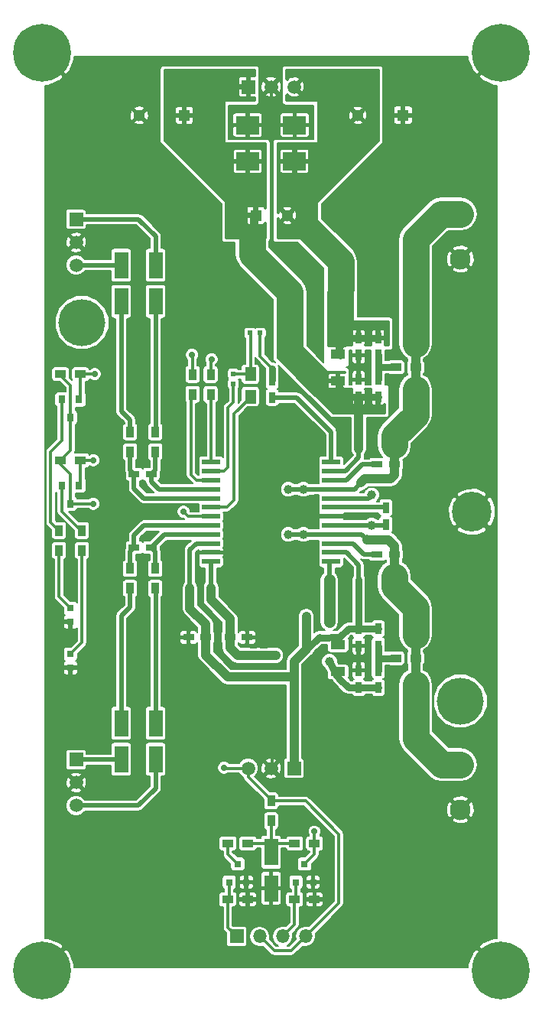
<source format=gbr>
G04 #@! TF.FileFunction,Copper,L1,Top,Signal*
%FSLAX46Y46*%
G04 Gerber Fmt 4.6, Leading zero omitted, Abs format (unit mm)*
G04 Created by KiCad (PCBNEW 4.0.5) date 07/16/18 17:30:08*
%MOMM*%
%LPD*%
G01*
G04 APERTURE LIST*
%ADD10C,0.100000*%
%ADD11C,5.200000*%
%ADD12C,6.400000*%
%ADD13R,2.500000X2.000000*%
%ADD14C,1.300000*%
%ADD15R,1.300000X1.300000*%
%ADD16R,1.500000X3.000000*%
%ADD17R,1.200000X0.750000*%
%ADD18R,0.750000X1.200000*%
%ADD19R,1.200000X0.900000*%
%ADD20R,0.900000X1.200000*%
%ADD21R,0.600000X0.500000*%
%ADD22R,1.250000X1.500000*%
%ADD23R,0.500000X0.600000*%
%ADD24R,0.800000X0.800000*%
%ADD25R,1.500000X1.500000*%
%ADD26C,1.500000*%
%ADD27C,2.300000*%
%ADD28O,1.500000X1.500000*%
%ADD29R,0.797560X0.797560*%
%ADD30R,0.800000X0.900000*%
%ADD31R,1.600000X1.000000*%
%ADD32C,4.400000*%
%ADD33R,2.000000X0.600000*%
%ADD34C,0.700000*%
%ADD35C,1.000000*%
%ADD36C,0.800000*%
%ADD37C,0.900000*%
%ADD38C,0.300000*%
%ADD39C,0.500000*%
%ADD40C,1.000000*%
%ADD41C,0.750000*%
%ADD42C,3.000000*%
%ADD43C,1.300000*%
%ADD44C,1.500000*%
%ADD45C,0.200000*%
G04 APERTURE END LIST*
D10*
D11*
X120015000Y-104775000D03*
X78105000Y-62865000D03*
D12*
X124460000Y-33020000D03*
X73660000Y-33020000D03*
X73660000Y-134620000D03*
X124460000Y-134620000D03*
D13*
X96460000Y-45000000D03*
X96460000Y-41000000D03*
X101660000Y-41000000D03*
X101660000Y-45000000D03*
D14*
X100860000Y-51000000D03*
D15*
X97360000Y-51000000D03*
D16*
X86260000Y-111218980D03*
X86260000Y-107221020D03*
X82460000Y-111218980D03*
X82460000Y-107221020D03*
X82460000Y-56521020D03*
X82460000Y-60518980D03*
X86260000Y-56521020D03*
X86260000Y-60518980D03*
X99060000Y-125498980D03*
X99060000Y-121501020D03*
D17*
X91810000Y-97720000D03*
X89910000Y-97720000D03*
X94510000Y-97720000D03*
X96410000Y-97720000D03*
D18*
X99160000Y-71170000D03*
X99160000Y-69270000D03*
X108760000Y-96770000D03*
X108760000Y-98670000D03*
D17*
X112710000Y-88520000D03*
X110810000Y-88520000D03*
X112710000Y-78574900D03*
X110810000Y-78574900D03*
D18*
X108760000Y-71070000D03*
X108760000Y-69170000D03*
X108760000Y-103270000D03*
X108760000Y-101370000D03*
X111760000Y-83370000D03*
X111760000Y-85270000D03*
X108760000Y-64570000D03*
X108760000Y-66470000D03*
X110910000Y-98670000D03*
X110910000Y-96770000D03*
X110910000Y-101370000D03*
X110910000Y-103270000D03*
X110910000Y-69170000D03*
X110910000Y-71070000D03*
X110910000Y-66470000D03*
X110910000Y-64570000D03*
D19*
X94260000Y-126720000D03*
X96460000Y-126720000D03*
D20*
X99060000Y-118020000D03*
X99060000Y-115820000D03*
D19*
X96460000Y-120520000D03*
X94260000Y-120520000D03*
X101660000Y-126720000D03*
X103860000Y-126720000D03*
X103860000Y-120520000D03*
X101660000Y-120520000D03*
D21*
X97832000Y-64008000D03*
X96732000Y-64008000D03*
D22*
X96760000Y-68570000D03*
X96760000Y-71070000D03*
D20*
X90360000Y-68620000D03*
X90360000Y-70820000D03*
X92360000Y-68620000D03*
X92360000Y-70820000D03*
D23*
X94860000Y-68570000D03*
X94860000Y-69670000D03*
D19*
X115060000Y-100020000D03*
X112860000Y-100020000D03*
X115060000Y-67820000D03*
X112860000Y-67820000D03*
D24*
X94410000Y-124820000D03*
X96310000Y-124820000D03*
X95360000Y-122820000D03*
X101810000Y-124820000D03*
X103710000Y-124820000D03*
X102760000Y-122820000D03*
D25*
X77470000Y-111250000D03*
D26*
X77470000Y-113790000D03*
X77470000Y-116330000D03*
D25*
X77470000Y-51435000D03*
D26*
X77470000Y-53975000D03*
X77470000Y-56515000D03*
D25*
X96520000Y-36770000D03*
D26*
X99060000Y-36770000D03*
X101600000Y-36770000D03*
D27*
X120015000Y-116800000D03*
X120015000Y-111800000D03*
X120015000Y-55840000D03*
X120015000Y-50840000D03*
D25*
X101600000Y-112220000D03*
D26*
X99060000Y-112220000D03*
X96520000Y-112220000D03*
D25*
X95250000Y-130820000D03*
D28*
X97790000Y-130820000D03*
X100330000Y-130820000D03*
X102870000Y-130820000D03*
D17*
X85786000Y-87757000D03*
X83886000Y-87757000D03*
X83886000Y-79629000D03*
X85786000Y-79629000D03*
D29*
X76835000Y-99580700D03*
X76835000Y-101079300D03*
X76835000Y-94500700D03*
X76835000Y-95999300D03*
D30*
X77785000Y-80915000D03*
X75885000Y-80915000D03*
X76835000Y-82915000D03*
X77785000Y-71390000D03*
X75885000Y-71390000D03*
X76835000Y-73390000D03*
D20*
X86233000Y-92286000D03*
X86233000Y-90086000D03*
X83439000Y-92286000D03*
X83439000Y-90086000D03*
X83439000Y-74973000D03*
X83439000Y-77173000D03*
X86233000Y-74973000D03*
X86233000Y-77173000D03*
D19*
X75735000Y-78105000D03*
X77935000Y-78105000D03*
D20*
X78105000Y-85895000D03*
X78105000Y-88095000D03*
D19*
X75735000Y-68580000D03*
X77935000Y-68580000D03*
D20*
X75565000Y-85895000D03*
X75565000Y-88095000D03*
D15*
X113660000Y-39920000D03*
D14*
X108660000Y-39920000D03*
D15*
X89460000Y-39920000D03*
D14*
X84460000Y-39920000D03*
D31*
X106476800Y-98520000D03*
X106476800Y-101520000D03*
X106476800Y-69330700D03*
X106476800Y-66330700D03*
D32*
X121285000Y-83820000D03*
D33*
X92410000Y-89320000D03*
X92410000Y-88320000D03*
X92410000Y-87320000D03*
X92410000Y-86320000D03*
X92410000Y-85320000D03*
X92410000Y-84320000D03*
X92410000Y-83320000D03*
X92410000Y-82320000D03*
X92410000Y-81320000D03*
X92410000Y-80320000D03*
X92410000Y-79320000D03*
X92410000Y-78320000D03*
X105710000Y-89320000D03*
X105710000Y-88320000D03*
X105710000Y-87320000D03*
X105710000Y-86320000D03*
X105710000Y-85320000D03*
X105710000Y-84320000D03*
X105710000Y-83320000D03*
X105710000Y-82320000D03*
X105710000Y-81320000D03*
X105710000Y-80320000D03*
X105710000Y-79320000D03*
X105710000Y-78320000D03*
D34*
X108760000Y-100020000D03*
X107378500Y-95250000D03*
X106680000Y-74930000D03*
X99060000Y-95250000D03*
X96520000Y-95250000D03*
X96520000Y-91440000D03*
X96520000Y-87630000D03*
X103505000Y-75565000D03*
X100965000Y-74295000D03*
X96520000Y-74295000D03*
X96520000Y-76835000D03*
X96520000Y-80645000D03*
X96520000Y-83185000D03*
X102235000Y-83185000D03*
X102235000Y-84455000D03*
X121285000Y-98425000D03*
X121285000Y-92075000D03*
X121285000Y-64135000D03*
X121285000Y-71755000D03*
X118795800Y-81280000D03*
X88410000Y-88620000D03*
X89660000Y-106620000D03*
X91660000Y-110620000D03*
X91660000Y-115620000D03*
X88660000Y-95620000D03*
X88660000Y-100620000D03*
X85445600Y-86398100D03*
X88265000Y-69215000D03*
X88265000Y-73025000D03*
X88265000Y-76200000D03*
X88265000Y-79375000D03*
X85102700Y-81140300D03*
X76835000Y-107950000D03*
X76835000Y-104140000D03*
X85090000Y-93980000D03*
X84455000Y-97155000D03*
X84455000Y-100965000D03*
X84455000Y-104140000D03*
X84455000Y-107950000D03*
X84455000Y-109855000D03*
X84455000Y-113665000D03*
X84455000Y-73025000D03*
X84455000Y-69215000D03*
X84455000Y-63500000D03*
X84455000Y-53975000D03*
X81280000Y-53975000D03*
X87460000Y-33920000D03*
X85660000Y-36620000D03*
X80660000Y-36620000D03*
X76660000Y-48620000D03*
X76660000Y-43620000D03*
X76660000Y-38620000D03*
X98552000Y-62484000D03*
X100260000Y-54820000D03*
X103960000Y-57520000D03*
X103960000Y-62520000D03*
X105860000Y-33920000D03*
X110860000Y-33920000D03*
X100860000Y-33920000D03*
X92060000Y-33920000D03*
X97060000Y-33920000D03*
X94660000Y-58620000D03*
X94615000Y-62484000D03*
X89662000Y-62484000D03*
X89660000Y-58620000D03*
X89660000Y-53620000D03*
X89660000Y-48620000D03*
X84660000Y-48620000D03*
X84660000Y-43620000D03*
X99160000Y-104120000D03*
X94160000Y-104120000D03*
X98660000Y-100920000D03*
X94860000Y-100920000D03*
X104160000Y-115120000D03*
X104160000Y-104120000D03*
X104160000Y-108120000D03*
X99160000Y-108120000D03*
X101760000Y-117820000D03*
X105360000Y-122920000D03*
X105360000Y-126720000D03*
X100960000Y-97720000D03*
X97960000Y-97720000D03*
X99060000Y-41020000D03*
X105660000Y-50620000D03*
X121660000Y-44620000D03*
X116660000Y-44620000D03*
X111660000Y-47620000D03*
X110660000Y-51620000D03*
X110660000Y-56620000D03*
X110660000Y-61620000D03*
X117660000Y-35620000D03*
X121660000Y-39620000D03*
X108660000Y-115620000D03*
X115660000Y-115620000D03*
X108660000Y-110620000D03*
X111660000Y-107620000D03*
X121660000Y-120620000D03*
X121660000Y-125620000D03*
X119660000Y-130620000D03*
X115660000Y-131620000D03*
X108660000Y-131620000D03*
X108660000Y-120620000D03*
X115660000Y-120620000D03*
X115660000Y-126620000D03*
X108660000Y-126620000D03*
X81660000Y-125620000D03*
X86660000Y-125620000D03*
X91660000Y-125620000D03*
X91660000Y-120620000D03*
X86660000Y-120620000D03*
X81660000Y-120620000D03*
X87660000Y-131620000D03*
X82660000Y-131620000D03*
X78660000Y-129620000D03*
X76660000Y-125620000D03*
X76660000Y-120620000D03*
X108760000Y-67820000D03*
D35*
X102960000Y-97104200D03*
X102941120Y-95443040D03*
D36*
X108762800Y-75143360D03*
X108760000Y-76870000D03*
D35*
X102960000Y-99020000D03*
D37*
X105994200Y-62560200D03*
X105960000Y-61146600D03*
D35*
X105510000Y-92697300D03*
X105511600Y-94355920D03*
X97647760Y-99705160D03*
X95897700Y-99720000D03*
D34*
X99187000Y-67945000D03*
D37*
X105960000Y-64520000D03*
D35*
X110210000Y-81970000D03*
X110210000Y-85320000D03*
X105511600Y-96022160D03*
X99560000Y-99720000D03*
X105511600Y-100368100D03*
X100959920Y-86319360D03*
X102616000Y-86320000D03*
X109639100Y-86880700D03*
X100970080Y-81325720D03*
X102616000Y-81318100D03*
X109448600Y-80175100D03*
D34*
X103860000Y-119220000D03*
X89360000Y-83820000D03*
X93853000Y-112141000D03*
X79375000Y-82931000D03*
X90297000Y-66421000D03*
X79375000Y-78105000D03*
X92456000Y-66929000D03*
X79502000Y-68580000D03*
D38*
X96520000Y-95250000D02*
X99060000Y-95250000D01*
X96520000Y-87630000D02*
X96520000Y-91440000D01*
X105710000Y-84320000D02*
X102370000Y-84320000D01*
X96520000Y-74295000D02*
X100965000Y-74295000D01*
X96520000Y-80645000D02*
X96520000Y-76835000D01*
X102235000Y-83185000D02*
X96520000Y-83185000D01*
X102370000Y-84320000D02*
X102235000Y-84455000D01*
X121285000Y-92075000D02*
X121285000Y-98425000D01*
X121285000Y-83820000D02*
X118795800Y-81280000D01*
X121285000Y-71755000D02*
X121285000Y-64135000D01*
X88410000Y-95370000D02*
X88410000Y-88620000D01*
X89660000Y-106620000D02*
X88660000Y-105620000D01*
X91660000Y-115620000D02*
X91660000Y-110620000D01*
X88660000Y-105620000D02*
X88660000Y-100620000D01*
X88660000Y-95620000D02*
X88410000Y-95370000D01*
X88265000Y-69215000D02*
X88265000Y-73025000D01*
X88265000Y-76200000D02*
X88265000Y-79375000D01*
X76835000Y-101079300D02*
X76835000Y-104140000D01*
X84455000Y-100965000D02*
X84455000Y-97155000D01*
X84455000Y-107950000D02*
X84455000Y-104140000D01*
X84455000Y-113665000D02*
X84455000Y-109855000D01*
X84455000Y-63500000D02*
X84455000Y-69215000D01*
X81280000Y-53975000D02*
X84455000Y-53975000D01*
X85660000Y-36620000D02*
X85660000Y-34720000D01*
X85660000Y-34720000D02*
X86460000Y-33920000D01*
X86460000Y-33920000D02*
X87460000Y-33920000D01*
X80660000Y-36620000D02*
X85660000Y-36620000D01*
X84460000Y-39920000D02*
X83160000Y-38620000D01*
X76660000Y-43620000D02*
X76660000Y-48620000D01*
X83160000Y-38620000D02*
X76660000Y-38620000D01*
X94615000Y-62484000D02*
X98552000Y-62484000D01*
X103960000Y-62520000D02*
X103960000Y-57520000D01*
X100860000Y-33920000D02*
X110860000Y-33920000D01*
X97060000Y-33920000D02*
X92060000Y-33920000D01*
X94615000Y-62484000D02*
X94660000Y-58620000D01*
X89660000Y-58620000D02*
X89662000Y-62484000D01*
X89660000Y-48620000D02*
X89660000Y-53620000D01*
X84660000Y-43620000D02*
X84660000Y-48620000D01*
X99160000Y-104120000D02*
X94160000Y-104120000D01*
X94860000Y-100920000D02*
X98660000Y-100920000D01*
X104160000Y-108120000D02*
X104160000Y-104120000D01*
X99060000Y-112220000D02*
X99160000Y-112120000D01*
X99160000Y-112120000D02*
X99160000Y-108120000D01*
X103860000Y-126720000D02*
X105360000Y-126720000D01*
X96410000Y-97720000D02*
X97960000Y-97720000D01*
X99060000Y-36770000D02*
X99060000Y-41020000D01*
X110660000Y-61620000D02*
X110660000Y-56620000D01*
X121660000Y-44620000D02*
X116660000Y-44620000D01*
X111660000Y-47620000D02*
X110660000Y-48620000D01*
X110660000Y-48620000D02*
X110660000Y-51620000D01*
X121660000Y-39620000D02*
X117660000Y-35620000D01*
X115660000Y-120620000D02*
X115660000Y-115620000D01*
X108660000Y-115620000D02*
X108660000Y-110620000D01*
X111660000Y-107620000D02*
X108660000Y-110620000D01*
X108660000Y-131620000D02*
X108660000Y-126620000D01*
X121660000Y-120620000D02*
X121660000Y-125620000D01*
X119660000Y-130620000D02*
X118660000Y-131620000D01*
X118660000Y-131620000D02*
X115660000Y-131620000D01*
X115660000Y-126620000D02*
X115660000Y-120620000D01*
X86660000Y-125620000D02*
X81660000Y-125620000D01*
X91660000Y-120620000D02*
X91660000Y-125620000D01*
X81660000Y-120620000D02*
X86660000Y-120620000D01*
X80660000Y-131620000D02*
X82660000Y-131620000D01*
X78660000Y-129620000D02*
X80660000Y-131620000D01*
X76660000Y-120620000D02*
X76660000Y-125620000D01*
D39*
X108760000Y-101370000D02*
X108760000Y-100020000D01*
X108760000Y-100020000D02*
X108760000Y-98670000D01*
X108760000Y-66470000D02*
X108760000Y-67820000D01*
X108760000Y-67820000D02*
X108760000Y-69170000D01*
D40*
X102960000Y-99020000D02*
X102960000Y-97104200D01*
X102960000Y-97104200D02*
X102941120Y-95443040D01*
X102941120Y-95443040D02*
X102941120Y-95380640D01*
X102941120Y-95380640D02*
X102940020Y-95379540D01*
X108762800Y-75143360D02*
X108762800Y-75133460D01*
D38*
X106476800Y-98520000D02*
X106476800Y-97720547D01*
X107427347Y-96770000D02*
X107610000Y-96770000D01*
X106476800Y-97720547D02*
X107427347Y-96770000D01*
D41*
X102960000Y-99020000D02*
X104432900Y-97676500D01*
X104432900Y-97676500D02*
X104482900Y-97726500D01*
D40*
X101600000Y-102120000D02*
X94260000Y-102120000D01*
X94260000Y-102120000D02*
X91810000Y-99670000D01*
X91810000Y-99670000D02*
X91810000Y-97720000D01*
X101600000Y-100380000D02*
X102960000Y-99020000D01*
X101600000Y-112220000D02*
X101600000Y-102120000D01*
X101600000Y-102120000D02*
X101600000Y-100380000D01*
D39*
X105710000Y-88320000D02*
X107360000Y-88320000D01*
D41*
X108760000Y-91320000D02*
X108760000Y-96770000D01*
D39*
X108760000Y-89720000D02*
X108760000Y-91320000D01*
X107360000Y-88320000D02*
X108760000Y-89720000D01*
D40*
X91810000Y-97720000D02*
X91810000Y-96270000D01*
X91810000Y-96270000D02*
X90060000Y-94520000D01*
X90060000Y-94520000D02*
X90060000Y-92220000D01*
D39*
X90760000Y-87320000D02*
X92410000Y-87320000D01*
X90060000Y-88020000D02*
X90760000Y-87320000D01*
D40*
X90060000Y-94520000D02*
X90060000Y-92220000D01*
D39*
X90060000Y-92220000D02*
X90060000Y-88020000D01*
X91810000Y-96270000D02*
X90060000Y-94520000D01*
D42*
X101160000Y-66120000D02*
X101160000Y-59520000D01*
X96960000Y-55320000D02*
X101160000Y-59520000D01*
D39*
X96960000Y-53520000D02*
X96960000Y-51400000D01*
D42*
X96960000Y-53520000D02*
X96960000Y-55320000D01*
D39*
X97360000Y-51000000D02*
X96960000Y-51400000D01*
D41*
X104482900Y-97726500D02*
X106660000Y-97720000D01*
X107610000Y-96770000D02*
X108760000Y-96770000D01*
X106660000Y-97720000D02*
X107610000Y-96770000D01*
X110910000Y-96770000D02*
X108760000Y-96770000D01*
X106680000Y-69215000D02*
X106660000Y-70120000D01*
X107610000Y-71070000D02*
X108760000Y-71070000D01*
X106660000Y-70120000D02*
X107610000Y-71070000D01*
D40*
X108760000Y-71070000D02*
X108762800Y-75133460D01*
X108762800Y-75133460D02*
X108760000Y-76870000D01*
D41*
X108760000Y-76870000D02*
X108760000Y-76920000D01*
D39*
X108760000Y-77820000D02*
X108760000Y-76920000D01*
X107260000Y-79320000D02*
X108760000Y-77820000D01*
X105710000Y-79320000D02*
X107260000Y-79320000D01*
D41*
X110910000Y-71070000D02*
X108760000Y-71070000D01*
D40*
X105968800Y-61137800D02*
X106010000Y-61137800D01*
X105960000Y-61146600D02*
X105968800Y-61137800D01*
X97647760Y-99705160D02*
X97647760Y-99730160D01*
D38*
X106476800Y-65830700D02*
X106476800Y-65036800D01*
X106476800Y-65036800D02*
X105960000Y-64520000D01*
X97832000Y-64008000D02*
X97832000Y-66590000D01*
X97832000Y-66590000D02*
X99187000Y-67945000D01*
D41*
X99160000Y-69270000D02*
X99160000Y-67972000D01*
X99160000Y-67972000D02*
X99187000Y-67945000D01*
D38*
X106010000Y-56120000D02*
X106010000Y-61137800D01*
X106010000Y-61137800D02*
X105994200Y-62560200D01*
X105994200Y-62560200D02*
X106010000Y-64470000D01*
X106010000Y-64470000D02*
X105960000Y-64520000D01*
X100890000Y-51000000D02*
X106010000Y-56120000D01*
X100860000Y-51000000D02*
X100890000Y-51000000D01*
D39*
X105710000Y-82320000D02*
X109860000Y-82320000D01*
X109860000Y-82320000D02*
X110210000Y-81970000D01*
X105510000Y-89320000D02*
X105510000Y-91370000D01*
D43*
X105511600Y-96022160D02*
X105511600Y-94355920D01*
X105511600Y-94355920D02*
X105510000Y-92697300D01*
X105510000Y-92697300D02*
X105510000Y-91370000D01*
D39*
X105510000Y-89320000D02*
X105710000Y-89320000D01*
D40*
X95360000Y-99720000D02*
X95897700Y-99720000D01*
X95897700Y-99720000D02*
X97647760Y-99730160D01*
X97647760Y-99730160D02*
X99560000Y-99720000D01*
X94510000Y-98870000D02*
X94510000Y-97720000D01*
X94510000Y-98870000D02*
X95360000Y-99720000D01*
D41*
X106311700Y-101879400D02*
X105511600Y-100368100D01*
D40*
X94510000Y-97720000D02*
X94510000Y-95670000D01*
X94510000Y-95670000D02*
X92410000Y-93570000D01*
X92410000Y-93570000D02*
X92410000Y-92220000D01*
D39*
X92410000Y-89320000D02*
X92410000Y-92220000D01*
X92410000Y-92220000D02*
X92410000Y-93570000D01*
X92410000Y-93570000D02*
X94510000Y-95670000D01*
X92360000Y-89370000D02*
X92410000Y-89320000D01*
D42*
X103060000Y-52420000D02*
X106760000Y-56120000D01*
D39*
X100860000Y-51000000D02*
X101980000Y-52120000D01*
D40*
X102760000Y-52120000D02*
X103060000Y-52420000D01*
X101980000Y-52120000D02*
X102760000Y-52120000D01*
D42*
X106760000Y-56120000D02*
X106744200Y-62720000D01*
D41*
X106311700Y-101879400D02*
X106660000Y-102320000D01*
X107610000Y-103270000D02*
X108760000Y-103270000D01*
X106660000Y-102320000D02*
X107610000Y-103270000D01*
X110910000Y-103270000D02*
X108760000Y-103270000D01*
X107610000Y-64570000D02*
X106660000Y-65520000D01*
X106660000Y-65520000D02*
X106680000Y-66484500D01*
X107610000Y-64570000D02*
X108760000Y-64570000D01*
X108760000Y-64570000D02*
X110910000Y-64570000D01*
D39*
X105710000Y-85320000D02*
X110210000Y-85320000D01*
X110210000Y-85320000D02*
X111710000Y-85320000D01*
X111710000Y-85320000D02*
X111760000Y-85270000D01*
X77470000Y-116330000D02*
X84350000Y-116330000D01*
X86260000Y-114420000D02*
X86260000Y-111218980D01*
X84350000Y-116330000D02*
X86260000Y-114420000D01*
X86260000Y-107221020D02*
X86260000Y-92313000D01*
X86260000Y-92313000D02*
X86233000Y-92286000D01*
X77470000Y-111250000D02*
X82428980Y-111250000D01*
D44*
X82428980Y-111250000D02*
X82460000Y-111218980D01*
D39*
X82460000Y-107221020D02*
X82460000Y-95340000D01*
X83439000Y-94361000D02*
X83439000Y-92286000D01*
X82460000Y-95340000D02*
X83439000Y-94361000D01*
X82460000Y-60518980D02*
X82460000Y-72681000D01*
X83439000Y-73660000D02*
X83439000Y-74973000D01*
X82460000Y-72681000D02*
X83439000Y-73660000D01*
X100959920Y-86319360D02*
X102614100Y-86321900D01*
X102614100Y-86321900D02*
X102616000Y-86320000D01*
X108824400Y-86320000D02*
X109078400Y-86320000D01*
X109078400Y-86320000D02*
X109639100Y-86880700D01*
X105710000Y-86320000D02*
X108824400Y-86320000D01*
X108824400Y-86320000D02*
X108826300Y-86321900D01*
X105710000Y-86320000D02*
X102616000Y-86320000D01*
X109660000Y-86901600D02*
X109660000Y-86920000D01*
X109639100Y-86880700D02*
X109660000Y-86901600D01*
D40*
X112710000Y-87570000D02*
X112710000Y-88520000D01*
X109660000Y-86920000D02*
X112060000Y-86920000D01*
X112060000Y-86920000D02*
X112710000Y-87570000D01*
D42*
X112710000Y-92070000D02*
X115060000Y-94420000D01*
X115060000Y-94420000D02*
X115060000Y-97470000D01*
X112710000Y-92070000D02*
X112710000Y-91020000D01*
D40*
X112710000Y-88520000D02*
X112710000Y-91020000D01*
X115060000Y-97470000D02*
X115060000Y-100020000D01*
X115060000Y-100020000D02*
X115060000Y-102920000D01*
D42*
X117940000Y-111800000D02*
X120015000Y-111800000D01*
X115060000Y-108920000D02*
X115060000Y-102920000D01*
X117940000Y-111800000D02*
X115060000Y-108920000D01*
X112710000Y-76464160D02*
X112710000Y-75437960D01*
X112710000Y-75437960D02*
X115060000Y-73087960D01*
X115060000Y-70271640D02*
X115060000Y-73087960D01*
D40*
X115060000Y-67820000D02*
X115060000Y-70271640D01*
X112710000Y-76464160D02*
X112710000Y-78574900D01*
X115060000Y-73087960D02*
X112710000Y-75437960D01*
D39*
X107723300Y-81320000D02*
X108303700Y-81320000D01*
D40*
X109029500Y-80581500D02*
X109029500Y-80594200D01*
X109029500Y-80581500D02*
X109448600Y-80162400D01*
D39*
X108303700Y-81320000D02*
X109029500Y-80594200D01*
X105710000Y-81320000D02*
X107723300Y-81320000D01*
X107723300Y-81320000D02*
X107734100Y-81330800D01*
X105710000Y-81320000D02*
X100971980Y-81327620D01*
D40*
X109448600Y-80175100D02*
X109448600Y-80162400D01*
D39*
X100971980Y-81327620D02*
X100970080Y-81325720D01*
D40*
X109461300Y-80162400D02*
X109448600Y-80162400D01*
X109461300Y-80162400D02*
X112318800Y-80162400D01*
X112318800Y-80162400D02*
X112710000Y-79771200D01*
X112710000Y-79771200D02*
X112710000Y-78574900D01*
X115060000Y-67820000D02*
X115060000Y-65220000D01*
D42*
X117840000Y-50840000D02*
X120015000Y-50840000D01*
X115060000Y-53620000D02*
X115060000Y-65220000D01*
X117840000Y-50840000D02*
X115060000Y-53620000D01*
D39*
X105710000Y-83320000D02*
X111710000Y-83320000D01*
X111710000Y-83320000D02*
X111760000Y-83370000D01*
D41*
X112860000Y-100020000D02*
X111660000Y-100020000D01*
X110960000Y-100020000D02*
X110910000Y-99970000D01*
X111660000Y-100020000D02*
X110960000Y-100020000D01*
X110910000Y-98670000D02*
X110910000Y-99970000D01*
X110910000Y-99970000D02*
X110910000Y-101370000D01*
D38*
X103860000Y-120520000D02*
X103860000Y-119220000D01*
X89860000Y-84320000D02*
X92410000Y-84320000D01*
X89860000Y-84320000D02*
X89360000Y-83820000D01*
X102760000Y-122820000D02*
X103860000Y-121720000D01*
X103860000Y-121720000D02*
X103860000Y-120520000D01*
X92410000Y-83320000D02*
X94160000Y-83320000D01*
X94960000Y-72970000D02*
X96760000Y-71170000D01*
X94960000Y-82520000D02*
X94960000Y-72970000D01*
X94160000Y-83320000D02*
X94960000Y-82520000D01*
X90160000Y-71020000D02*
X90160000Y-73120000D01*
X90760000Y-80320000D02*
X90160000Y-79720000D01*
X90160000Y-79720000D02*
X90160000Y-73120000D01*
X90760000Y-80320000D02*
X92410000Y-80320000D01*
X90160000Y-71020000D02*
X90360000Y-70820000D01*
X94860000Y-69670000D02*
X94860000Y-71720000D01*
X94860000Y-71720000D02*
X94260000Y-72320000D01*
X92410000Y-79320000D02*
X93860000Y-79320000D01*
X94260000Y-78920000D02*
X94260000Y-72320000D01*
X93860000Y-79320000D02*
X94260000Y-78920000D01*
X92410000Y-78320000D02*
X92410000Y-70870000D01*
X92410000Y-70870000D02*
X92360000Y-70820000D01*
X95250000Y-130820000D02*
X94260000Y-129830000D01*
X94260000Y-129830000D02*
X94260000Y-126720000D01*
X94410000Y-124820000D02*
X94410000Y-126570000D01*
X94410000Y-126570000D02*
X94260000Y-126720000D01*
X93932000Y-112220000D02*
X93853000Y-112141000D01*
X96520000Y-112220000D02*
X93932000Y-112220000D01*
X79359000Y-82915000D02*
X79375000Y-82931000D01*
X79359000Y-82915000D02*
X76835000Y-82915000D01*
X75735000Y-78105000D02*
X75735000Y-78529000D01*
X75735000Y-78529000D02*
X76835000Y-79629000D01*
X76835000Y-79629000D02*
X76835000Y-82915000D01*
X76835000Y-73390000D02*
X76835000Y-77005000D01*
X76835000Y-77005000D02*
X75735000Y-78105000D01*
X75735000Y-68580000D02*
X75735000Y-68750000D01*
X75735000Y-68750000D02*
X76835000Y-69850000D01*
X76835000Y-69850000D02*
X76835000Y-73390000D01*
X97790000Y-130820000D02*
X99390000Y-132420000D01*
X101270000Y-132420000D02*
X102870000Y-130820000D01*
X99390000Y-132420000D02*
X101270000Y-132420000D01*
X99060000Y-115820000D02*
X102860000Y-115820000D01*
X106560000Y-127130000D02*
X102870000Y-130820000D01*
X106560000Y-119520000D02*
X106560000Y-127130000D01*
X102860000Y-115820000D02*
X106560000Y-119520000D01*
X99060000Y-115820000D02*
X99060000Y-115720000D01*
X99060000Y-115720000D02*
X96520000Y-113180000D01*
X96520000Y-113180000D02*
X96520000Y-112220000D01*
X95360000Y-122820000D02*
X94260000Y-121720000D01*
X94260000Y-121720000D02*
X94260000Y-120520000D01*
X100330000Y-130820000D02*
X101660000Y-129490000D01*
X101660000Y-129490000D02*
X101660000Y-126720000D01*
X101810000Y-124820000D02*
X101810000Y-126570000D01*
X101810000Y-126570000D02*
X101660000Y-126720000D01*
X96760000Y-68570000D02*
X96760000Y-64036000D01*
X96760000Y-64036000D02*
X96732000Y-64008000D01*
X94860000Y-68570000D02*
X96760000Y-68570000D01*
D39*
X77470000Y-56515000D02*
X82453980Y-56515000D01*
D44*
X82453980Y-56515000D02*
X82460000Y-56521020D01*
D39*
X77470000Y-51435000D02*
X84375000Y-51435000D01*
X86260000Y-53320000D02*
X86260000Y-56521020D01*
X84375000Y-51435000D02*
X86260000Y-53320000D01*
X86260000Y-60518980D02*
X86260000Y-74946000D01*
X86260000Y-74946000D02*
X86233000Y-74973000D01*
D38*
X101660000Y-120520000D02*
X99060000Y-120520000D01*
X99060000Y-120520000D02*
X99060000Y-121501020D01*
X96460000Y-120520000D02*
X99060000Y-120520000D01*
X99060000Y-120520000D02*
X99060000Y-121501020D01*
X99060000Y-118020000D02*
X99060000Y-121501020D01*
D39*
X99160000Y-71170000D02*
X101910000Y-71170000D01*
X101910000Y-71170000D02*
X105710000Y-74970000D01*
X105710000Y-78320000D02*
X105710000Y-74970000D01*
X105710000Y-87320000D02*
X108160000Y-87320000D01*
X109360000Y-88520000D02*
X110810000Y-88520000D01*
X108160000Y-87320000D02*
X109360000Y-88520000D01*
X105710000Y-80320000D02*
X107391374Y-80320000D01*
X109136474Y-78574900D02*
X110810000Y-78574900D01*
X107391374Y-80320000D02*
X109136474Y-78574900D01*
D41*
X112860000Y-67820000D02*
X110910000Y-67820000D01*
X110910000Y-66470000D02*
X110910000Y-67820000D01*
X110910000Y-67820000D02*
X110910000Y-69170000D01*
D39*
X92410000Y-86320000D02*
X87223000Y-86320000D01*
X87223000Y-86320000D02*
X85786000Y-87757000D01*
X86233000Y-90086000D02*
X86233000Y-88204000D01*
X86233000Y-88204000D02*
X85786000Y-87757000D01*
X92410000Y-85320000D02*
X84987000Y-85320000D01*
X83886000Y-86421000D02*
X83886000Y-87757000D01*
X84987000Y-85320000D02*
X83886000Y-86421000D01*
X83439000Y-90086000D02*
X83439000Y-88204000D01*
X83439000Y-88204000D02*
X83886000Y-87757000D01*
X92410000Y-82320000D02*
X84987000Y-82320000D01*
X83886000Y-81219000D02*
X83886000Y-79629000D01*
X84987000Y-82320000D02*
X83886000Y-81219000D01*
X83439000Y-77173000D02*
X83439000Y-79182000D01*
X83439000Y-79182000D02*
X83886000Y-79629000D01*
X92410000Y-81320000D02*
X86654000Y-81320000D01*
X85786000Y-80452000D02*
X85786000Y-79629000D01*
X86654000Y-81320000D02*
X85786000Y-80452000D01*
X86233000Y-77173000D02*
X86233000Y-79182000D01*
X86233000Y-79182000D02*
X85786000Y-79629000D01*
D38*
X78105000Y-88095000D02*
X78105000Y-98310700D01*
X78105000Y-98310700D02*
X76835000Y-99580700D01*
X75565000Y-88095000D02*
X75565000Y-93230700D01*
X75565000Y-93230700D02*
X76835000Y-94500700D01*
X77935000Y-78105000D02*
X79375000Y-78105000D01*
X90360000Y-66484000D02*
X90360000Y-68620000D01*
X90297000Y-66421000D02*
X90360000Y-66484000D01*
X77935000Y-78105000D02*
X77935000Y-80765000D01*
X77935000Y-80765000D02*
X77785000Y-80915000D01*
X78105000Y-85895000D02*
X78021000Y-85895000D01*
X78021000Y-85895000D02*
X75885000Y-83759000D01*
X75885000Y-83759000D02*
X75885000Y-80915000D01*
X77935000Y-68580000D02*
X79502000Y-68580000D01*
X92360000Y-67025000D02*
X92360000Y-68620000D01*
X92456000Y-66929000D02*
X92360000Y-67025000D01*
X77935000Y-68580000D02*
X77935000Y-71240000D01*
X77935000Y-71240000D02*
X77785000Y-71390000D01*
X75885000Y-71390000D02*
X75885000Y-75943500D01*
X74650600Y-84980600D02*
X75565000Y-85895000D01*
X74650600Y-77177900D02*
X74650600Y-84980600D01*
X75885000Y-75943500D02*
X74650600Y-77177900D01*
X75885000Y-71390000D02*
X75803000Y-71390000D01*
D45*
G36*
X120861156Y-33741871D02*
X121404793Y-35054327D01*
X121831418Y-35436450D01*
X122568723Y-34699145D01*
X122780855Y-34911277D01*
X122043550Y-35648582D01*
X122425673Y-36075207D01*
X123749704Y-36621146D01*
X124085000Y-36620607D01*
X124085000Y-131020598D01*
X123738129Y-131021156D01*
X122425673Y-131564793D01*
X122043550Y-131991418D01*
X122766096Y-132713964D01*
X122552018Y-132924150D01*
X121831418Y-132203550D01*
X121404793Y-132585673D01*
X120858854Y-133909704D01*
X120859393Y-134245000D01*
X77259402Y-134245000D01*
X77258844Y-133898129D01*
X76715207Y-132585673D01*
X76288582Y-132203550D01*
X75566036Y-132926096D01*
X75355850Y-132712018D01*
X76076450Y-131991418D01*
X75694327Y-131564793D01*
X74370296Y-131018854D01*
X74035000Y-131019393D01*
X74035000Y-126270000D01*
X93252164Y-126270000D01*
X93252164Y-127170000D01*
X93280056Y-127318231D01*
X93367660Y-127454372D01*
X93501329Y-127545704D01*
X93660000Y-127577836D01*
X93710000Y-127577836D01*
X93710000Y-129830000D01*
X93751866Y-130040476D01*
X93871091Y-130218909D01*
X94092164Y-130439982D01*
X94092164Y-131570000D01*
X94120056Y-131718231D01*
X94207660Y-131854372D01*
X94341329Y-131945704D01*
X94500000Y-131977836D01*
X96000000Y-131977836D01*
X96148231Y-131949944D01*
X96284372Y-131862340D01*
X96375704Y-131728671D01*
X96407836Y-131570000D01*
X96407836Y-130070000D01*
X96379944Y-129921769D01*
X96292340Y-129785628D01*
X96158671Y-129694296D01*
X96000000Y-129662164D01*
X94869982Y-129662164D01*
X94810000Y-129602182D01*
X94810000Y-127577836D01*
X94860000Y-127577836D01*
X95008231Y-127549944D01*
X95144372Y-127462340D01*
X95235704Y-127328671D01*
X95267836Y-127170000D01*
X95267836Y-126970000D01*
X95460000Y-126970000D01*
X95460000Y-127249565D01*
X95520896Y-127396582D01*
X95633418Y-127509104D01*
X95780435Y-127570000D01*
X96210000Y-127570000D01*
X96310000Y-127470000D01*
X96310000Y-126870000D01*
X96610000Y-126870000D01*
X96610000Y-127470000D01*
X96710000Y-127570000D01*
X97139565Y-127570000D01*
X97286582Y-127509104D01*
X97399104Y-127396582D01*
X97460000Y-127249565D01*
X97460000Y-126970000D01*
X97360000Y-126870000D01*
X96610000Y-126870000D01*
X96310000Y-126870000D01*
X95560000Y-126870000D01*
X95460000Y-126970000D01*
X95267836Y-126970000D01*
X95267836Y-126270000D01*
X95252865Y-126190435D01*
X95460000Y-126190435D01*
X95460000Y-126470000D01*
X95560000Y-126570000D01*
X96310000Y-126570000D01*
X96310000Y-125970000D01*
X96610000Y-125970000D01*
X96610000Y-126570000D01*
X97360000Y-126570000D01*
X97460000Y-126470000D01*
X97460000Y-126190435D01*
X97399104Y-126043418D01*
X97286582Y-125930896D01*
X97139565Y-125870000D01*
X96710000Y-125870000D01*
X96610000Y-125970000D01*
X96310000Y-125970000D01*
X96210000Y-125870000D01*
X95780435Y-125870000D01*
X95633418Y-125930896D01*
X95520896Y-126043418D01*
X95460000Y-126190435D01*
X95252865Y-126190435D01*
X95239944Y-126121769D01*
X95152340Y-125985628D01*
X95018671Y-125894296D01*
X94960000Y-125882415D01*
X94960000Y-125748980D01*
X97910000Y-125748980D01*
X97910000Y-127078545D01*
X97970896Y-127225562D01*
X98083418Y-127338084D01*
X98230435Y-127398980D01*
X98810000Y-127398980D01*
X98910000Y-127298980D01*
X98910000Y-125648980D01*
X99210000Y-125648980D01*
X99210000Y-127298980D01*
X99310000Y-127398980D01*
X99889565Y-127398980D01*
X100036582Y-127338084D01*
X100149104Y-127225562D01*
X100210000Y-127078545D01*
X100210000Y-125748980D01*
X100110000Y-125648980D01*
X99210000Y-125648980D01*
X98910000Y-125648980D01*
X98010000Y-125648980D01*
X97910000Y-125748980D01*
X94960000Y-125748980D01*
X94960000Y-125598806D01*
X95094372Y-125512340D01*
X95185704Y-125378671D01*
X95217836Y-125220000D01*
X95217836Y-125070000D01*
X95510000Y-125070000D01*
X95510000Y-125299565D01*
X95570896Y-125446582D01*
X95683418Y-125559104D01*
X95830435Y-125620000D01*
X96060000Y-125620000D01*
X96160000Y-125520000D01*
X96160000Y-124970000D01*
X96460000Y-124970000D01*
X96460000Y-125520000D01*
X96560000Y-125620000D01*
X96789565Y-125620000D01*
X96936582Y-125559104D01*
X97049104Y-125446582D01*
X97110000Y-125299565D01*
X97110000Y-125070000D01*
X97010000Y-124970000D01*
X96460000Y-124970000D01*
X96160000Y-124970000D01*
X95610000Y-124970000D01*
X95510000Y-125070000D01*
X95217836Y-125070000D01*
X95217836Y-124420000D01*
X95202865Y-124340435D01*
X95510000Y-124340435D01*
X95510000Y-124570000D01*
X95610000Y-124670000D01*
X96160000Y-124670000D01*
X96160000Y-124120000D01*
X96460000Y-124120000D01*
X96460000Y-124670000D01*
X97010000Y-124670000D01*
X97110000Y-124570000D01*
X97110000Y-124340435D01*
X97049104Y-124193418D01*
X96936582Y-124080896D01*
X96789565Y-124020000D01*
X96560000Y-124020000D01*
X96460000Y-124120000D01*
X96160000Y-124120000D01*
X96060000Y-124020000D01*
X95830435Y-124020000D01*
X95683418Y-124080896D01*
X95570896Y-124193418D01*
X95510000Y-124340435D01*
X95202865Y-124340435D01*
X95189944Y-124271769D01*
X95102340Y-124135628D01*
X94968671Y-124044296D01*
X94810000Y-124012164D01*
X94010000Y-124012164D01*
X93861769Y-124040056D01*
X93725628Y-124127660D01*
X93634296Y-124261329D01*
X93602164Y-124420000D01*
X93602164Y-125220000D01*
X93630056Y-125368231D01*
X93717660Y-125504372D01*
X93851329Y-125595704D01*
X93860000Y-125597460D01*
X93860000Y-125862164D01*
X93660000Y-125862164D01*
X93511769Y-125890056D01*
X93375628Y-125977660D01*
X93284296Y-126111329D01*
X93252164Y-126270000D01*
X74035000Y-126270000D01*
X74035000Y-123919415D01*
X97910000Y-123919415D01*
X97910000Y-125248980D01*
X98010000Y-125348980D01*
X98910000Y-125348980D01*
X98910000Y-123698980D01*
X99210000Y-123698980D01*
X99210000Y-125348980D01*
X100110000Y-125348980D01*
X100210000Y-125248980D01*
X100210000Y-123919415D01*
X100149104Y-123772398D01*
X100036582Y-123659876D01*
X99889565Y-123598980D01*
X99310000Y-123598980D01*
X99210000Y-123698980D01*
X98910000Y-123698980D01*
X98810000Y-123598980D01*
X98230435Y-123598980D01*
X98083418Y-123659876D01*
X97970896Y-123772398D01*
X97910000Y-123919415D01*
X74035000Y-123919415D01*
X74035000Y-120070000D01*
X93252164Y-120070000D01*
X93252164Y-120970000D01*
X93280056Y-121118231D01*
X93367660Y-121254372D01*
X93501329Y-121345704D01*
X93660000Y-121377836D01*
X93710000Y-121377836D01*
X93710000Y-121720000D01*
X93751866Y-121930476D01*
X93871091Y-122108909D01*
X94552164Y-122789982D01*
X94552164Y-123220000D01*
X94580056Y-123368231D01*
X94667660Y-123504372D01*
X94801329Y-123595704D01*
X94960000Y-123627836D01*
X95760000Y-123627836D01*
X95908231Y-123599944D01*
X96044372Y-123512340D01*
X96135704Y-123378671D01*
X96167836Y-123220000D01*
X96167836Y-122420000D01*
X96139944Y-122271769D01*
X96052340Y-122135628D01*
X95918671Y-122044296D01*
X95760000Y-122012164D01*
X95329982Y-122012164D01*
X94810000Y-121492182D01*
X94810000Y-121377836D01*
X94860000Y-121377836D01*
X95008231Y-121349944D01*
X95144372Y-121262340D01*
X95235704Y-121128671D01*
X95267836Y-120970000D01*
X95267836Y-120070000D01*
X95452164Y-120070000D01*
X95452164Y-120970000D01*
X95480056Y-121118231D01*
X95567660Y-121254372D01*
X95701329Y-121345704D01*
X95860000Y-121377836D01*
X97060000Y-121377836D01*
X97208231Y-121349944D01*
X97344372Y-121262340D01*
X97435704Y-121128671D01*
X97447585Y-121070000D01*
X97902164Y-121070000D01*
X97902164Y-123001020D01*
X97930056Y-123149251D01*
X98017660Y-123285392D01*
X98151329Y-123376724D01*
X98310000Y-123408856D01*
X99810000Y-123408856D01*
X99958231Y-123380964D01*
X100094372Y-123293360D01*
X100185704Y-123159691D01*
X100217836Y-123001020D01*
X100217836Y-122420000D01*
X101952164Y-122420000D01*
X101952164Y-123220000D01*
X101980056Y-123368231D01*
X102067660Y-123504372D01*
X102201329Y-123595704D01*
X102360000Y-123627836D01*
X103160000Y-123627836D01*
X103308231Y-123599944D01*
X103444372Y-123512340D01*
X103535704Y-123378671D01*
X103567836Y-123220000D01*
X103567836Y-122789982D01*
X104248909Y-122108909D01*
X104368134Y-121930476D01*
X104410000Y-121720000D01*
X104410000Y-121377836D01*
X104460000Y-121377836D01*
X104608231Y-121349944D01*
X104744372Y-121262340D01*
X104835704Y-121128671D01*
X104867836Y-120970000D01*
X104867836Y-120070000D01*
X104839944Y-119921769D01*
X104752340Y-119785628D01*
X104618671Y-119694296D01*
X104475504Y-119665304D01*
X104495448Y-119645395D01*
X104609869Y-119369839D01*
X104610130Y-119071470D01*
X104496189Y-118795714D01*
X104285395Y-118584552D01*
X104009839Y-118470131D01*
X103711470Y-118469870D01*
X103435714Y-118583811D01*
X103224552Y-118794605D01*
X103110131Y-119070161D01*
X103109870Y-119368530D01*
X103223811Y-119644286D01*
X103244558Y-119665070D01*
X103111769Y-119690056D01*
X102975628Y-119777660D01*
X102884296Y-119911329D01*
X102852164Y-120070000D01*
X102852164Y-120970000D01*
X102880056Y-121118231D01*
X102967660Y-121254372D01*
X103101329Y-121345704D01*
X103260000Y-121377836D01*
X103310000Y-121377836D01*
X103310000Y-121492182D01*
X102790018Y-122012164D01*
X102360000Y-122012164D01*
X102211769Y-122040056D01*
X102075628Y-122127660D01*
X101984296Y-122261329D01*
X101952164Y-122420000D01*
X100217836Y-122420000D01*
X100217836Y-121070000D01*
X100670981Y-121070000D01*
X100680056Y-121118231D01*
X100767660Y-121254372D01*
X100901329Y-121345704D01*
X101060000Y-121377836D01*
X102260000Y-121377836D01*
X102408231Y-121349944D01*
X102544372Y-121262340D01*
X102635704Y-121128671D01*
X102667836Y-120970000D01*
X102667836Y-120070000D01*
X102639944Y-119921769D01*
X102552340Y-119785628D01*
X102418671Y-119694296D01*
X102260000Y-119662164D01*
X101060000Y-119662164D01*
X100911769Y-119690056D01*
X100775628Y-119777660D01*
X100684296Y-119911329D01*
X100672415Y-119970000D01*
X100211999Y-119970000D01*
X100189944Y-119852789D01*
X100102340Y-119716648D01*
X99968671Y-119625316D01*
X99810000Y-119593184D01*
X99610000Y-119593184D01*
X99610000Y-119009019D01*
X99658231Y-118999944D01*
X99794372Y-118912340D01*
X99885704Y-118778671D01*
X99917836Y-118620000D01*
X99917836Y-117420000D01*
X99889944Y-117271769D01*
X99802340Y-117135628D01*
X99668671Y-117044296D01*
X99510000Y-117012164D01*
X98610000Y-117012164D01*
X98461769Y-117040056D01*
X98325628Y-117127660D01*
X98234296Y-117261329D01*
X98202164Y-117420000D01*
X98202164Y-118620000D01*
X98230056Y-118768231D01*
X98317660Y-118904372D01*
X98451329Y-118995704D01*
X98510000Y-119007585D01*
X98510000Y-119593184D01*
X98310000Y-119593184D01*
X98161769Y-119621076D01*
X98025628Y-119708680D01*
X97934296Y-119842349D01*
X97908446Y-119970000D01*
X97449019Y-119970000D01*
X97439944Y-119921769D01*
X97352340Y-119785628D01*
X97218671Y-119694296D01*
X97060000Y-119662164D01*
X95860000Y-119662164D01*
X95711769Y-119690056D01*
X95575628Y-119777660D01*
X95484296Y-119911329D01*
X95452164Y-120070000D01*
X95267836Y-120070000D01*
X95239944Y-119921769D01*
X95152340Y-119785628D01*
X95018671Y-119694296D01*
X94860000Y-119662164D01*
X93660000Y-119662164D01*
X93511769Y-119690056D01*
X93375628Y-119777660D01*
X93284296Y-119911329D01*
X93252164Y-120070000D01*
X74035000Y-120070000D01*
X74035000Y-116557746D01*
X76319801Y-116557746D01*
X76494509Y-116980572D01*
X76817727Y-117304354D01*
X77240247Y-117479800D01*
X77697746Y-117480199D01*
X78120572Y-117305491D01*
X78444354Y-116982273D01*
X78445298Y-116980000D01*
X84350000Y-116980000D01*
X84557476Y-116938731D01*
X84598745Y-116930522D01*
X84809619Y-116789619D01*
X86719619Y-114879619D01*
X86860522Y-114668745D01*
X86868731Y-114627476D01*
X86910000Y-114420000D01*
X86910000Y-113126816D01*
X87010000Y-113126816D01*
X87158231Y-113098924D01*
X87294372Y-113011320D01*
X87385704Y-112877651D01*
X87417836Y-112718980D01*
X87417836Y-112289530D01*
X93102870Y-112289530D01*
X93216811Y-112565286D01*
X93427605Y-112776448D01*
X93703161Y-112890869D01*
X94001530Y-112891130D01*
X94277286Y-112777189D01*
X94284488Y-112770000D01*
X95502954Y-112770000D01*
X95544509Y-112870572D01*
X95867727Y-113194354D01*
X95982320Y-113241937D01*
X96011866Y-113390476D01*
X96131091Y-113568909D01*
X98202164Y-115639981D01*
X98202164Y-116420000D01*
X98230056Y-116568231D01*
X98317660Y-116704372D01*
X98451329Y-116795704D01*
X98610000Y-116827836D01*
X99510000Y-116827836D01*
X99658231Y-116799944D01*
X99794372Y-116712340D01*
X99885704Y-116578671D01*
X99917836Y-116420000D01*
X99917836Y-116370000D01*
X102632182Y-116370000D01*
X106010000Y-119747818D01*
X106010000Y-126902182D01*
X103199225Y-129712957D01*
X102870000Y-129647470D01*
X102429914Y-129735009D01*
X102056827Y-129984297D01*
X101807539Y-130357384D01*
X101720000Y-130797470D01*
X101720000Y-130842530D01*
X101778011Y-131134171D01*
X101042182Y-131870000D01*
X100822454Y-131870000D01*
X101143173Y-131655703D01*
X101392461Y-131282616D01*
X101480000Y-130842530D01*
X101480000Y-130797470D01*
X101421989Y-130505829D01*
X102048909Y-129878909D01*
X102168134Y-129700476D01*
X102210000Y-129490000D01*
X102210000Y-127577836D01*
X102260000Y-127577836D01*
X102408231Y-127549944D01*
X102544372Y-127462340D01*
X102635704Y-127328671D01*
X102667836Y-127170000D01*
X102667836Y-126970000D01*
X102860000Y-126970000D01*
X102860000Y-127249565D01*
X102920896Y-127396582D01*
X103033418Y-127509104D01*
X103180435Y-127570000D01*
X103610000Y-127570000D01*
X103710000Y-127470000D01*
X103710000Y-126870000D01*
X104010000Y-126870000D01*
X104010000Y-127470000D01*
X104110000Y-127570000D01*
X104539565Y-127570000D01*
X104686582Y-127509104D01*
X104799104Y-127396582D01*
X104860000Y-127249565D01*
X104860000Y-126970000D01*
X104760000Y-126870000D01*
X104010000Y-126870000D01*
X103710000Y-126870000D01*
X102960000Y-126870000D01*
X102860000Y-126970000D01*
X102667836Y-126970000D01*
X102667836Y-126270000D01*
X102652865Y-126190435D01*
X102860000Y-126190435D01*
X102860000Y-126470000D01*
X102960000Y-126570000D01*
X103710000Y-126570000D01*
X103710000Y-125970000D01*
X104010000Y-125970000D01*
X104010000Y-126570000D01*
X104760000Y-126570000D01*
X104860000Y-126470000D01*
X104860000Y-126190435D01*
X104799104Y-126043418D01*
X104686582Y-125930896D01*
X104539565Y-125870000D01*
X104110000Y-125870000D01*
X104010000Y-125970000D01*
X103710000Y-125970000D01*
X103610000Y-125870000D01*
X103180435Y-125870000D01*
X103033418Y-125930896D01*
X102920896Y-126043418D01*
X102860000Y-126190435D01*
X102652865Y-126190435D01*
X102639944Y-126121769D01*
X102552340Y-125985628D01*
X102418671Y-125894296D01*
X102360000Y-125882415D01*
X102360000Y-125598806D01*
X102494372Y-125512340D01*
X102585704Y-125378671D01*
X102617836Y-125220000D01*
X102617836Y-125070000D01*
X102910000Y-125070000D01*
X102910000Y-125299565D01*
X102970896Y-125446582D01*
X103083418Y-125559104D01*
X103230435Y-125620000D01*
X103460000Y-125620000D01*
X103560000Y-125520000D01*
X103560000Y-124970000D01*
X103860000Y-124970000D01*
X103860000Y-125520000D01*
X103960000Y-125620000D01*
X104189565Y-125620000D01*
X104336582Y-125559104D01*
X104449104Y-125446582D01*
X104510000Y-125299565D01*
X104510000Y-125070000D01*
X104410000Y-124970000D01*
X103860000Y-124970000D01*
X103560000Y-124970000D01*
X103010000Y-124970000D01*
X102910000Y-125070000D01*
X102617836Y-125070000D01*
X102617836Y-124420000D01*
X102602865Y-124340435D01*
X102910000Y-124340435D01*
X102910000Y-124570000D01*
X103010000Y-124670000D01*
X103560000Y-124670000D01*
X103560000Y-124120000D01*
X103860000Y-124120000D01*
X103860000Y-124670000D01*
X104410000Y-124670000D01*
X104510000Y-124570000D01*
X104510000Y-124340435D01*
X104449104Y-124193418D01*
X104336582Y-124080896D01*
X104189565Y-124020000D01*
X103960000Y-124020000D01*
X103860000Y-124120000D01*
X103560000Y-124120000D01*
X103460000Y-124020000D01*
X103230435Y-124020000D01*
X103083418Y-124080896D01*
X102970896Y-124193418D01*
X102910000Y-124340435D01*
X102602865Y-124340435D01*
X102589944Y-124271769D01*
X102502340Y-124135628D01*
X102368671Y-124044296D01*
X102210000Y-124012164D01*
X101410000Y-124012164D01*
X101261769Y-124040056D01*
X101125628Y-124127660D01*
X101034296Y-124261329D01*
X101002164Y-124420000D01*
X101002164Y-125220000D01*
X101030056Y-125368231D01*
X101117660Y-125504372D01*
X101251329Y-125595704D01*
X101260000Y-125597460D01*
X101260000Y-125862164D01*
X101060000Y-125862164D01*
X100911769Y-125890056D01*
X100775628Y-125977660D01*
X100684296Y-126111329D01*
X100652164Y-126270000D01*
X100652164Y-127170000D01*
X100680056Y-127318231D01*
X100767660Y-127454372D01*
X100901329Y-127545704D01*
X101060000Y-127577836D01*
X101110000Y-127577836D01*
X101110000Y-129262182D01*
X100659225Y-129712957D01*
X100330000Y-129647470D01*
X99889914Y-129735009D01*
X99516827Y-129984297D01*
X99267539Y-130357384D01*
X99180000Y-130797470D01*
X99180000Y-130842530D01*
X99267539Y-131282616D01*
X99516827Y-131655703D01*
X99837546Y-131870000D01*
X99617818Y-131870000D01*
X98881989Y-131134171D01*
X98940000Y-130842530D01*
X98940000Y-130797470D01*
X98852461Y-130357384D01*
X98603173Y-129984297D01*
X98230086Y-129735009D01*
X97790000Y-129647470D01*
X97349914Y-129735009D01*
X96976827Y-129984297D01*
X96727539Y-130357384D01*
X96640000Y-130797470D01*
X96640000Y-130842530D01*
X96727539Y-131282616D01*
X96976827Y-131655703D01*
X97349914Y-131904991D01*
X97790000Y-131992530D01*
X98119225Y-131927043D01*
X99001091Y-132808909D01*
X99179524Y-132928134D01*
X99390000Y-132970001D01*
X99390005Y-132970000D01*
X101270000Y-132970000D01*
X101480476Y-132928134D01*
X101658909Y-132808909D01*
X102540775Y-131927043D01*
X102870000Y-131992530D01*
X103310086Y-131904991D01*
X103683173Y-131655703D01*
X103932461Y-131282616D01*
X104020000Y-130842530D01*
X104020000Y-130797470D01*
X103961989Y-130505829D01*
X106948909Y-127518909D01*
X107068134Y-127340476D01*
X107110000Y-127130000D01*
X107110000Y-119520000D01*
X107068134Y-119309524D01*
X106948909Y-119131091D01*
X105765273Y-117947455D01*
X119079677Y-117947455D01*
X119211631Y-118160939D01*
X119793592Y-118364779D01*
X120409261Y-118330396D01*
X120818369Y-118160939D01*
X120950323Y-117947455D01*
X120015000Y-117012132D01*
X119079677Y-117947455D01*
X105765273Y-117947455D01*
X104396410Y-116578592D01*
X118450221Y-116578592D01*
X118484604Y-117194261D01*
X118654061Y-117603369D01*
X118867545Y-117735323D01*
X119802868Y-116800000D01*
X120227132Y-116800000D01*
X121162455Y-117735323D01*
X121375939Y-117603369D01*
X121579779Y-117021408D01*
X121545396Y-116405739D01*
X121375939Y-115996631D01*
X121162455Y-115864677D01*
X120227132Y-116800000D01*
X119802868Y-116800000D01*
X118867545Y-115864677D01*
X118654061Y-115996631D01*
X118450221Y-116578592D01*
X104396410Y-116578592D01*
X103470363Y-115652545D01*
X119079677Y-115652545D01*
X120015000Y-116587868D01*
X120950323Y-115652545D01*
X120818369Y-115439061D01*
X120236408Y-115235221D01*
X119620739Y-115269604D01*
X119211631Y-115439061D01*
X119079677Y-115652545D01*
X103470363Y-115652545D01*
X103248909Y-115431091D01*
X103070476Y-115311866D01*
X102860000Y-115270000D01*
X99917836Y-115270000D01*
X99917836Y-115220000D01*
X99889944Y-115071769D01*
X99802340Y-114935628D01*
X99668671Y-114844296D01*
X99510000Y-114812164D01*
X98929981Y-114812164D01*
X97242003Y-113124185D01*
X97289264Y-113077006D01*
X98415126Y-113077006D01*
X98497819Y-113248970D01*
X98934382Y-113385781D01*
X99390070Y-113345114D01*
X99622181Y-113248970D01*
X99704874Y-113077006D01*
X99060000Y-112432132D01*
X98415126Y-113077006D01*
X97289264Y-113077006D01*
X97494354Y-112872273D01*
X97669800Y-112449753D01*
X97670109Y-112094382D01*
X97894219Y-112094382D01*
X97934886Y-112550070D01*
X98031030Y-112782181D01*
X98202994Y-112864874D01*
X98847868Y-112220000D01*
X99272132Y-112220000D01*
X99917006Y-112864874D01*
X100088970Y-112782181D01*
X100225781Y-112345618D01*
X100185114Y-111889930D01*
X100088970Y-111657819D01*
X99917006Y-111575126D01*
X99272132Y-112220000D01*
X98847868Y-112220000D01*
X98202994Y-111575126D01*
X98031030Y-111657819D01*
X97894219Y-112094382D01*
X97670109Y-112094382D01*
X97670199Y-111992254D01*
X97495491Y-111569428D01*
X97289417Y-111362994D01*
X98415126Y-111362994D01*
X99060000Y-112007868D01*
X99704874Y-111362994D01*
X99622181Y-111191030D01*
X99185618Y-111054219D01*
X98729930Y-111094886D01*
X98497819Y-111191030D01*
X98415126Y-111362994D01*
X97289417Y-111362994D01*
X97172273Y-111245646D01*
X96749753Y-111070200D01*
X96292254Y-111069801D01*
X95869428Y-111244509D01*
X95545646Y-111567727D01*
X95503178Y-111670000D01*
X94442556Y-111670000D01*
X94278395Y-111505552D01*
X94002839Y-111391131D01*
X93704470Y-111390870D01*
X93428714Y-111504811D01*
X93217552Y-111715605D01*
X93103131Y-111991161D01*
X93102870Y-112289530D01*
X87417836Y-112289530D01*
X87417836Y-109718980D01*
X87389944Y-109570749D01*
X87302340Y-109434608D01*
X87168671Y-109343276D01*
X87010000Y-109311144D01*
X85510000Y-109311144D01*
X85361769Y-109339036D01*
X85225628Y-109426640D01*
X85134296Y-109560309D01*
X85102164Y-109718980D01*
X85102164Y-112718980D01*
X85130056Y-112867211D01*
X85217660Y-113003352D01*
X85351329Y-113094684D01*
X85510000Y-113126816D01*
X85610000Y-113126816D01*
X85610000Y-114150762D01*
X84080762Y-115680000D01*
X78445727Y-115680000D01*
X78445491Y-115679428D01*
X78122273Y-115355646D01*
X77699753Y-115180200D01*
X77242254Y-115179801D01*
X76819428Y-115354509D01*
X76495646Y-115677727D01*
X76320200Y-116100247D01*
X76319801Y-116557746D01*
X74035000Y-116557746D01*
X74035000Y-114647006D01*
X76825126Y-114647006D01*
X76907819Y-114818970D01*
X77344382Y-114955781D01*
X77800070Y-114915114D01*
X78032181Y-114818970D01*
X78114874Y-114647006D01*
X77470000Y-114002132D01*
X76825126Y-114647006D01*
X74035000Y-114647006D01*
X74035000Y-113664382D01*
X76304219Y-113664382D01*
X76344886Y-114120070D01*
X76441030Y-114352181D01*
X76612994Y-114434874D01*
X77257868Y-113790000D01*
X77682132Y-113790000D01*
X78327006Y-114434874D01*
X78498970Y-114352181D01*
X78635781Y-113915618D01*
X78595114Y-113459930D01*
X78498970Y-113227819D01*
X78327006Y-113145126D01*
X77682132Y-113790000D01*
X77257868Y-113790000D01*
X76612994Y-113145126D01*
X76441030Y-113227819D01*
X76304219Y-113664382D01*
X74035000Y-113664382D01*
X74035000Y-112932994D01*
X76825126Y-112932994D01*
X77470000Y-113577868D01*
X78114874Y-112932994D01*
X78032181Y-112761030D01*
X77595618Y-112624219D01*
X77139930Y-112664886D01*
X76907819Y-112761030D01*
X76825126Y-112932994D01*
X74035000Y-112932994D01*
X74035000Y-110500000D01*
X76312164Y-110500000D01*
X76312164Y-112000000D01*
X76340056Y-112148231D01*
X76427660Y-112284372D01*
X76561329Y-112375704D01*
X76720000Y-112407836D01*
X78220000Y-112407836D01*
X78368231Y-112379944D01*
X78504372Y-112292340D01*
X78595704Y-112158671D01*
X78627836Y-112000000D01*
X78627836Y-111900000D01*
X81302164Y-111900000D01*
X81302164Y-112718980D01*
X81330056Y-112867211D01*
X81417660Y-113003352D01*
X81551329Y-113094684D01*
X81710000Y-113126816D01*
X83210000Y-113126816D01*
X83358231Y-113098924D01*
X83494372Y-113011320D01*
X83585704Y-112877651D01*
X83617836Y-112718980D01*
X83617836Y-109718980D01*
X83589944Y-109570749D01*
X83502340Y-109434608D01*
X83368671Y-109343276D01*
X83210000Y-109311144D01*
X81710000Y-109311144D01*
X81561769Y-109339036D01*
X81425628Y-109426640D01*
X81334296Y-109560309D01*
X81302164Y-109718980D01*
X81302164Y-110600000D01*
X78627836Y-110600000D01*
X78627836Y-110500000D01*
X78599944Y-110351769D01*
X78512340Y-110215628D01*
X78378671Y-110124296D01*
X78220000Y-110092164D01*
X76720000Y-110092164D01*
X76571769Y-110120056D01*
X76435628Y-110207660D01*
X76344296Y-110341329D01*
X76312164Y-110500000D01*
X74035000Y-110500000D01*
X74035000Y-105721020D01*
X81302164Y-105721020D01*
X81302164Y-108721020D01*
X81330056Y-108869251D01*
X81417660Y-109005392D01*
X81551329Y-109096724D01*
X81710000Y-109128856D01*
X83210000Y-109128856D01*
X83358231Y-109100964D01*
X83494372Y-109013360D01*
X83585704Y-108879691D01*
X83617836Y-108721020D01*
X83617836Y-105721020D01*
X85102164Y-105721020D01*
X85102164Y-108721020D01*
X85130056Y-108869251D01*
X85217660Y-109005392D01*
X85351329Y-109096724D01*
X85510000Y-109128856D01*
X87010000Y-109128856D01*
X87158231Y-109100964D01*
X87294372Y-109013360D01*
X87385704Y-108879691D01*
X87417836Y-108721020D01*
X87417836Y-105721020D01*
X87389944Y-105572789D01*
X87302340Y-105436648D01*
X87168671Y-105345316D01*
X87010000Y-105313184D01*
X86910000Y-105313184D01*
X86910000Y-97970000D01*
X88910000Y-97970000D01*
X88910000Y-98174565D01*
X88970896Y-98321582D01*
X89083418Y-98434104D01*
X89230435Y-98495000D01*
X89660000Y-98495000D01*
X89760000Y-98395000D01*
X89760000Y-97870000D01*
X89010000Y-97870000D01*
X88910000Y-97970000D01*
X86910000Y-97970000D01*
X86910000Y-97265435D01*
X88910000Y-97265435D01*
X88910000Y-97470000D01*
X89010000Y-97570000D01*
X89760000Y-97570000D01*
X89760000Y-97045000D01*
X89660000Y-96945000D01*
X89230435Y-96945000D01*
X89083418Y-97005896D01*
X88970896Y-97118418D01*
X88910000Y-97265435D01*
X86910000Y-97265435D01*
X86910000Y-93215258D01*
X86967372Y-93178340D01*
X87058704Y-93044671D01*
X87090836Y-92886000D01*
X87090836Y-91686000D01*
X87062944Y-91537769D01*
X86975340Y-91401628D01*
X86841671Y-91310296D01*
X86683000Y-91278164D01*
X85783000Y-91278164D01*
X85634769Y-91306056D01*
X85498628Y-91393660D01*
X85407296Y-91527329D01*
X85375164Y-91686000D01*
X85375164Y-92886000D01*
X85403056Y-93034231D01*
X85490660Y-93170372D01*
X85610000Y-93251913D01*
X85610000Y-105313184D01*
X85510000Y-105313184D01*
X85361769Y-105341076D01*
X85225628Y-105428680D01*
X85134296Y-105562349D01*
X85102164Y-105721020D01*
X83617836Y-105721020D01*
X83589944Y-105572789D01*
X83502340Y-105436648D01*
X83368671Y-105345316D01*
X83210000Y-105313184D01*
X83110000Y-105313184D01*
X83110000Y-95609238D01*
X83898619Y-94820619D01*
X84039522Y-94609745D01*
X84065421Y-94479540D01*
X84089000Y-94361000D01*
X84089000Y-93232632D01*
X84173372Y-93178340D01*
X84264704Y-93044671D01*
X84296836Y-92886000D01*
X84296836Y-91686000D01*
X84268944Y-91537769D01*
X84181340Y-91401628D01*
X84047671Y-91310296D01*
X83889000Y-91278164D01*
X82989000Y-91278164D01*
X82840769Y-91306056D01*
X82704628Y-91393660D01*
X82613296Y-91527329D01*
X82581164Y-91686000D01*
X82581164Y-92886000D01*
X82609056Y-93034231D01*
X82696660Y-93170372D01*
X82789000Y-93233465D01*
X82789000Y-94091762D01*
X82000381Y-94880381D01*
X81859478Y-95091255D01*
X81859478Y-95091256D01*
X81810000Y-95340000D01*
X81810000Y-105313184D01*
X81710000Y-105313184D01*
X81561769Y-105341076D01*
X81425628Y-105428680D01*
X81334296Y-105562349D01*
X81302164Y-105721020D01*
X74035000Y-105721020D01*
X74035000Y-101329300D01*
X76036220Y-101329300D01*
X76036220Y-101557645D01*
X76097116Y-101704662D01*
X76209638Y-101817184D01*
X76356655Y-101878080D01*
X76585000Y-101878080D01*
X76685000Y-101778080D01*
X76685000Y-101229300D01*
X76985000Y-101229300D01*
X76985000Y-101778080D01*
X77085000Y-101878080D01*
X77313345Y-101878080D01*
X77460362Y-101817184D01*
X77572884Y-101704662D01*
X77633780Y-101557645D01*
X77633780Y-101329300D01*
X77533780Y-101229300D01*
X76985000Y-101229300D01*
X76685000Y-101229300D01*
X76136220Y-101229300D01*
X76036220Y-101329300D01*
X74035000Y-101329300D01*
X74035000Y-96249300D01*
X76036220Y-96249300D01*
X76036220Y-96477645D01*
X76097116Y-96624662D01*
X76209638Y-96737184D01*
X76356655Y-96798080D01*
X76585000Y-96798080D01*
X76685000Y-96698080D01*
X76685000Y-96149300D01*
X76136220Y-96149300D01*
X76036220Y-96249300D01*
X74035000Y-96249300D01*
X74035000Y-87495000D01*
X74707164Y-87495000D01*
X74707164Y-88695000D01*
X74735056Y-88843231D01*
X74822660Y-88979372D01*
X74956329Y-89070704D01*
X75015000Y-89082585D01*
X75015000Y-93230700D01*
X75056866Y-93441176D01*
X75176091Y-93619609D01*
X76028384Y-94471902D01*
X76028384Y-94899480D01*
X76056276Y-95047711D01*
X76143880Y-95183852D01*
X76239373Y-95249099D01*
X76209638Y-95261416D01*
X76097116Y-95373938D01*
X76036220Y-95520955D01*
X76036220Y-95749300D01*
X76136220Y-95849300D01*
X76685000Y-95849300D01*
X76685000Y-95829300D01*
X76985000Y-95829300D01*
X76985000Y-95849300D01*
X77005000Y-95849300D01*
X77005000Y-96149300D01*
X76985000Y-96149300D01*
X76985000Y-96698080D01*
X77085000Y-96798080D01*
X77313345Y-96798080D01*
X77460362Y-96737184D01*
X77555000Y-96642546D01*
X77555000Y-98082882D01*
X76863798Y-98774084D01*
X76436220Y-98774084D01*
X76287989Y-98801976D01*
X76151848Y-98889580D01*
X76060516Y-99023249D01*
X76028384Y-99181920D01*
X76028384Y-99979480D01*
X76056276Y-100127711D01*
X76143880Y-100263852D01*
X76239373Y-100329099D01*
X76209638Y-100341416D01*
X76097116Y-100453938D01*
X76036220Y-100600955D01*
X76036220Y-100829300D01*
X76136220Y-100929300D01*
X76685000Y-100929300D01*
X76685000Y-100909300D01*
X76985000Y-100909300D01*
X76985000Y-100929300D01*
X77533780Y-100929300D01*
X77633780Y-100829300D01*
X77633780Y-100600955D01*
X77572884Y-100453938D01*
X77460362Y-100341416D01*
X77429720Y-100328724D01*
X77518152Y-100271820D01*
X77609484Y-100138151D01*
X77641616Y-99979480D01*
X77641616Y-99551902D01*
X78493909Y-98699609D01*
X78613134Y-98521176D01*
X78655000Y-98310700D01*
X78655000Y-89084019D01*
X78703231Y-89074944D01*
X78839372Y-88987340D01*
X78930704Y-88853671D01*
X78962836Y-88695000D01*
X78962836Y-87495000D01*
X78934944Y-87346769D01*
X78847340Y-87210628D01*
X78713671Y-87119296D01*
X78555000Y-87087164D01*
X77655000Y-87087164D01*
X77506769Y-87115056D01*
X77370628Y-87202660D01*
X77279296Y-87336329D01*
X77247164Y-87495000D01*
X77247164Y-88695000D01*
X77275056Y-88843231D01*
X77362660Y-88979372D01*
X77496329Y-89070704D01*
X77555000Y-89082585D01*
X77555000Y-93862429D01*
X77526120Y-93817548D01*
X77392451Y-93726216D01*
X77233780Y-93694084D01*
X76806202Y-93694084D01*
X76115000Y-93002882D01*
X76115000Y-89084019D01*
X76163231Y-89074944D01*
X76299372Y-88987340D01*
X76390704Y-88853671D01*
X76422836Y-88695000D01*
X76422836Y-87495000D01*
X76394944Y-87346769D01*
X76307340Y-87210628D01*
X76173671Y-87119296D01*
X76015000Y-87087164D01*
X75115000Y-87087164D01*
X74966769Y-87115056D01*
X74830628Y-87202660D01*
X74739296Y-87336329D01*
X74707164Y-87495000D01*
X74035000Y-87495000D01*
X74035000Y-77177900D01*
X74100600Y-77177900D01*
X74100600Y-84980600D01*
X74142466Y-85191076D01*
X74261691Y-85369509D01*
X74707164Y-85814982D01*
X74707164Y-86495000D01*
X74735056Y-86643231D01*
X74822660Y-86779372D01*
X74956329Y-86870704D01*
X75115000Y-86902836D01*
X76015000Y-86902836D01*
X76163231Y-86874944D01*
X76299372Y-86787340D01*
X76390704Y-86653671D01*
X76422836Y-86495000D01*
X76422836Y-85295000D01*
X76394944Y-85146769D01*
X76307340Y-85010628D01*
X76173671Y-84919296D01*
X76015000Y-84887164D01*
X75334982Y-84887164D01*
X75200600Y-84752782D01*
X75200600Y-81654797D01*
X75326329Y-81740704D01*
X75335000Y-81742460D01*
X75335000Y-83759000D01*
X75376866Y-83969476D01*
X75496091Y-84147909D01*
X77247164Y-85898982D01*
X77247164Y-86495000D01*
X77275056Y-86643231D01*
X77362660Y-86779372D01*
X77496329Y-86870704D01*
X77655000Y-86902836D01*
X78555000Y-86902836D01*
X78703231Y-86874944D01*
X78839372Y-86787340D01*
X78930704Y-86653671D01*
X78962836Y-86495000D01*
X78962836Y-85295000D01*
X78934944Y-85146769D01*
X78847340Y-85010628D01*
X78713671Y-84919296D01*
X78555000Y-84887164D01*
X77790982Y-84887164D01*
X76676654Y-83772836D01*
X77235000Y-83772836D01*
X77383231Y-83744944D01*
X77519372Y-83657340D01*
X77610704Y-83523671D01*
X77622585Y-83465000D01*
X78848334Y-83465000D01*
X78949605Y-83566448D01*
X79225161Y-83680869D01*
X79523530Y-83681130D01*
X79799286Y-83567189D01*
X80010448Y-83356395D01*
X80124869Y-83080839D01*
X80125130Y-82782470D01*
X80011189Y-82506714D01*
X79800395Y-82295552D01*
X79524839Y-82181131D01*
X79226470Y-82180870D01*
X78950714Y-82294811D01*
X78880402Y-82365000D01*
X77624019Y-82365000D01*
X77614944Y-82316769D01*
X77527340Y-82180628D01*
X77393671Y-82089296D01*
X77385000Y-82087540D01*
X77385000Y-81772836D01*
X78185000Y-81772836D01*
X78333231Y-81744944D01*
X78469372Y-81657340D01*
X78560704Y-81523671D01*
X78592836Y-81365000D01*
X78592836Y-80465000D01*
X78564944Y-80316769D01*
X78485000Y-80192532D01*
X78485000Y-78962836D01*
X78535000Y-78962836D01*
X78683231Y-78934944D01*
X78819372Y-78847340D01*
X78910704Y-78713671D01*
X78912757Y-78703535D01*
X78949605Y-78740448D01*
X79225161Y-78854869D01*
X79523530Y-78855130D01*
X79799286Y-78741189D01*
X80010448Y-78530395D01*
X80124869Y-78254839D01*
X80125130Y-77956470D01*
X80011189Y-77680714D01*
X79800395Y-77469552D01*
X79524839Y-77355131D01*
X79226470Y-77354870D01*
X78950714Y-77468811D01*
X78914062Y-77505399D01*
X78827340Y-77370628D01*
X78693671Y-77279296D01*
X78535000Y-77247164D01*
X77335000Y-77247164D01*
X77320086Y-77249970D01*
X77343134Y-77215476D01*
X77385000Y-77005000D01*
X77385000Y-76573000D01*
X82581164Y-76573000D01*
X82581164Y-77773000D01*
X82609056Y-77921231D01*
X82696660Y-78057372D01*
X82789000Y-78120465D01*
X82789000Y-79182000D01*
X82818656Y-79331091D01*
X82838478Y-79430745D01*
X82878164Y-79490139D01*
X82878164Y-80004000D01*
X82906056Y-80152231D01*
X82993660Y-80288372D01*
X83127329Y-80379704D01*
X83236000Y-80401711D01*
X83236000Y-81219000D01*
X83265041Y-81365000D01*
X83285478Y-81467745D01*
X83426381Y-81678619D01*
X84527380Y-82779619D01*
X84738255Y-82920522D01*
X84779524Y-82928731D01*
X84987000Y-82970000D01*
X91012289Y-82970000D01*
X91002164Y-83020000D01*
X91002164Y-83620000D01*
X91030056Y-83768231D01*
X91031194Y-83770000D01*
X90110044Y-83770000D01*
X90110130Y-83671470D01*
X89996189Y-83395714D01*
X89785395Y-83184552D01*
X89509839Y-83070131D01*
X89211470Y-83069870D01*
X88935714Y-83183811D01*
X88724552Y-83394605D01*
X88610131Y-83670161D01*
X88609870Y-83968530D01*
X88723811Y-84244286D01*
X88934605Y-84455448D01*
X89210161Y-84569869D01*
X89332158Y-84569976D01*
X89432182Y-84670000D01*
X84987000Y-84670000D01*
X84779524Y-84711269D01*
X84738255Y-84719478D01*
X84527380Y-84860381D01*
X83426381Y-85961381D01*
X83285478Y-86172255D01*
X83285478Y-86172256D01*
X83236000Y-86421000D01*
X83236000Y-86983572D01*
X83137769Y-87002056D01*
X83001628Y-87089660D01*
X82910296Y-87223329D01*
X82878164Y-87382000D01*
X82878164Y-87895861D01*
X82838478Y-87955255D01*
X82838478Y-87955256D01*
X82789000Y-88204000D01*
X82789000Y-89139368D01*
X82704628Y-89193660D01*
X82613296Y-89327329D01*
X82581164Y-89486000D01*
X82581164Y-90686000D01*
X82609056Y-90834231D01*
X82696660Y-90970372D01*
X82830329Y-91061704D01*
X82989000Y-91093836D01*
X83889000Y-91093836D01*
X84037231Y-91065944D01*
X84173372Y-90978340D01*
X84264704Y-90844671D01*
X84296836Y-90686000D01*
X84296836Y-89486000D01*
X84268944Y-89337769D01*
X84181340Y-89201628D01*
X84089000Y-89138535D01*
X84089000Y-88539836D01*
X84486000Y-88539836D01*
X84634231Y-88511944D01*
X84770372Y-88424340D01*
X84836505Y-88327551D01*
X84893660Y-88416372D01*
X85027329Y-88507704D01*
X85186000Y-88539836D01*
X85583000Y-88539836D01*
X85583000Y-89139368D01*
X85498628Y-89193660D01*
X85407296Y-89327329D01*
X85375164Y-89486000D01*
X85375164Y-90686000D01*
X85403056Y-90834231D01*
X85490660Y-90970372D01*
X85624329Y-91061704D01*
X85783000Y-91093836D01*
X86683000Y-91093836D01*
X86831231Y-91065944D01*
X86967372Y-90978340D01*
X87058704Y-90844671D01*
X87090836Y-90686000D01*
X87090836Y-89486000D01*
X87062944Y-89337769D01*
X86975340Y-89201628D01*
X86883000Y-89138535D01*
X86883000Y-88204000D01*
X86833522Y-87955256D01*
X86793836Y-87895862D01*
X86793836Y-87668402D01*
X87492238Y-86970000D01*
X90190761Y-86970000D01*
X89600381Y-87560381D01*
X89459478Y-87771255D01*
X89457814Y-87779620D01*
X89410000Y-88020000D01*
X89410000Y-91603964D01*
X89228508Y-91875585D01*
X89160000Y-92220000D01*
X89160000Y-94520000D01*
X89228508Y-94864415D01*
X89423604Y-95156396D01*
X90910000Y-96642792D01*
X90910000Y-97075532D01*
X90861028Y-97147205D01*
X90849104Y-97118418D01*
X90736582Y-97005896D01*
X90589565Y-96945000D01*
X90160000Y-96945000D01*
X90060000Y-97045000D01*
X90060000Y-97570000D01*
X90080000Y-97570000D01*
X90080000Y-97870000D01*
X90060000Y-97870000D01*
X90060000Y-98395000D01*
X90160000Y-98495000D01*
X90589565Y-98495000D01*
X90736582Y-98434104D01*
X90849104Y-98321582D01*
X90861389Y-98291924D01*
X90910000Y-98367468D01*
X90910000Y-99670000D01*
X90978508Y-100014415D01*
X91173604Y-100306396D01*
X93623604Y-102756396D01*
X93915584Y-102951492D01*
X94260000Y-103020000D01*
X100700000Y-103020000D01*
X100700000Y-111091194D01*
X100565628Y-111177660D01*
X100474296Y-111311329D01*
X100442164Y-111470000D01*
X100442164Y-112970000D01*
X100470056Y-113118231D01*
X100557660Y-113254372D01*
X100691329Y-113345704D01*
X100850000Y-113377836D01*
X102350000Y-113377836D01*
X102498231Y-113349944D01*
X102634372Y-113262340D01*
X102725704Y-113128671D01*
X102757836Y-112970000D01*
X102757836Y-111470000D01*
X102729944Y-111321769D01*
X102642340Y-111185628D01*
X102508671Y-111094296D01*
X102500000Y-111092540D01*
X102500000Y-100752792D01*
X103595841Y-99656951D01*
X103722538Y-99530475D01*
X103827505Y-99277684D01*
X104679086Y-98500918D01*
X105268964Y-98499157D01*
X105268964Y-99020000D01*
X105296856Y-99168231D01*
X105384460Y-99304372D01*
X105518129Y-99395704D01*
X105676800Y-99427836D01*
X107276800Y-99427836D01*
X107425031Y-99399944D01*
X107561172Y-99312340D01*
X107652504Y-99178671D01*
X107684636Y-99020000D01*
X107684636Y-98920000D01*
X107985000Y-98920000D01*
X107985000Y-99349565D01*
X108045896Y-99496582D01*
X108158418Y-99609104D01*
X108305435Y-99670000D01*
X108510000Y-99670000D01*
X108610000Y-99570000D01*
X108610000Y-98820000D01*
X108910000Y-98820000D01*
X108910000Y-99570000D01*
X109010000Y-99670000D01*
X109214565Y-99670000D01*
X109361582Y-99609104D01*
X109474104Y-99496582D01*
X109535000Y-99349565D01*
X109535000Y-98920000D01*
X109435000Y-98820000D01*
X108910000Y-98820000D01*
X108610000Y-98820000D01*
X108085000Y-98820000D01*
X107985000Y-98920000D01*
X107684636Y-98920000D01*
X107684636Y-98020000D01*
X107656744Y-97871769D01*
X107636190Y-97839826D01*
X107931016Y-97545000D01*
X108022281Y-97545000D01*
X108092660Y-97654372D01*
X108187205Y-97718972D01*
X108158418Y-97730896D01*
X108045896Y-97843418D01*
X107985000Y-97990435D01*
X107985000Y-98420000D01*
X108085000Y-98520000D01*
X108610000Y-98520000D01*
X108610000Y-98500000D01*
X108910000Y-98500000D01*
X108910000Y-98520000D01*
X109435000Y-98520000D01*
X109535000Y-98420000D01*
X109535000Y-97990435D01*
X109474104Y-97843418D01*
X109361582Y-97730896D01*
X109331924Y-97718611D01*
X109419372Y-97662340D01*
X109499547Y-97545000D01*
X110172281Y-97545000D01*
X110242660Y-97654372D01*
X110339449Y-97720505D01*
X110250628Y-97777660D01*
X110159296Y-97911329D01*
X110127164Y-98070000D01*
X110127164Y-99270000D01*
X110135000Y-99311644D01*
X110135000Y-100731305D01*
X110127164Y-100770000D01*
X110127164Y-101970000D01*
X110155056Y-102118231D01*
X110242660Y-102254372D01*
X110339449Y-102320505D01*
X110250628Y-102377660D01*
X110170453Y-102495000D01*
X109497719Y-102495000D01*
X109427340Y-102385628D01*
X109332795Y-102321028D01*
X109361582Y-102309104D01*
X109474104Y-102196582D01*
X109535000Y-102049565D01*
X109535000Y-101620000D01*
X109435000Y-101520000D01*
X108910000Y-101520000D01*
X108910000Y-101540000D01*
X108610000Y-101540000D01*
X108610000Y-101520000D01*
X108085000Y-101520000D01*
X107985000Y-101620000D01*
X107985000Y-102049565D01*
X108045896Y-102196582D01*
X108158418Y-102309104D01*
X108188076Y-102321389D01*
X108100628Y-102377660D01*
X108020453Y-102495000D01*
X107931016Y-102495000D01*
X107637153Y-102201137D01*
X107652504Y-102178671D01*
X107684636Y-102020000D01*
X107684636Y-101020000D01*
X107656744Y-100871769D01*
X107569140Y-100735628D01*
X107502998Y-100690435D01*
X107985000Y-100690435D01*
X107985000Y-101120000D01*
X108085000Y-101220000D01*
X108610000Y-101220000D01*
X108610000Y-100470000D01*
X108910000Y-100470000D01*
X108910000Y-101220000D01*
X109435000Y-101220000D01*
X109535000Y-101120000D01*
X109535000Y-100690435D01*
X109474104Y-100543418D01*
X109361582Y-100430896D01*
X109214565Y-100370000D01*
X109010000Y-100370000D01*
X108910000Y-100470000D01*
X108610000Y-100470000D01*
X108510000Y-100370000D01*
X108305435Y-100370000D01*
X108158418Y-100430896D01*
X108045896Y-100543418D01*
X107985000Y-100690435D01*
X107502998Y-100690435D01*
X107435471Y-100644296D01*
X107276800Y-100612164D01*
X106517718Y-100612164D01*
X106411562Y-100411647D01*
X106411756Y-100189864D01*
X106275028Y-99858957D01*
X106022075Y-99605562D01*
X105691406Y-99468257D01*
X105333364Y-99467944D01*
X105002457Y-99604672D01*
X104749062Y-99857625D01*
X104611757Y-100188294D01*
X104611444Y-100546336D01*
X104748172Y-100877243D01*
X105001125Y-101130638D01*
X105048889Y-101150471D01*
X105268964Y-101566168D01*
X105268964Y-102020000D01*
X105296856Y-102168231D01*
X105384460Y-102304372D01*
X105518129Y-102395704D01*
X105676800Y-102427836D01*
X105757338Y-102427836D01*
X106052024Y-102800614D01*
X106086691Y-102830142D01*
X106111992Y-102868008D01*
X107061992Y-103818008D01*
X107313420Y-103986007D01*
X107610000Y-104045000D01*
X108022281Y-104045000D01*
X108092660Y-104154372D01*
X108226329Y-104245704D01*
X108385000Y-104277836D01*
X109135000Y-104277836D01*
X109283231Y-104249944D01*
X109419372Y-104162340D01*
X109499547Y-104045000D01*
X110172281Y-104045000D01*
X110242660Y-104154372D01*
X110376329Y-104245704D01*
X110535000Y-104277836D01*
X111285000Y-104277836D01*
X111433231Y-104249944D01*
X111569372Y-104162340D01*
X111660704Y-104028671D01*
X111692836Y-103870000D01*
X111692836Y-102670000D01*
X111664944Y-102521769D01*
X111577340Y-102385628D01*
X111480551Y-102319495D01*
X111569372Y-102262340D01*
X111660704Y-102128671D01*
X111692836Y-101970000D01*
X111692836Y-100795000D01*
X112027121Y-100795000D01*
X112101329Y-100845704D01*
X112260000Y-100877836D01*
X113460000Y-100877836D01*
X113608231Y-100849944D01*
X113744372Y-100762340D01*
X113835704Y-100628671D01*
X113867836Y-100470000D01*
X113867836Y-99570000D01*
X113839944Y-99421769D01*
X113752340Y-99285628D01*
X113618671Y-99194296D01*
X113460000Y-99162164D01*
X112260000Y-99162164D01*
X112111769Y-99190056D01*
X112026383Y-99245000D01*
X111692836Y-99245000D01*
X111692836Y-98070000D01*
X111664944Y-97921769D01*
X111577340Y-97785628D01*
X111480551Y-97719495D01*
X111569372Y-97662340D01*
X111660704Y-97528671D01*
X111692836Y-97370000D01*
X111692836Y-96170000D01*
X111664944Y-96021769D01*
X111577340Y-95885628D01*
X111443671Y-95794296D01*
X111285000Y-95762164D01*
X110535000Y-95762164D01*
X110386769Y-95790056D01*
X110250628Y-95877660D01*
X110170453Y-95995000D01*
X109535000Y-95995000D01*
X109535000Y-91320000D01*
X109476007Y-91023420D01*
X109410000Y-90924634D01*
X109410000Y-89720000D01*
X109360522Y-89471256D01*
X109360522Y-89471255D01*
X109219619Y-89260381D01*
X109016338Y-89057100D01*
X109111255Y-89120522D01*
X109152524Y-89128731D01*
X109360000Y-89170000D01*
X109911629Y-89170000D01*
X109917660Y-89179372D01*
X110051329Y-89270704D01*
X110210000Y-89302836D01*
X111410000Y-89302836D01*
X111558231Y-89274944D01*
X111694372Y-89187340D01*
X111760505Y-89090551D01*
X111810000Y-89167468D01*
X111810000Y-89380158D01*
X111366497Y-89676497D01*
X110954629Y-90292901D01*
X110810000Y-91020000D01*
X110810000Y-92070000D01*
X110954629Y-92797099D01*
X111204042Y-93170372D01*
X111366497Y-93413503D01*
X113160000Y-95207006D01*
X113160000Y-97470000D01*
X113304629Y-98197099D01*
X113716497Y-98813503D01*
X114160000Y-99109842D01*
X114160000Y-99300532D01*
X114084296Y-99411329D01*
X114052164Y-99570000D01*
X114052164Y-100470000D01*
X114080056Y-100618231D01*
X114160000Y-100742468D01*
X114160000Y-101280158D01*
X113716497Y-101576497D01*
X113304629Y-102192901D01*
X113160000Y-102920000D01*
X113160000Y-108920000D01*
X113304629Y-109647099D01*
X113473612Y-109900000D01*
X113716497Y-110263503D01*
X116596497Y-113143503D01*
X117212901Y-113555371D01*
X117940000Y-113700000D01*
X120015000Y-113700000D01*
X120742099Y-113555371D01*
X121358503Y-113143503D01*
X121770371Y-112527099D01*
X121915000Y-111800000D01*
X121770371Y-111072901D01*
X121358503Y-110456497D01*
X120742099Y-110044629D01*
X120015000Y-109900000D01*
X118727006Y-109900000D01*
X116960000Y-108132994D01*
X116960000Y-105369119D01*
X117014481Y-105369119D01*
X117470241Y-106472143D01*
X118313418Y-107316793D01*
X119415645Y-107774478D01*
X120609119Y-107775519D01*
X121712143Y-107319759D01*
X122556793Y-106476582D01*
X123014478Y-105374355D01*
X123015519Y-104180881D01*
X122559759Y-103077857D01*
X121716582Y-102233207D01*
X120614355Y-101775522D01*
X119420881Y-101774481D01*
X118317857Y-102230241D01*
X117473207Y-103073418D01*
X117015522Y-104175645D01*
X117014481Y-105369119D01*
X116960000Y-105369119D01*
X116960000Y-102920000D01*
X116815371Y-102192901D01*
X116403503Y-101576497D01*
X115960000Y-101280158D01*
X115960000Y-100739468D01*
X116035704Y-100628671D01*
X116067836Y-100470000D01*
X116067836Y-99570000D01*
X116039944Y-99421769D01*
X115960000Y-99297532D01*
X115960000Y-99109842D01*
X116403503Y-98813503D01*
X116815371Y-98197099D01*
X116960000Y-97470000D01*
X116960000Y-94420000D01*
X116815371Y-93692901D01*
X116403503Y-93076497D01*
X114610000Y-91282994D01*
X114610000Y-91020000D01*
X114465371Y-90292901D01*
X114053503Y-89676497D01*
X113610000Y-89380158D01*
X113610000Y-89164468D01*
X113685704Y-89053671D01*
X113717836Y-88895000D01*
X113717836Y-88145000D01*
X113689944Y-87996769D01*
X113610000Y-87872532D01*
X113610000Y-87570000D01*
X113541492Y-87225585D01*
X113346396Y-86933604D01*
X112696396Y-86283604D01*
X112449319Y-86118512D01*
X112510704Y-86028671D01*
X112542836Y-85870000D01*
X112542836Y-85726730D01*
X119590402Y-85726730D01*
X119850667Y-86049385D01*
X120812998Y-86428579D01*
X121847187Y-86410640D01*
X122719333Y-86049385D01*
X122979598Y-85726730D01*
X121285000Y-84032132D01*
X119590402Y-85726730D01*
X112542836Y-85726730D01*
X112542836Y-84670000D01*
X112514944Y-84521769D01*
X112427340Y-84385628D01*
X112330551Y-84319495D01*
X112419372Y-84262340D01*
X112510704Y-84128671D01*
X112542836Y-83970000D01*
X112542836Y-83347998D01*
X118676421Y-83347998D01*
X118694360Y-84382187D01*
X119055615Y-85254333D01*
X119378270Y-85514598D01*
X121072868Y-83820000D01*
X121497132Y-83820000D01*
X123191730Y-85514598D01*
X123514385Y-85254333D01*
X123893579Y-84292002D01*
X123875640Y-83257813D01*
X123514385Y-82385667D01*
X123191730Y-82125402D01*
X121497132Y-83820000D01*
X121072868Y-83820000D01*
X119378270Y-82125402D01*
X119055615Y-82385667D01*
X118676421Y-83347998D01*
X112542836Y-83347998D01*
X112542836Y-82770000D01*
X112514944Y-82621769D01*
X112427340Y-82485628D01*
X112293671Y-82394296D01*
X112135000Y-82362164D01*
X111385000Y-82362164D01*
X111236769Y-82390056D01*
X111100628Y-82477660D01*
X111009296Y-82611329D01*
X110997415Y-82670000D01*
X110782682Y-82670000D01*
X110972538Y-82480475D01*
X111109843Y-82149806D01*
X111110049Y-81913270D01*
X119590402Y-81913270D01*
X121285000Y-83607868D01*
X122979598Y-81913270D01*
X122719333Y-81590615D01*
X121757002Y-81211421D01*
X120722813Y-81229360D01*
X119850667Y-81590615D01*
X119590402Y-81913270D01*
X111110049Y-81913270D01*
X111110156Y-81791764D01*
X110973428Y-81460857D01*
X110720475Y-81207462D01*
X110389806Y-81070157D01*
X110031764Y-81069844D01*
X109700857Y-81206572D01*
X109447462Y-81459525D01*
X109360066Y-81670000D01*
X108872938Y-81670000D01*
X109053515Y-81489423D01*
X109373915Y-81425692D01*
X109665896Y-81230596D01*
X109691470Y-81192322D01*
X109821392Y-81062400D01*
X112318800Y-81062400D01*
X112663215Y-80993892D01*
X112955196Y-80798796D01*
X113346396Y-80407596D01*
X113541492Y-80115616D01*
X113610000Y-79771200D01*
X113610000Y-79219368D01*
X113685704Y-79108571D01*
X113717836Y-78949900D01*
X113717836Y-78199900D01*
X113689944Y-78051669D01*
X113689456Y-78050911D01*
X114053503Y-77807663D01*
X114465371Y-77191259D01*
X114610000Y-76464160D01*
X114610000Y-76224966D01*
X116403503Y-74431463D01*
X116484663Y-74309999D01*
X116815371Y-73815059D01*
X116960000Y-73087960D01*
X116960000Y-70271640D01*
X116815371Y-69544541D01*
X116403503Y-68928137D01*
X115960000Y-68631798D01*
X115960000Y-68539468D01*
X116035704Y-68428671D01*
X116067836Y-68270000D01*
X116067836Y-67370000D01*
X116039944Y-67221769D01*
X115960000Y-67097532D01*
X115960000Y-66859842D01*
X116403503Y-66563503D01*
X116815371Y-65947099D01*
X116960000Y-65220000D01*
X116960000Y-56987455D01*
X119079677Y-56987455D01*
X119211631Y-57200939D01*
X119793592Y-57404779D01*
X120409261Y-57370396D01*
X120818369Y-57200939D01*
X120950323Y-56987455D01*
X120015000Y-56052132D01*
X119079677Y-56987455D01*
X116960000Y-56987455D01*
X116960000Y-55618592D01*
X118450221Y-55618592D01*
X118484604Y-56234261D01*
X118654061Y-56643369D01*
X118867545Y-56775323D01*
X119802868Y-55840000D01*
X120227132Y-55840000D01*
X121162455Y-56775323D01*
X121375939Y-56643369D01*
X121579779Y-56061408D01*
X121545396Y-55445739D01*
X121375939Y-55036631D01*
X121162455Y-54904677D01*
X120227132Y-55840000D01*
X119802868Y-55840000D01*
X118867545Y-54904677D01*
X118654061Y-55036631D01*
X118450221Y-55618592D01*
X116960000Y-55618592D01*
X116960000Y-54692545D01*
X119079677Y-54692545D01*
X120015000Y-55627868D01*
X120950323Y-54692545D01*
X120818369Y-54479061D01*
X120236408Y-54275221D01*
X119620739Y-54309604D01*
X119211631Y-54479061D01*
X119079677Y-54692545D01*
X116960000Y-54692545D01*
X116960000Y-54407006D01*
X118627006Y-52740000D01*
X120015000Y-52740000D01*
X120742099Y-52595371D01*
X121358503Y-52183503D01*
X121770371Y-51567099D01*
X121915000Y-50840000D01*
X121770371Y-50112901D01*
X121358503Y-49496497D01*
X120742099Y-49084629D01*
X120015000Y-48940000D01*
X117840000Y-48940000D01*
X117112902Y-49084628D01*
X116496497Y-49496497D01*
X113716497Y-52276497D01*
X113304629Y-52892901D01*
X113160000Y-53620000D01*
X113160000Y-65220000D01*
X113304629Y-65947099D01*
X113716497Y-66563503D01*
X114160000Y-66859842D01*
X114160000Y-67100532D01*
X114084296Y-67211329D01*
X114052164Y-67370000D01*
X114052164Y-68270000D01*
X114080056Y-68418231D01*
X114160000Y-68542468D01*
X114160000Y-68631798D01*
X113716497Y-68928137D01*
X113304629Y-69544541D01*
X113160000Y-70271640D01*
X113160000Y-72300954D01*
X111366497Y-74094457D01*
X110954629Y-74710861D01*
X110810000Y-75437960D01*
X110810000Y-76464160D01*
X110954629Y-77191259D01*
X111356074Y-77792064D01*
X110210000Y-77792064D01*
X110061769Y-77819956D01*
X109925628Y-77907560D01*
X109913780Y-77924900D01*
X109389134Y-77924900D01*
X109410000Y-77820000D01*
X109410000Y-77485601D01*
X109590936Y-77215755D01*
X109659999Y-76871451D01*
X109662785Y-75143434D01*
X109662800Y-75143360D01*
X109662800Y-75133460D01*
X109662738Y-75133151D01*
X109662800Y-75132840D01*
X109661620Y-73420000D01*
X111760000Y-73420000D01*
X111905383Y-73392644D01*
X112038908Y-73306723D01*
X112128486Y-73175622D01*
X112160000Y-73020000D01*
X112160000Y-70120000D01*
X112132644Y-69974617D01*
X112046723Y-69841092D01*
X111915622Y-69751514D01*
X111760000Y-69720000D01*
X111692836Y-69720000D01*
X111692836Y-68595000D01*
X112027121Y-68595000D01*
X112101329Y-68645704D01*
X112260000Y-68677836D01*
X113460000Y-68677836D01*
X113608231Y-68649944D01*
X113744372Y-68562340D01*
X113835704Y-68428671D01*
X113867836Y-68270000D01*
X113867836Y-67370000D01*
X113839944Y-67221769D01*
X113752340Y-67085628D01*
X113618671Y-66994296D01*
X113460000Y-66962164D01*
X112260000Y-66962164D01*
X112111769Y-66990056D01*
X112026383Y-67045000D01*
X111692836Y-67045000D01*
X111692836Y-65920000D01*
X112160000Y-65920000D01*
X112305383Y-65892644D01*
X112438908Y-65806723D01*
X112528486Y-65675622D01*
X112560000Y-65520000D01*
X112560000Y-62620000D01*
X112532644Y-62474617D01*
X112446723Y-62341092D01*
X112315622Y-62251514D01*
X112160000Y-62220000D01*
X108645403Y-62220000D01*
X108659995Y-56124548D01*
X108659548Y-56122272D01*
X108660000Y-56120000D01*
X108588169Y-55758880D01*
X108517107Y-55397105D01*
X108515823Y-55395173D01*
X108515371Y-55392902D01*
X108310768Y-55086691D01*
X108106715Y-54779717D01*
X108104791Y-54778425D01*
X108103503Y-54776497D01*
X104660000Y-51332994D01*
X104660000Y-49785686D01*
X111342843Y-43102843D01*
X111428486Y-42975622D01*
X111460000Y-42820000D01*
X111460000Y-40170000D01*
X112610000Y-40170000D01*
X112610000Y-40649565D01*
X112670896Y-40796582D01*
X112783418Y-40909104D01*
X112930435Y-40970000D01*
X113410000Y-40970000D01*
X113510000Y-40870000D01*
X113510000Y-40070000D01*
X113810000Y-40070000D01*
X113810000Y-40870000D01*
X113910000Y-40970000D01*
X114389565Y-40970000D01*
X114536582Y-40909104D01*
X114649104Y-40796582D01*
X114710000Y-40649565D01*
X114710000Y-40170000D01*
X114610000Y-40070000D01*
X113810000Y-40070000D01*
X113510000Y-40070000D01*
X112710000Y-40070000D01*
X112610000Y-40170000D01*
X111460000Y-40170000D01*
X111460000Y-39190435D01*
X112610000Y-39190435D01*
X112610000Y-39670000D01*
X112710000Y-39770000D01*
X113510000Y-39770000D01*
X113510000Y-38970000D01*
X113810000Y-38970000D01*
X113810000Y-39770000D01*
X114610000Y-39770000D01*
X114710000Y-39670000D01*
X114710000Y-39190435D01*
X114649104Y-39043418D01*
X114536582Y-38930896D01*
X114389565Y-38870000D01*
X113910000Y-38870000D01*
X113810000Y-38970000D01*
X113510000Y-38970000D01*
X113410000Y-38870000D01*
X112930435Y-38870000D01*
X112783418Y-38930896D01*
X112670896Y-39043418D01*
X112610000Y-39190435D01*
X111460000Y-39190435D01*
X111460000Y-34820000D01*
X111432644Y-34674617D01*
X111346723Y-34541092D01*
X111215622Y-34451514D01*
X111060000Y-34420000D01*
X100660000Y-34420000D01*
X100514617Y-34447356D01*
X100381092Y-34533277D01*
X100291514Y-34664378D01*
X100260000Y-34820000D01*
X100260000Y-38420000D01*
X100287356Y-38565383D01*
X100373277Y-38698908D01*
X100504378Y-38788486D01*
X100660000Y-38820000D01*
X103760000Y-38820000D01*
X103760000Y-42520000D01*
X99660000Y-42520000D01*
X99514617Y-42547356D01*
X99381092Y-42633277D01*
X99291514Y-42764378D01*
X99260000Y-42920000D01*
X99260000Y-53620000D01*
X99287356Y-53765383D01*
X99373277Y-53898908D01*
X99504378Y-53988486D01*
X99660000Y-54020000D01*
X101972994Y-54020000D01*
X104858115Y-56905121D01*
X104844205Y-62715452D01*
X104860000Y-62795864D01*
X104860000Y-67254314D01*
X103060000Y-65454314D01*
X103060000Y-59520000D01*
X102915371Y-58792901D01*
X102503503Y-58176497D01*
X98860000Y-54532994D01*
X98860000Y-53875854D01*
X98928486Y-53775622D01*
X98960000Y-53620000D01*
X98960000Y-42920000D01*
X98932644Y-42774617D01*
X98846723Y-42641092D01*
X98715622Y-42551514D01*
X98560000Y-42520000D01*
X94360000Y-42520000D01*
X94360000Y-41250000D01*
X94810000Y-41250000D01*
X94810000Y-42079565D01*
X94870896Y-42226582D01*
X94983418Y-42339104D01*
X95130435Y-42400000D01*
X96210000Y-42400000D01*
X96310000Y-42300000D01*
X96310000Y-41150000D01*
X96610000Y-41150000D01*
X96610000Y-42300000D01*
X96710000Y-42400000D01*
X97789565Y-42400000D01*
X97936582Y-42339104D01*
X98049104Y-42226582D01*
X98110000Y-42079565D01*
X98110000Y-41250000D01*
X100010000Y-41250000D01*
X100010000Y-42079565D01*
X100070896Y-42226582D01*
X100183418Y-42339104D01*
X100330435Y-42400000D01*
X101410000Y-42400000D01*
X101510000Y-42300000D01*
X101510000Y-41150000D01*
X101810000Y-41150000D01*
X101810000Y-42300000D01*
X101910000Y-42400000D01*
X102989565Y-42400000D01*
X103136582Y-42339104D01*
X103249104Y-42226582D01*
X103310000Y-42079565D01*
X103310000Y-41250000D01*
X103210000Y-41150000D01*
X101810000Y-41150000D01*
X101510000Y-41150000D01*
X100110000Y-41150000D01*
X100010000Y-41250000D01*
X98110000Y-41250000D01*
X98010000Y-41150000D01*
X96610000Y-41150000D01*
X96310000Y-41150000D01*
X94910000Y-41150000D01*
X94810000Y-41250000D01*
X94360000Y-41250000D01*
X94360000Y-39920435D01*
X94810000Y-39920435D01*
X94810000Y-40750000D01*
X94910000Y-40850000D01*
X96310000Y-40850000D01*
X96310000Y-39700000D01*
X96610000Y-39700000D01*
X96610000Y-40850000D01*
X98010000Y-40850000D01*
X98110000Y-40750000D01*
X98110000Y-39920435D01*
X100010000Y-39920435D01*
X100010000Y-40750000D01*
X100110000Y-40850000D01*
X101510000Y-40850000D01*
X101510000Y-39700000D01*
X101810000Y-39700000D01*
X101810000Y-40850000D01*
X103210000Y-40850000D01*
X103310000Y-40750000D01*
X103310000Y-39920435D01*
X103249104Y-39773418D01*
X103136582Y-39660896D01*
X102989565Y-39600000D01*
X101910000Y-39600000D01*
X101810000Y-39700000D01*
X101510000Y-39700000D01*
X101410000Y-39600000D01*
X100330435Y-39600000D01*
X100183418Y-39660896D01*
X100070896Y-39773418D01*
X100010000Y-39920435D01*
X98110000Y-39920435D01*
X98049104Y-39773418D01*
X97936582Y-39660896D01*
X97789565Y-39600000D01*
X96710000Y-39600000D01*
X96610000Y-39700000D01*
X96310000Y-39700000D01*
X96210000Y-39600000D01*
X95130435Y-39600000D01*
X94983418Y-39660896D01*
X94870896Y-39773418D01*
X94810000Y-39920435D01*
X94360000Y-39920435D01*
X94360000Y-38820000D01*
X97360000Y-38820000D01*
X97505383Y-38792644D01*
X97638908Y-38706723D01*
X97728486Y-38575622D01*
X97760000Y-38420000D01*
X97760000Y-37627006D01*
X98415126Y-37627006D01*
X98497819Y-37798970D01*
X98934382Y-37935781D01*
X99390070Y-37895114D01*
X99622181Y-37798970D01*
X99704874Y-37627006D01*
X99060000Y-36982132D01*
X98415126Y-37627006D01*
X97760000Y-37627006D01*
X97760000Y-36644382D01*
X97894219Y-36644382D01*
X97934886Y-37100070D01*
X98031030Y-37332181D01*
X98202994Y-37414874D01*
X98847868Y-36770000D01*
X99272132Y-36770000D01*
X99917006Y-37414874D01*
X100088970Y-37332181D01*
X100225781Y-36895618D01*
X100185114Y-36439930D01*
X100088970Y-36207819D01*
X99917006Y-36125126D01*
X99272132Y-36770000D01*
X98847868Y-36770000D01*
X98202994Y-36125126D01*
X98031030Y-36207819D01*
X97894219Y-36644382D01*
X97760000Y-36644382D01*
X97760000Y-35912994D01*
X98415126Y-35912994D01*
X99060000Y-36557868D01*
X99704874Y-35912994D01*
X99622181Y-35741030D01*
X99185618Y-35604219D01*
X98729930Y-35644886D01*
X98497819Y-35741030D01*
X98415126Y-35912994D01*
X97760000Y-35912994D01*
X97760000Y-34820000D01*
X97732644Y-34674617D01*
X97646723Y-34541092D01*
X97515622Y-34451514D01*
X97360000Y-34420000D01*
X87160000Y-34420000D01*
X87014617Y-34447356D01*
X86881092Y-34533277D01*
X86791514Y-34664378D01*
X86760000Y-34820000D01*
X86760000Y-42820000D01*
X86789400Y-42970517D01*
X86877157Y-43102843D01*
X93560000Y-49785686D01*
X93560000Y-53620000D01*
X93587356Y-53765383D01*
X93673277Y-53898908D01*
X93804378Y-53988486D01*
X93960000Y-54020000D01*
X95060000Y-54020000D01*
X95060000Y-55320000D01*
X95204629Y-56047099D01*
X95521293Y-56521020D01*
X95616497Y-56663503D01*
X99260000Y-60307006D01*
X99260000Y-66820000D01*
X99289400Y-66970517D01*
X99377157Y-67102843D01*
X99543031Y-67268717D01*
X99483580Y-67228993D01*
X99358442Y-67204101D01*
X99336839Y-67195131D01*
X99313242Y-67195110D01*
X99190516Y-67170698D01*
X98382000Y-66362182D01*
X98382000Y-64572458D01*
X98416372Y-64550340D01*
X98507704Y-64416671D01*
X98539836Y-64258000D01*
X98539836Y-63758000D01*
X98511944Y-63609769D01*
X98424340Y-63473628D01*
X98290671Y-63382296D01*
X98132000Y-63350164D01*
X97532000Y-63350164D01*
X97383769Y-63378056D01*
X97281129Y-63444103D01*
X97190671Y-63382296D01*
X97032000Y-63350164D01*
X96432000Y-63350164D01*
X96283769Y-63378056D01*
X96147628Y-63465660D01*
X96056296Y-63599329D01*
X96024164Y-63758000D01*
X96024164Y-64258000D01*
X96052056Y-64406231D01*
X96139660Y-64542372D01*
X96210000Y-64590433D01*
X96210000Y-67412164D01*
X96135000Y-67412164D01*
X95986769Y-67440056D01*
X95850628Y-67527660D01*
X95759296Y-67661329D01*
X95727164Y-67820000D01*
X95727164Y-68020000D01*
X95424458Y-68020000D01*
X95402340Y-67985628D01*
X95268671Y-67894296D01*
X95110000Y-67862164D01*
X94610000Y-67862164D01*
X94461769Y-67890056D01*
X94325628Y-67977660D01*
X94234296Y-68111329D01*
X94202164Y-68270000D01*
X94202164Y-68870000D01*
X94230056Y-69018231D01*
X94296103Y-69120871D01*
X94234296Y-69211329D01*
X94202164Y-69370000D01*
X94202164Y-69970000D01*
X94230056Y-70118231D01*
X94310000Y-70242468D01*
X94310000Y-71492182D01*
X93871091Y-71931091D01*
X93751866Y-72109524D01*
X93710000Y-72320000D01*
X93710000Y-77747532D01*
X93702340Y-77735628D01*
X93568671Y-77644296D01*
X93410000Y-77612164D01*
X92960000Y-77612164D01*
X92960000Y-71798806D01*
X93094372Y-71712340D01*
X93185704Y-71578671D01*
X93217836Y-71420000D01*
X93217836Y-70220000D01*
X93189944Y-70071769D01*
X93102340Y-69935628D01*
X92968671Y-69844296D01*
X92810000Y-69812164D01*
X91910000Y-69812164D01*
X91761769Y-69840056D01*
X91625628Y-69927660D01*
X91534296Y-70061329D01*
X91502164Y-70220000D01*
X91502164Y-71420000D01*
X91530056Y-71568231D01*
X91617660Y-71704372D01*
X91751329Y-71795704D01*
X91860000Y-71817711D01*
X91860000Y-77612164D01*
X91410000Y-77612164D01*
X91261769Y-77640056D01*
X91125628Y-77727660D01*
X91034296Y-77861329D01*
X91002164Y-78020000D01*
X91002164Y-78620000D01*
X91030056Y-78768231D01*
X91062964Y-78819372D01*
X91034296Y-78861329D01*
X91002164Y-79020000D01*
X91002164Y-79620000D01*
X91030056Y-79768231D01*
X91031194Y-79770000D01*
X90987818Y-79770000D01*
X90710000Y-79492182D01*
X90710000Y-71827836D01*
X90810000Y-71827836D01*
X90958231Y-71799944D01*
X91094372Y-71712340D01*
X91185704Y-71578671D01*
X91217836Y-71420000D01*
X91217836Y-70220000D01*
X91189944Y-70071769D01*
X91102340Y-69935628D01*
X90968671Y-69844296D01*
X90810000Y-69812164D01*
X89910000Y-69812164D01*
X89761769Y-69840056D01*
X89625628Y-69927660D01*
X89534296Y-70061329D01*
X89502164Y-70220000D01*
X89502164Y-71420000D01*
X89530056Y-71568231D01*
X89610000Y-71692468D01*
X89610000Y-79720000D01*
X89651866Y-79930476D01*
X89771091Y-80108909D01*
X90332182Y-80670000D01*
X86923239Y-80670000D01*
X86596873Y-80343635D01*
X86670372Y-80296340D01*
X86761704Y-80162671D01*
X86793836Y-80004000D01*
X86793836Y-79490138D01*
X86833521Y-79430745D01*
X86833522Y-79430744D01*
X86883000Y-79182000D01*
X86883000Y-78119632D01*
X86967372Y-78065340D01*
X87058704Y-77931671D01*
X87090836Y-77773000D01*
X87090836Y-76573000D01*
X87062944Y-76424769D01*
X86975340Y-76288628D01*
X86841671Y-76197296D01*
X86683000Y-76165164D01*
X85783000Y-76165164D01*
X85634769Y-76193056D01*
X85498628Y-76280660D01*
X85407296Y-76414329D01*
X85375164Y-76573000D01*
X85375164Y-77773000D01*
X85403056Y-77921231D01*
X85490660Y-78057372D01*
X85583000Y-78120465D01*
X85583000Y-78846164D01*
X85186000Y-78846164D01*
X85037769Y-78874056D01*
X84901628Y-78961660D01*
X84835495Y-79058449D01*
X84778340Y-78969628D01*
X84644671Y-78878296D01*
X84486000Y-78846164D01*
X84089000Y-78846164D01*
X84089000Y-78119632D01*
X84173372Y-78065340D01*
X84264704Y-77931671D01*
X84296836Y-77773000D01*
X84296836Y-76573000D01*
X84268944Y-76424769D01*
X84181340Y-76288628D01*
X84047671Y-76197296D01*
X83889000Y-76165164D01*
X82989000Y-76165164D01*
X82840769Y-76193056D01*
X82704628Y-76280660D01*
X82613296Y-76414329D01*
X82581164Y-76573000D01*
X77385000Y-76573000D01*
X77385000Y-74218806D01*
X77519372Y-74132340D01*
X77610704Y-73998671D01*
X77642836Y-73840000D01*
X77642836Y-72940000D01*
X77614944Y-72791769D01*
X77527340Y-72655628D01*
X77393671Y-72564296D01*
X77385000Y-72562540D01*
X77385000Y-72247836D01*
X78185000Y-72247836D01*
X78333231Y-72219944D01*
X78469372Y-72132340D01*
X78560704Y-71998671D01*
X78592836Y-71840000D01*
X78592836Y-70940000D01*
X78564944Y-70791769D01*
X78485000Y-70667532D01*
X78485000Y-69437836D01*
X78535000Y-69437836D01*
X78683231Y-69409944D01*
X78819372Y-69322340D01*
X78910704Y-69188671D01*
X78922585Y-69130000D01*
X78991306Y-69130000D01*
X79076605Y-69215448D01*
X79352161Y-69329869D01*
X79650530Y-69330130D01*
X79926286Y-69216189D01*
X80137448Y-69005395D01*
X80251869Y-68729839D01*
X80252130Y-68431470D01*
X80138189Y-68155714D01*
X79927395Y-67944552D01*
X79651839Y-67830131D01*
X79353470Y-67829870D01*
X79077714Y-67943811D01*
X78991375Y-68030000D01*
X78924019Y-68030000D01*
X78914944Y-67981769D01*
X78827340Y-67845628D01*
X78693671Y-67754296D01*
X78535000Y-67722164D01*
X77335000Y-67722164D01*
X77186769Y-67750056D01*
X77050628Y-67837660D01*
X76959296Y-67971329D01*
X76927164Y-68130000D01*
X76927164Y-69030000D01*
X76955056Y-69178231D01*
X76980337Y-69217519D01*
X76742836Y-68980018D01*
X76742836Y-68130000D01*
X76714944Y-67981769D01*
X76627340Y-67845628D01*
X76493671Y-67754296D01*
X76335000Y-67722164D01*
X75135000Y-67722164D01*
X74986769Y-67750056D01*
X74850628Y-67837660D01*
X74759296Y-67971329D01*
X74727164Y-68130000D01*
X74727164Y-69030000D01*
X74755056Y-69178231D01*
X74842660Y-69314372D01*
X74976329Y-69405704D01*
X75135000Y-69437836D01*
X75645018Y-69437836D01*
X76285000Y-70077818D01*
X76285000Y-70532164D01*
X75485000Y-70532164D01*
X75336769Y-70560056D01*
X75200628Y-70647660D01*
X75109296Y-70781329D01*
X75077164Y-70940000D01*
X75077164Y-71840000D01*
X75105056Y-71988231D01*
X75192660Y-72124372D01*
X75326329Y-72215704D01*
X75335000Y-72217460D01*
X75335000Y-75715682D01*
X74261691Y-76788991D01*
X74142466Y-76967424D01*
X74100600Y-77177900D01*
X74035000Y-77177900D01*
X74035000Y-63459119D01*
X75104481Y-63459119D01*
X75560241Y-64562143D01*
X76403418Y-65406793D01*
X77505645Y-65864478D01*
X78699119Y-65865519D01*
X79802143Y-65409759D01*
X80646793Y-64566582D01*
X81104478Y-63464355D01*
X81105519Y-62270881D01*
X80649759Y-61167857D01*
X79806582Y-60323207D01*
X78704355Y-59865522D01*
X77510881Y-59864481D01*
X76407857Y-60320241D01*
X75563207Y-61163418D01*
X75105522Y-62265645D01*
X75104481Y-63459119D01*
X74035000Y-63459119D01*
X74035000Y-59018980D01*
X81302164Y-59018980D01*
X81302164Y-62018980D01*
X81330056Y-62167211D01*
X81417660Y-62303352D01*
X81551329Y-62394684D01*
X81710000Y-62426816D01*
X81810000Y-62426816D01*
X81810000Y-72681000D01*
X81839267Y-72828134D01*
X81859478Y-72929745D01*
X82000381Y-73140619D01*
X82789000Y-73929238D01*
X82789000Y-74026368D01*
X82704628Y-74080660D01*
X82613296Y-74214329D01*
X82581164Y-74373000D01*
X82581164Y-75573000D01*
X82609056Y-75721231D01*
X82696660Y-75857372D01*
X82830329Y-75948704D01*
X82989000Y-75980836D01*
X83889000Y-75980836D01*
X84037231Y-75952944D01*
X84173372Y-75865340D01*
X84264704Y-75731671D01*
X84296836Y-75573000D01*
X84296836Y-74373000D01*
X84268944Y-74224769D01*
X84181340Y-74088628D01*
X84089000Y-74025535D01*
X84089000Y-73660000D01*
X84039522Y-73411256D01*
X84039522Y-73411255D01*
X83898619Y-73200381D01*
X83110000Y-72411762D01*
X83110000Y-62426816D01*
X83210000Y-62426816D01*
X83358231Y-62398924D01*
X83494372Y-62311320D01*
X83585704Y-62177651D01*
X83617836Y-62018980D01*
X83617836Y-59018980D01*
X85102164Y-59018980D01*
X85102164Y-62018980D01*
X85130056Y-62167211D01*
X85217660Y-62303352D01*
X85351329Y-62394684D01*
X85510000Y-62426816D01*
X85610000Y-62426816D01*
X85610000Y-74008994D01*
X85498628Y-74080660D01*
X85407296Y-74214329D01*
X85375164Y-74373000D01*
X85375164Y-75573000D01*
X85403056Y-75721231D01*
X85490660Y-75857372D01*
X85624329Y-75948704D01*
X85783000Y-75980836D01*
X86683000Y-75980836D01*
X86831231Y-75952944D01*
X86967372Y-75865340D01*
X87058704Y-75731671D01*
X87090836Y-75573000D01*
X87090836Y-74373000D01*
X87062944Y-74224769D01*
X86975340Y-74088628D01*
X86910000Y-74043983D01*
X86910000Y-68020000D01*
X89502164Y-68020000D01*
X89502164Y-69220000D01*
X89530056Y-69368231D01*
X89617660Y-69504372D01*
X89751329Y-69595704D01*
X89910000Y-69627836D01*
X90810000Y-69627836D01*
X90958231Y-69599944D01*
X91094372Y-69512340D01*
X91185704Y-69378671D01*
X91217836Y-69220000D01*
X91217836Y-68020000D01*
X91502164Y-68020000D01*
X91502164Y-69220000D01*
X91530056Y-69368231D01*
X91617660Y-69504372D01*
X91751329Y-69595704D01*
X91910000Y-69627836D01*
X92810000Y-69627836D01*
X92958231Y-69599944D01*
X93094372Y-69512340D01*
X93185704Y-69378671D01*
X93217836Y-69220000D01*
X93217836Y-68020000D01*
X93189944Y-67871769D01*
X93102340Y-67735628D01*
X92968671Y-67644296D01*
X92910000Y-67632415D01*
X92910000Y-67535527D01*
X93091448Y-67354395D01*
X93205869Y-67078839D01*
X93206130Y-66780470D01*
X93092189Y-66504714D01*
X92881395Y-66293552D01*
X92605839Y-66179131D01*
X92307470Y-66178870D01*
X92031714Y-66292811D01*
X91820552Y-66503605D01*
X91706131Y-66779161D01*
X91705870Y-67077530D01*
X91810000Y-67329542D01*
X91810000Y-67630981D01*
X91761769Y-67640056D01*
X91625628Y-67727660D01*
X91534296Y-67861329D01*
X91502164Y-68020000D01*
X91217836Y-68020000D01*
X91189944Y-67871769D01*
X91102340Y-67735628D01*
X90968671Y-67644296D01*
X90910000Y-67632415D01*
X90910000Y-66868804D01*
X90932448Y-66846395D01*
X91046869Y-66570839D01*
X91047130Y-66272470D01*
X90933189Y-65996714D01*
X90722395Y-65785552D01*
X90446839Y-65671131D01*
X90148470Y-65670870D01*
X89872714Y-65784811D01*
X89661552Y-65995605D01*
X89547131Y-66271161D01*
X89546870Y-66569530D01*
X89660811Y-66845286D01*
X89810000Y-66994735D01*
X89810000Y-67630981D01*
X89761769Y-67640056D01*
X89625628Y-67727660D01*
X89534296Y-67861329D01*
X89502164Y-68020000D01*
X86910000Y-68020000D01*
X86910000Y-62426816D01*
X87010000Y-62426816D01*
X87158231Y-62398924D01*
X87294372Y-62311320D01*
X87385704Y-62177651D01*
X87417836Y-62018980D01*
X87417836Y-59018980D01*
X87389944Y-58870749D01*
X87302340Y-58734608D01*
X87168671Y-58643276D01*
X87010000Y-58611144D01*
X85510000Y-58611144D01*
X85361769Y-58639036D01*
X85225628Y-58726640D01*
X85134296Y-58860309D01*
X85102164Y-59018980D01*
X83617836Y-59018980D01*
X83589944Y-58870749D01*
X83502340Y-58734608D01*
X83368671Y-58643276D01*
X83210000Y-58611144D01*
X81710000Y-58611144D01*
X81561769Y-58639036D01*
X81425628Y-58726640D01*
X81334296Y-58860309D01*
X81302164Y-59018980D01*
X74035000Y-59018980D01*
X74035000Y-56742746D01*
X76319801Y-56742746D01*
X76494509Y-57165572D01*
X76817727Y-57489354D01*
X77240247Y-57664800D01*
X77697746Y-57665199D01*
X78120572Y-57490491D01*
X78444354Y-57167273D01*
X78445298Y-57165000D01*
X81302164Y-57165000D01*
X81302164Y-58021020D01*
X81330056Y-58169251D01*
X81417660Y-58305392D01*
X81551329Y-58396724D01*
X81710000Y-58428856D01*
X83210000Y-58428856D01*
X83358231Y-58400964D01*
X83494372Y-58313360D01*
X83585704Y-58179691D01*
X83617836Y-58021020D01*
X83617836Y-55021020D01*
X83589944Y-54872789D01*
X83502340Y-54736648D01*
X83368671Y-54645316D01*
X83210000Y-54613184D01*
X81710000Y-54613184D01*
X81561769Y-54641076D01*
X81425628Y-54728680D01*
X81334296Y-54862349D01*
X81302164Y-55021020D01*
X81302164Y-55865000D01*
X78445727Y-55865000D01*
X78445491Y-55864428D01*
X78122273Y-55540646D01*
X77699753Y-55365200D01*
X77242254Y-55364801D01*
X76819428Y-55539509D01*
X76495646Y-55862727D01*
X76320200Y-56285247D01*
X76319801Y-56742746D01*
X74035000Y-56742746D01*
X74035000Y-54832006D01*
X76825126Y-54832006D01*
X76907819Y-55003970D01*
X77344382Y-55140781D01*
X77800070Y-55100114D01*
X78032181Y-55003970D01*
X78114874Y-54832006D01*
X77470000Y-54187132D01*
X76825126Y-54832006D01*
X74035000Y-54832006D01*
X74035000Y-53849382D01*
X76304219Y-53849382D01*
X76344886Y-54305070D01*
X76441030Y-54537181D01*
X76612994Y-54619874D01*
X77257868Y-53975000D01*
X77682132Y-53975000D01*
X78327006Y-54619874D01*
X78498970Y-54537181D01*
X78635781Y-54100618D01*
X78595114Y-53644930D01*
X78498970Y-53412819D01*
X78327006Y-53330126D01*
X77682132Y-53975000D01*
X77257868Y-53975000D01*
X76612994Y-53330126D01*
X76441030Y-53412819D01*
X76304219Y-53849382D01*
X74035000Y-53849382D01*
X74035000Y-53117994D01*
X76825126Y-53117994D01*
X77470000Y-53762868D01*
X78114874Y-53117994D01*
X78032181Y-52946030D01*
X77595618Y-52809219D01*
X77139930Y-52849886D01*
X76907819Y-52946030D01*
X76825126Y-53117994D01*
X74035000Y-53117994D01*
X74035000Y-50685000D01*
X76312164Y-50685000D01*
X76312164Y-52185000D01*
X76340056Y-52333231D01*
X76427660Y-52469372D01*
X76561329Y-52560704D01*
X76720000Y-52592836D01*
X78220000Y-52592836D01*
X78368231Y-52564944D01*
X78504372Y-52477340D01*
X78595704Y-52343671D01*
X78627836Y-52185000D01*
X78627836Y-52085000D01*
X84105762Y-52085000D01*
X85610000Y-53589239D01*
X85610000Y-54613184D01*
X85510000Y-54613184D01*
X85361769Y-54641076D01*
X85225628Y-54728680D01*
X85134296Y-54862349D01*
X85102164Y-55021020D01*
X85102164Y-58021020D01*
X85130056Y-58169251D01*
X85217660Y-58305392D01*
X85351329Y-58396724D01*
X85510000Y-58428856D01*
X87010000Y-58428856D01*
X87158231Y-58400964D01*
X87294372Y-58313360D01*
X87385704Y-58179691D01*
X87417836Y-58021020D01*
X87417836Y-55021020D01*
X87389944Y-54872789D01*
X87302340Y-54736648D01*
X87168671Y-54645316D01*
X87010000Y-54613184D01*
X86910000Y-54613184D01*
X86910000Y-53320000D01*
X86860522Y-53071256D01*
X86780498Y-52951492D01*
X86719620Y-52860381D01*
X84834619Y-50975381D01*
X84623745Y-50834478D01*
X84582476Y-50826269D01*
X84375000Y-50785000D01*
X78627836Y-50785000D01*
X78627836Y-50685000D01*
X78599944Y-50536769D01*
X78512340Y-50400628D01*
X78378671Y-50309296D01*
X78220000Y-50277164D01*
X76720000Y-50277164D01*
X76571769Y-50305056D01*
X76435628Y-50392660D01*
X76344296Y-50526329D01*
X76312164Y-50685000D01*
X74035000Y-50685000D01*
X74035000Y-40704118D01*
X83888014Y-40704118D01*
X83958294Y-40865735D01*
X84358401Y-40985740D01*
X84773976Y-40943495D01*
X84961706Y-40865735D01*
X85031986Y-40704118D01*
X84460000Y-40132132D01*
X83888014Y-40704118D01*
X74035000Y-40704118D01*
X74035000Y-39818401D01*
X83394260Y-39818401D01*
X83436505Y-40233976D01*
X83514265Y-40421706D01*
X83675882Y-40491986D01*
X84247868Y-39920000D01*
X84672132Y-39920000D01*
X85244118Y-40491986D01*
X85405735Y-40421706D01*
X85525740Y-40021599D01*
X85483495Y-39606024D01*
X85405735Y-39418294D01*
X85244118Y-39348014D01*
X84672132Y-39920000D01*
X84247868Y-39920000D01*
X83675882Y-39348014D01*
X83514265Y-39418294D01*
X83394260Y-39818401D01*
X74035000Y-39818401D01*
X74035000Y-39135882D01*
X83888014Y-39135882D01*
X84460000Y-39707868D01*
X85031986Y-39135882D01*
X84961706Y-38974265D01*
X84561599Y-38854260D01*
X84146024Y-38896505D01*
X83958294Y-38974265D01*
X83888014Y-39135882D01*
X74035000Y-39135882D01*
X74035000Y-36619402D01*
X74381871Y-36618844D01*
X75694327Y-36075207D01*
X76076450Y-35648582D01*
X75339145Y-34911277D01*
X75551277Y-34699145D01*
X76288582Y-35436450D01*
X76715207Y-35054327D01*
X77261146Y-33730296D01*
X77260607Y-33395000D01*
X120860598Y-33395000D01*
X120861156Y-33741871D01*
X120861156Y-33741871D01*
G37*
X120861156Y-33741871D02*
X121404793Y-35054327D01*
X121831418Y-35436450D01*
X122568723Y-34699145D01*
X122780855Y-34911277D01*
X122043550Y-35648582D01*
X122425673Y-36075207D01*
X123749704Y-36621146D01*
X124085000Y-36620607D01*
X124085000Y-131020598D01*
X123738129Y-131021156D01*
X122425673Y-131564793D01*
X122043550Y-131991418D01*
X122766096Y-132713964D01*
X122552018Y-132924150D01*
X121831418Y-132203550D01*
X121404793Y-132585673D01*
X120858854Y-133909704D01*
X120859393Y-134245000D01*
X77259402Y-134245000D01*
X77258844Y-133898129D01*
X76715207Y-132585673D01*
X76288582Y-132203550D01*
X75566036Y-132926096D01*
X75355850Y-132712018D01*
X76076450Y-131991418D01*
X75694327Y-131564793D01*
X74370296Y-131018854D01*
X74035000Y-131019393D01*
X74035000Y-126270000D01*
X93252164Y-126270000D01*
X93252164Y-127170000D01*
X93280056Y-127318231D01*
X93367660Y-127454372D01*
X93501329Y-127545704D01*
X93660000Y-127577836D01*
X93710000Y-127577836D01*
X93710000Y-129830000D01*
X93751866Y-130040476D01*
X93871091Y-130218909D01*
X94092164Y-130439982D01*
X94092164Y-131570000D01*
X94120056Y-131718231D01*
X94207660Y-131854372D01*
X94341329Y-131945704D01*
X94500000Y-131977836D01*
X96000000Y-131977836D01*
X96148231Y-131949944D01*
X96284372Y-131862340D01*
X96375704Y-131728671D01*
X96407836Y-131570000D01*
X96407836Y-130070000D01*
X96379944Y-129921769D01*
X96292340Y-129785628D01*
X96158671Y-129694296D01*
X96000000Y-129662164D01*
X94869982Y-129662164D01*
X94810000Y-129602182D01*
X94810000Y-127577836D01*
X94860000Y-127577836D01*
X95008231Y-127549944D01*
X95144372Y-127462340D01*
X95235704Y-127328671D01*
X95267836Y-127170000D01*
X95267836Y-126970000D01*
X95460000Y-126970000D01*
X95460000Y-127249565D01*
X95520896Y-127396582D01*
X95633418Y-127509104D01*
X95780435Y-127570000D01*
X96210000Y-127570000D01*
X96310000Y-127470000D01*
X96310000Y-126870000D01*
X96610000Y-126870000D01*
X96610000Y-127470000D01*
X96710000Y-127570000D01*
X97139565Y-127570000D01*
X97286582Y-127509104D01*
X97399104Y-127396582D01*
X97460000Y-127249565D01*
X97460000Y-126970000D01*
X97360000Y-126870000D01*
X96610000Y-126870000D01*
X96310000Y-126870000D01*
X95560000Y-126870000D01*
X95460000Y-126970000D01*
X95267836Y-126970000D01*
X95267836Y-126270000D01*
X95252865Y-126190435D01*
X95460000Y-126190435D01*
X95460000Y-126470000D01*
X95560000Y-126570000D01*
X96310000Y-126570000D01*
X96310000Y-125970000D01*
X96610000Y-125970000D01*
X96610000Y-126570000D01*
X97360000Y-126570000D01*
X97460000Y-126470000D01*
X97460000Y-126190435D01*
X97399104Y-126043418D01*
X97286582Y-125930896D01*
X97139565Y-125870000D01*
X96710000Y-125870000D01*
X96610000Y-125970000D01*
X96310000Y-125970000D01*
X96210000Y-125870000D01*
X95780435Y-125870000D01*
X95633418Y-125930896D01*
X95520896Y-126043418D01*
X95460000Y-126190435D01*
X95252865Y-126190435D01*
X95239944Y-126121769D01*
X95152340Y-125985628D01*
X95018671Y-125894296D01*
X94960000Y-125882415D01*
X94960000Y-125748980D01*
X97910000Y-125748980D01*
X97910000Y-127078545D01*
X97970896Y-127225562D01*
X98083418Y-127338084D01*
X98230435Y-127398980D01*
X98810000Y-127398980D01*
X98910000Y-127298980D01*
X98910000Y-125648980D01*
X99210000Y-125648980D01*
X99210000Y-127298980D01*
X99310000Y-127398980D01*
X99889565Y-127398980D01*
X100036582Y-127338084D01*
X100149104Y-127225562D01*
X100210000Y-127078545D01*
X100210000Y-125748980D01*
X100110000Y-125648980D01*
X99210000Y-125648980D01*
X98910000Y-125648980D01*
X98010000Y-125648980D01*
X97910000Y-125748980D01*
X94960000Y-125748980D01*
X94960000Y-125598806D01*
X95094372Y-125512340D01*
X95185704Y-125378671D01*
X95217836Y-125220000D01*
X95217836Y-125070000D01*
X95510000Y-125070000D01*
X95510000Y-125299565D01*
X95570896Y-125446582D01*
X95683418Y-125559104D01*
X95830435Y-125620000D01*
X96060000Y-125620000D01*
X96160000Y-125520000D01*
X96160000Y-124970000D01*
X96460000Y-124970000D01*
X96460000Y-125520000D01*
X96560000Y-125620000D01*
X96789565Y-125620000D01*
X96936582Y-125559104D01*
X97049104Y-125446582D01*
X97110000Y-125299565D01*
X97110000Y-125070000D01*
X97010000Y-124970000D01*
X96460000Y-124970000D01*
X96160000Y-124970000D01*
X95610000Y-124970000D01*
X95510000Y-125070000D01*
X95217836Y-125070000D01*
X95217836Y-124420000D01*
X95202865Y-124340435D01*
X95510000Y-124340435D01*
X95510000Y-124570000D01*
X95610000Y-124670000D01*
X96160000Y-124670000D01*
X96160000Y-124120000D01*
X96460000Y-124120000D01*
X96460000Y-124670000D01*
X97010000Y-124670000D01*
X97110000Y-124570000D01*
X97110000Y-124340435D01*
X97049104Y-124193418D01*
X96936582Y-124080896D01*
X96789565Y-124020000D01*
X96560000Y-124020000D01*
X96460000Y-124120000D01*
X96160000Y-124120000D01*
X96060000Y-124020000D01*
X95830435Y-124020000D01*
X95683418Y-124080896D01*
X95570896Y-124193418D01*
X95510000Y-124340435D01*
X95202865Y-124340435D01*
X95189944Y-124271769D01*
X95102340Y-124135628D01*
X94968671Y-124044296D01*
X94810000Y-124012164D01*
X94010000Y-124012164D01*
X93861769Y-124040056D01*
X93725628Y-124127660D01*
X93634296Y-124261329D01*
X93602164Y-124420000D01*
X93602164Y-125220000D01*
X93630056Y-125368231D01*
X93717660Y-125504372D01*
X93851329Y-125595704D01*
X93860000Y-125597460D01*
X93860000Y-125862164D01*
X93660000Y-125862164D01*
X93511769Y-125890056D01*
X93375628Y-125977660D01*
X93284296Y-126111329D01*
X93252164Y-126270000D01*
X74035000Y-126270000D01*
X74035000Y-123919415D01*
X97910000Y-123919415D01*
X97910000Y-125248980D01*
X98010000Y-125348980D01*
X98910000Y-125348980D01*
X98910000Y-123698980D01*
X99210000Y-123698980D01*
X99210000Y-125348980D01*
X100110000Y-125348980D01*
X100210000Y-125248980D01*
X100210000Y-123919415D01*
X100149104Y-123772398D01*
X100036582Y-123659876D01*
X99889565Y-123598980D01*
X99310000Y-123598980D01*
X99210000Y-123698980D01*
X98910000Y-123698980D01*
X98810000Y-123598980D01*
X98230435Y-123598980D01*
X98083418Y-123659876D01*
X97970896Y-123772398D01*
X97910000Y-123919415D01*
X74035000Y-123919415D01*
X74035000Y-120070000D01*
X93252164Y-120070000D01*
X93252164Y-120970000D01*
X93280056Y-121118231D01*
X93367660Y-121254372D01*
X93501329Y-121345704D01*
X93660000Y-121377836D01*
X93710000Y-121377836D01*
X93710000Y-121720000D01*
X93751866Y-121930476D01*
X93871091Y-122108909D01*
X94552164Y-122789982D01*
X94552164Y-123220000D01*
X94580056Y-123368231D01*
X94667660Y-123504372D01*
X94801329Y-123595704D01*
X94960000Y-123627836D01*
X95760000Y-123627836D01*
X95908231Y-123599944D01*
X96044372Y-123512340D01*
X96135704Y-123378671D01*
X96167836Y-123220000D01*
X96167836Y-122420000D01*
X96139944Y-122271769D01*
X96052340Y-122135628D01*
X95918671Y-122044296D01*
X95760000Y-122012164D01*
X95329982Y-122012164D01*
X94810000Y-121492182D01*
X94810000Y-121377836D01*
X94860000Y-121377836D01*
X95008231Y-121349944D01*
X95144372Y-121262340D01*
X95235704Y-121128671D01*
X95267836Y-120970000D01*
X95267836Y-120070000D01*
X95452164Y-120070000D01*
X95452164Y-120970000D01*
X95480056Y-121118231D01*
X95567660Y-121254372D01*
X95701329Y-121345704D01*
X95860000Y-121377836D01*
X97060000Y-121377836D01*
X97208231Y-121349944D01*
X97344372Y-121262340D01*
X97435704Y-121128671D01*
X97447585Y-121070000D01*
X97902164Y-121070000D01*
X97902164Y-123001020D01*
X97930056Y-123149251D01*
X98017660Y-123285392D01*
X98151329Y-123376724D01*
X98310000Y-123408856D01*
X99810000Y-123408856D01*
X99958231Y-123380964D01*
X100094372Y-123293360D01*
X100185704Y-123159691D01*
X100217836Y-123001020D01*
X100217836Y-122420000D01*
X101952164Y-122420000D01*
X101952164Y-123220000D01*
X101980056Y-123368231D01*
X102067660Y-123504372D01*
X102201329Y-123595704D01*
X102360000Y-123627836D01*
X103160000Y-123627836D01*
X103308231Y-123599944D01*
X103444372Y-123512340D01*
X103535704Y-123378671D01*
X103567836Y-123220000D01*
X103567836Y-122789982D01*
X104248909Y-122108909D01*
X104368134Y-121930476D01*
X104410000Y-121720000D01*
X104410000Y-121377836D01*
X104460000Y-121377836D01*
X104608231Y-121349944D01*
X104744372Y-121262340D01*
X104835704Y-121128671D01*
X104867836Y-120970000D01*
X104867836Y-120070000D01*
X104839944Y-119921769D01*
X104752340Y-119785628D01*
X104618671Y-119694296D01*
X104475504Y-119665304D01*
X104495448Y-119645395D01*
X104609869Y-119369839D01*
X104610130Y-119071470D01*
X104496189Y-118795714D01*
X104285395Y-118584552D01*
X104009839Y-118470131D01*
X103711470Y-118469870D01*
X103435714Y-118583811D01*
X103224552Y-118794605D01*
X103110131Y-119070161D01*
X103109870Y-119368530D01*
X103223811Y-119644286D01*
X103244558Y-119665070D01*
X103111769Y-119690056D01*
X102975628Y-119777660D01*
X102884296Y-119911329D01*
X102852164Y-120070000D01*
X102852164Y-120970000D01*
X102880056Y-121118231D01*
X102967660Y-121254372D01*
X103101329Y-121345704D01*
X103260000Y-121377836D01*
X103310000Y-121377836D01*
X103310000Y-121492182D01*
X102790018Y-122012164D01*
X102360000Y-122012164D01*
X102211769Y-122040056D01*
X102075628Y-122127660D01*
X101984296Y-122261329D01*
X101952164Y-122420000D01*
X100217836Y-122420000D01*
X100217836Y-121070000D01*
X100670981Y-121070000D01*
X100680056Y-121118231D01*
X100767660Y-121254372D01*
X100901329Y-121345704D01*
X101060000Y-121377836D01*
X102260000Y-121377836D01*
X102408231Y-121349944D01*
X102544372Y-121262340D01*
X102635704Y-121128671D01*
X102667836Y-120970000D01*
X102667836Y-120070000D01*
X102639944Y-119921769D01*
X102552340Y-119785628D01*
X102418671Y-119694296D01*
X102260000Y-119662164D01*
X101060000Y-119662164D01*
X100911769Y-119690056D01*
X100775628Y-119777660D01*
X100684296Y-119911329D01*
X100672415Y-119970000D01*
X100211999Y-119970000D01*
X100189944Y-119852789D01*
X100102340Y-119716648D01*
X99968671Y-119625316D01*
X99810000Y-119593184D01*
X99610000Y-119593184D01*
X99610000Y-119009019D01*
X99658231Y-118999944D01*
X99794372Y-118912340D01*
X99885704Y-118778671D01*
X99917836Y-118620000D01*
X99917836Y-117420000D01*
X99889944Y-117271769D01*
X99802340Y-117135628D01*
X99668671Y-117044296D01*
X99510000Y-117012164D01*
X98610000Y-117012164D01*
X98461769Y-117040056D01*
X98325628Y-117127660D01*
X98234296Y-117261329D01*
X98202164Y-117420000D01*
X98202164Y-118620000D01*
X98230056Y-118768231D01*
X98317660Y-118904372D01*
X98451329Y-118995704D01*
X98510000Y-119007585D01*
X98510000Y-119593184D01*
X98310000Y-119593184D01*
X98161769Y-119621076D01*
X98025628Y-119708680D01*
X97934296Y-119842349D01*
X97908446Y-119970000D01*
X97449019Y-119970000D01*
X97439944Y-119921769D01*
X97352340Y-119785628D01*
X97218671Y-119694296D01*
X97060000Y-119662164D01*
X95860000Y-119662164D01*
X95711769Y-119690056D01*
X95575628Y-119777660D01*
X95484296Y-119911329D01*
X95452164Y-120070000D01*
X95267836Y-120070000D01*
X95239944Y-119921769D01*
X95152340Y-119785628D01*
X95018671Y-119694296D01*
X94860000Y-119662164D01*
X93660000Y-119662164D01*
X93511769Y-119690056D01*
X93375628Y-119777660D01*
X93284296Y-119911329D01*
X93252164Y-120070000D01*
X74035000Y-120070000D01*
X74035000Y-116557746D01*
X76319801Y-116557746D01*
X76494509Y-116980572D01*
X76817727Y-117304354D01*
X77240247Y-117479800D01*
X77697746Y-117480199D01*
X78120572Y-117305491D01*
X78444354Y-116982273D01*
X78445298Y-116980000D01*
X84350000Y-116980000D01*
X84557476Y-116938731D01*
X84598745Y-116930522D01*
X84809619Y-116789619D01*
X86719619Y-114879619D01*
X86860522Y-114668745D01*
X86868731Y-114627476D01*
X86910000Y-114420000D01*
X86910000Y-113126816D01*
X87010000Y-113126816D01*
X87158231Y-113098924D01*
X87294372Y-113011320D01*
X87385704Y-112877651D01*
X87417836Y-112718980D01*
X87417836Y-112289530D01*
X93102870Y-112289530D01*
X93216811Y-112565286D01*
X93427605Y-112776448D01*
X93703161Y-112890869D01*
X94001530Y-112891130D01*
X94277286Y-112777189D01*
X94284488Y-112770000D01*
X95502954Y-112770000D01*
X95544509Y-112870572D01*
X95867727Y-113194354D01*
X95982320Y-113241937D01*
X96011866Y-113390476D01*
X96131091Y-113568909D01*
X98202164Y-115639981D01*
X98202164Y-116420000D01*
X98230056Y-116568231D01*
X98317660Y-116704372D01*
X98451329Y-116795704D01*
X98610000Y-116827836D01*
X99510000Y-116827836D01*
X99658231Y-116799944D01*
X99794372Y-116712340D01*
X99885704Y-116578671D01*
X99917836Y-116420000D01*
X99917836Y-116370000D01*
X102632182Y-116370000D01*
X106010000Y-119747818D01*
X106010000Y-126902182D01*
X103199225Y-129712957D01*
X102870000Y-129647470D01*
X102429914Y-129735009D01*
X102056827Y-129984297D01*
X101807539Y-130357384D01*
X101720000Y-130797470D01*
X101720000Y-130842530D01*
X101778011Y-131134171D01*
X101042182Y-131870000D01*
X100822454Y-131870000D01*
X101143173Y-131655703D01*
X101392461Y-131282616D01*
X101480000Y-130842530D01*
X101480000Y-130797470D01*
X101421989Y-130505829D01*
X102048909Y-129878909D01*
X102168134Y-129700476D01*
X102210000Y-129490000D01*
X102210000Y-127577836D01*
X102260000Y-127577836D01*
X102408231Y-127549944D01*
X102544372Y-127462340D01*
X102635704Y-127328671D01*
X102667836Y-127170000D01*
X102667836Y-126970000D01*
X102860000Y-126970000D01*
X102860000Y-127249565D01*
X102920896Y-127396582D01*
X103033418Y-127509104D01*
X103180435Y-127570000D01*
X103610000Y-127570000D01*
X103710000Y-127470000D01*
X103710000Y-126870000D01*
X104010000Y-126870000D01*
X104010000Y-127470000D01*
X104110000Y-127570000D01*
X104539565Y-127570000D01*
X104686582Y-127509104D01*
X104799104Y-127396582D01*
X104860000Y-127249565D01*
X104860000Y-126970000D01*
X104760000Y-126870000D01*
X104010000Y-126870000D01*
X103710000Y-126870000D01*
X102960000Y-126870000D01*
X102860000Y-126970000D01*
X102667836Y-126970000D01*
X102667836Y-126270000D01*
X102652865Y-126190435D01*
X102860000Y-126190435D01*
X102860000Y-126470000D01*
X102960000Y-126570000D01*
X103710000Y-126570000D01*
X103710000Y-125970000D01*
X104010000Y-125970000D01*
X104010000Y-126570000D01*
X104760000Y-126570000D01*
X104860000Y-126470000D01*
X104860000Y-126190435D01*
X104799104Y-126043418D01*
X104686582Y-125930896D01*
X104539565Y-125870000D01*
X104110000Y-125870000D01*
X104010000Y-125970000D01*
X103710000Y-125970000D01*
X103610000Y-125870000D01*
X103180435Y-125870000D01*
X103033418Y-125930896D01*
X102920896Y-126043418D01*
X102860000Y-126190435D01*
X102652865Y-126190435D01*
X102639944Y-126121769D01*
X102552340Y-125985628D01*
X102418671Y-125894296D01*
X102360000Y-125882415D01*
X102360000Y-125598806D01*
X102494372Y-125512340D01*
X102585704Y-125378671D01*
X102617836Y-125220000D01*
X102617836Y-125070000D01*
X102910000Y-125070000D01*
X102910000Y-125299565D01*
X102970896Y-125446582D01*
X103083418Y-125559104D01*
X103230435Y-125620000D01*
X103460000Y-125620000D01*
X103560000Y-125520000D01*
X103560000Y-124970000D01*
X103860000Y-124970000D01*
X103860000Y-125520000D01*
X103960000Y-125620000D01*
X104189565Y-125620000D01*
X104336582Y-125559104D01*
X104449104Y-125446582D01*
X104510000Y-125299565D01*
X104510000Y-125070000D01*
X104410000Y-124970000D01*
X103860000Y-124970000D01*
X103560000Y-124970000D01*
X103010000Y-124970000D01*
X102910000Y-125070000D01*
X102617836Y-125070000D01*
X102617836Y-124420000D01*
X102602865Y-124340435D01*
X102910000Y-124340435D01*
X102910000Y-124570000D01*
X103010000Y-124670000D01*
X103560000Y-124670000D01*
X103560000Y-124120000D01*
X103860000Y-124120000D01*
X103860000Y-124670000D01*
X104410000Y-124670000D01*
X104510000Y-124570000D01*
X104510000Y-124340435D01*
X104449104Y-124193418D01*
X104336582Y-124080896D01*
X104189565Y-124020000D01*
X103960000Y-124020000D01*
X103860000Y-124120000D01*
X103560000Y-124120000D01*
X103460000Y-124020000D01*
X103230435Y-124020000D01*
X103083418Y-124080896D01*
X102970896Y-124193418D01*
X102910000Y-124340435D01*
X102602865Y-124340435D01*
X102589944Y-124271769D01*
X102502340Y-124135628D01*
X102368671Y-124044296D01*
X102210000Y-124012164D01*
X101410000Y-124012164D01*
X101261769Y-124040056D01*
X101125628Y-124127660D01*
X101034296Y-124261329D01*
X101002164Y-124420000D01*
X101002164Y-125220000D01*
X101030056Y-125368231D01*
X101117660Y-125504372D01*
X101251329Y-125595704D01*
X101260000Y-125597460D01*
X101260000Y-125862164D01*
X101060000Y-125862164D01*
X100911769Y-125890056D01*
X100775628Y-125977660D01*
X100684296Y-126111329D01*
X100652164Y-126270000D01*
X100652164Y-127170000D01*
X100680056Y-127318231D01*
X100767660Y-127454372D01*
X100901329Y-127545704D01*
X101060000Y-127577836D01*
X101110000Y-127577836D01*
X101110000Y-129262182D01*
X100659225Y-129712957D01*
X100330000Y-129647470D01*
X99889914Y-129735009D01*
X99516827Y-129984297D01*
X99267539Y-130357384D01*
X99180000Y-130797470D01*
X99180000Y-130842530D01*
X99267539Y-131282616D01*
X99516827Y-131655703D01*
X99837546Y-131870000D01*
X99617818Y-131870000D01*
X98881989Y-131134171D01*
X98940000Y-130842530D01*
X98940000Y-130797470D01*
X98852461Y-130357384D01*
X98603173Y-129984297D01*
X98230086Y-129735009D01*
X97790000Y-129647470D01*
X97349914Y-129735009D01*
X96976827Y-129984297D01*
X96727539Y-130357384D01*
X96640000Y-130797470D01*
X96640000Y-130842530D01*
X96727539Y-131282616D01*
X96976827Y-131655703D01*
X97349914Y-131904991D01*
X97790000Y-131992530D01*
X98119225Y-131927043D01*
X99001091Y-132808909D01*
X99179524Y-132928134D01*
X99390000Y-132970001D01*
X99390005Y-132970000D01*
X101270000Y-132970000D01*
X101480476Y-132928134D01*
X101658909Y-132808909D01*
X102540775Y-131927043D01*
X102870000Y-131992530D01*
X103310086Y-131904991D01*
X103683173Y-131655703D01*
X103932461Y-131282616D01*
X104020000Y-130842530D01*
X104020000Y-130797470D01*
X103961989Y-130505829D01*
X106948909Y-127518909D01*
X107068134Y-127340476D01*
X107110000Y-127130000D01*
X107110000Y-119520000D01*
X107068134Y-119309524D01*
X106948909Y-119131091D01*
X105765273Y-117947455D01*
X119079677Y-117947455D01*
X119211631Y-118160939D01*
X119793592Y-118364779D01*
X120409261Y-118330396D01*
X120818369Y-118160939D01*
X120950323Y-117947455D01*
X120015000Y-117012132D01*
X119079677Y-117947455D01*
X105765273Y-117947455D01*
X104396410Y-116578592D01*
X118450221Y-116578592D01*
X118484604Y-117194261D01*
X118654061Y-117603369D01*
X118867545Y-117735323D01*
X119802868Y-116800000D01*
X120227132Y-116800000D01*
X121162455Y-117735323D01*
X121375939Y-117603369D01*
X121579779Y-117021408D01*
X121545396Y-116405739D01*
X121375939Y-115996631D01*
X121162455Y-115864677D01*
X120227132Y-116800000D01*
X119802868Y-116800000D01*
X118867545Y-115864677D01*
X118654061Y-115996631D01*
X118450221Y-116578592D01*
X104396410Y-116578592D01*
X103470363Y-115652545D01*
X119079677Y-115652545D01*
X120015000Y-116587868D01*
X120950323Y-115652545D01*
X120818369Y-115439061D01*
X120236408Y-115235221D01*
X119620739Y-115269604D01*
X119211631Y-115439061D01*
X119079677Y-115652545D01*
X103470363Y-115652545D01*
X103248909Y-115431091D01*
X103070476Y-115311866D01*
X102860000Y-115270000D01*
X99917836Y-115270000D01*
X99917836Y-115220000D01*
X99889944Y-115071769D01*
X99802340Y-114935628D01*
X99668671Y-114844296D01*
X99510000Y-114812164D01*
X98929981Y-114812164D01*
X97242003Y-113124185D01*
X97289264Y-113077006D01*
X98415126Y-113077006D01*
X98497819Y-113248970D01*
X98934382Y-113385781D01*
X99390070Y-113345114D01*
X99622181Y-113248970D01*
X99704874Y-113077006D01*
X99060000Y-112432132D01*
X98415126Y-113077006D01*
X97289264Y-113077006D01*
X97494354Y-112872273D01*
X97669800Y-112449753D01*
X97670109Y-112094382D01*
X97894219Y-112094382D01*
X97934886Y-112550070D01*
X98031030Y-112782181D01*
X98202994Y-112864874D01*
X98847868Y-112220000D01*
X99272132Y-112220000D01*
X99917006Y-112864874D01*
X100088970Y-112782181D01*
X100225781Y-112345618D01*
X100185114Y-111889930D01*
X100088970Y-111657819D01*
X99917006Y-111575126D01*
X99272132Y-112220000D01*
X98847868Y-112220000D01*
X98202994Y-111575126D01*
X98031030Y-111657819D01*
X97894219Y-112094382D01*
X97670109Y-112094382D01*
X97670199Y-111992254D01*
X97495491Y-111569428D01*
X97289417Y-111362994D01*
X98415126Y-111362994D01*
X99060000Y-112007868D01*
X99704874Y-111362994D01*
X99622181Y-111191030D01*
X99185618Y-111054219D01*
X98729930Y-111094886D01*
X98497819Y-111191030D01*
X98415126Y-111362994D01*
X97289417Y-111362994D01*
X97172273Y-111245646D01*
X96749753Y-111070200D01*
X96292254Y-111069801D01*
X95869428Y-111244509D01*
X95545646Y-111567727D01*
X95503178Y-111670000D01*
X94442556Y-111670000D01*
X94278395Y-111505552D01*
X94002839Y-111391131D01*
X93704470Y-111390870D01*
X93428714Y-111504811D01*
X93217552Y-111715605D01*
X93103131Y-111991161D01*
X93102870Y-112289530D01*
X87417836Y-112289530D01*
X87417836Y-109718980D01*
X87389944Y-109570749D01*
X87302340Y-109434608D01*
X87168671Y-109343276D01*
X87010000Y-109311144D01*
X85510000Y-109311144D01*
X85361769Y-109339036D01*
X85225628Y-109426640D01*
X85134296Y-109560309D01*
X85102164Y-109718980D01*
X85102164Y-112718980D01*
X85130056Y-112867211D01*
X85217660Y-113003352D01*
X85351329Y-113094684D01*
X85510000Y-113126816D01*
X85610000Y-113126816D01*
X85610000Y-114150762D01*
X84080762Y-115680000D01*
X78445727Y-115680000D01*
X78445491Y-115679428D01*
X78122273Y-115355646D01*
X77699753Y-115180200D01*
X77242254Y-115179801D01*
X76819428Y-115354509D01*
X76495646Y-115677727D01*
X76320200Y-116100247D01*
X76319801Y-116557746D01*
X74035000Y-116557746D01*
X74035000Y-114647006D01*
X76825126Y-114647006D01*
X76907819Y-114818970D01*
X77344382Y-114955781D01*
X77800070Y-114915114D01*
X78032181Y-114818970D01*
X78114874Y-114647006D01*
X77470000Y-114002132D01*
X76825126Y-114647006D01*
X74035000Y-114647006D01*
X74035000Y-113664382D01*
X76304219Y-113664382D01*
X76344886Y-114120070D01*
X76441030Y-114352181D01*
X76612994Y-114434874D01*
X77257868Y-113790000D01*
X77682132Y-113790000D01*
X78327006Y-114434874D01*
X78498970Y-114352181D01*
X78635781Y-113915618D01*
X78595114Y-113459930D01*
X78498970Y-113227819D01*
X78327006Y-113145126D01*
X77682132Y-113790000D01*
X77257868Y-113790000D01*
X76612994Y-113145126D01*
X76441030Y-113227819D01*
X76304219Y-113664382D01*
X74035000Y-113664382D01*
X74035000Y-112932994D01*
X76825126Y-112932994D01*
X77470000Y-113577868D01*
X78114874Y-112932994D01*
X78032181Y-112761030D01*
X77595618Y-112624219D01*
X77139930Y-112664886D01*
X76907819Y-112761030D01*
X76825126Y-112932994D01*
X74035000Y-112932994D01*
X74035000Y-110500000D01*
X76312164Y-110500000D01*
X76312164Y-112000000D01*
X76340056Y-112148231D01*
X76427660Y-112284372D01*
X76561329Y-112375704D01*
X76720000Y-112407836D01*
X78220000Y-112407836D01*
X78368231Y-112379944D01*
X78504372Y-112292340D01*
X78595704Y-112158671D01*
X78627836Y-112000000D01*
X78627836Y-111900000D01*
X81302164Y-111900000D01*
X81302164Y-112718980D01*
X81330056Y-112867211D01*
X81417660Y-113003352D01*
X81551329Y-113094684D01*
X81710000Y-113126816D01*
X83210000Y-113126816D01*
X83358231Y-113098924D01*
X83494372Y-113011320D01*
X83585704Y-112877651D01*
X83617836Y-112718980D01*
X83617836Y-109718980D01*
X83589944Y-109570749D01*
X83502340Y-109434608D01*
X83368671Y-109343276D01*
X83210000Y-109311144D01*
X81710000Y-109311144D01*
X81561769Y-109339036D01*
X81425628Y-109426640D01*
X81334296Y-109560309D01*
X81302164Y-109718980D01*
X81302164Y-110600000D01*
X78627836Y-110600000D01*
X78627836Y-110500000D01*
X78599944Y-110351769D01*
X78512340Y-110215628D01*
X78378671Y-110124296D01*
X78220000Y-110092164D01*
X76720000Y-110092164D01*
X76571769Y-110120056D01*
X76435628Y-110207660D01*
X76344296Y-110341329D01*
X76312164Y-110500000D01*
X74035000Y-110500000D01*
X74035000Y-105721020D01*
X81302164Y-105721020D01*
X81302164Y-108721020D01*
X81330056Y-108869251D01*
X81417660Y-109005392D01*
X81551329Y-109096724D01*
X81710000Y-109128856D01*
X83210000Y-109128856D01*
X83358231Y-109100964D01*
X83494372Y-109013360D01*
X83585704Y-108879691D01*
X83617836Y-108721020D01*
X83617836Y-105721020D01*
X85102164Y-105721020D01*
X85102164Y-108721020D01*
X85130056Y-108869251D01*
X85217660Y-109005392D01*
X85351329Y-109096724D01*
X85510000Y-109128856D01*
X87010000Y-109128856D01*
X87158231Y-109100964D01*
X87294372Y-109013360D01*
X87385704Y-108879691D01*
X87417836Y-108721020D01*
X87417836Y-105721020D01*
X87389944Y-105572789D01*
X87302340Y-105436648D01*
X87168671Y-105345316D01*
X87010000Y-105313184D01*
X86910000Y-105313184D01*
X86910000Y-97970000D01*
X88910000Y-97970000D01*
X88910000Y-98174565D01*
X88970896Y-98321582D01*
X89083418Y-98434104D01*
X89230435Y-98495000D01*
X89660000Y-98495000D01*
X89760000Y-98395000D01*
X89760000Y-97870000D01*
X89010000Y-97870000D01*
X88910000Y-97970000D01*
X86910000Y-97970000D01*
X86910000Y-97265435D01*
X88910000Y-97265435D01*
X88910000Y-97470000D01*
X89010000Y-97570000D01*
X89760000Y-97570000D01*
X89760000Y-97045000D01*
X89660000Y-96945000D01*
X89230435Y-96945000D01*
X89083418Y-97005896D01*
X88970896Y-97118418D01*
X88910000Y-97265435D01*
X86910000Y-97265435D01*
X86910000Y-93215258D01*
X86967372Y-93178340D01*
X87058704Y-93044671D01*
X87090836Y-92886000D01*
X87090836Y-91686000D01*
X87062944Y-91537769D01*
X86975340Y-91401628D01*
X86841671Y-91310296D01*
X86683000Y-91278164D01*
X85783000Y-91278164D01*
X85634769Y-91306056D01*
X85498628Y-91393660D01*
X85407296Y-91527329D01*
X85375164Y-91686000D01*
X85375164Y-92886000D01*
X85403056Y-93034231D01*
X85490660Y-93170372D01*
X85610000Y-93251913D01*
X85610000Y-105313184D01*
X85510000Y-105313184D01*
X85361769Y-105341076D01*
X85225628Y-105428680D01*
X85134296Y-105562349D01*
X85102164Y-105721020D01*
X83617836Y-105721020D01*
X83589944Y-105572789D01*
X83502340Y-105436648D01*
X83368671Y-105345316D01*
X83210000Y-105313184D01*
X83110000Y-105313184D01*
X83110000Y-95609238D01*
X83898619Y-94820619D01*
X84039522Y-94609745D01*
X84065421Y-94479540D01*
X84089000Y-94361000D01*
X84089000Y-93232632D01*
X84173372Y-93178340D01*
X84264704Y-93044671D01*
X84296836Y-92886000D01*
X84296836Y-91686000D01*
X84268944Y-91537769D01*
X84181340Y-91401628D01*
X84047671Y-91310296D01*
X83889000Y-91278164D01*
X82989000Y-91278164D01*
X82840769Y-91306056D01*
X82704628Y-91393660D01*
X82613296Y-91527329D01*
X82581164Y-91686000D01*
X82581164Y-92886000D01*
X82609056Y-93034231D01*
X82696660Y-93170372D01*
X82789000Y-93233465D01*
X82789000Y-94091762D01*
X82000381Y-94880381D01*
X81859478Y-95091255D01*
X81859478Y-95091256D01*
X81810000Y-95340000D01*
X81810000Y-105313184D01*
X81710000Y-105313184D01*
X81561769Y-105341076D01*
X81425628Y-105428680D01*
X81334296Y-105562349D01*
X81302164Y-105721020D01*
X74035000Y-105721020D01*
X74035000Y-101329300D01*
X76036220Y-101329300D01*
X76036220Y-101557645D01*
X76097116Y-101704662D01*
X76209638Y-101817184D01*
X76356655Y-101878080D01*
X76585000Y-101878080D01*
X76685000Y-101778080D01*
X76685000Y-101229300D01*
X76985000Y-101229300D01*
X76985000Y-101778080D01*
X77085000Y-101878080D01*
X77313345Y-101878080D01*
X77460362Y-101817184D01*
X77572884Y-101704662D01*
X77633780Y-101557645D01*
X77633780Y-101329300D01*
X77533780Y-101229300D01*
X76985000Y-101229300D01*
X76685000Y-101229300D01*
X76136220Y-101229300D01*
X76036220Y-101329300D01*
X74035000Y-101329300D01*
X74035000Y-96249300D01*
X76036220Y-96249300D01*
X76036220Y-96477645D01*
X76097116Y-96624662D01*
X76209638Y-96737184D01*
X76356655Y-96798080D01*
X76585000Y-96798080D01*
X76685000Y-96698080D01*
X76685000Y-96149300D01*
X76136220Y-96149300D01*
X76036220Y-96249300D01*
X74035000Y-96249300D01*
X74035000Y-87495000D01*
X74707164Y-87495000D01*
X74707164Y-88695000D01*
X74735056Y-88843231D01*
X74822660Y-88979372D01*
X74956329Y-89070704D01*
X75015000Y-89082585D01*
X75015000Y-93230700D01*
X75056866Y-93441176D01*
X75176091Y-93619609D01*
X76028384Y-94471902D01*
X76028384Y-94899480D01*
X76056276Y-95047711D01*
X76143880Y-95183852D01*
X76239373Y-95249099D01*
X76209638Y-95261416D01*
X76097116Y-95373938D01*
X76036220Y-95520955D01*
X76036220Y-95749300D01*
X76136220Y-95849300D01*
X76685000Y-95849300D01*
X76685000Y-95829300D01*
X76985000Y-95829300D01*
X76985000Y-95849300D01*
X77005000Y-95849300D01*
X77005000Y-96149300D01*
X76985000Y-96149300D01*
X76985000Y-96698080D01*
X77085000Y-96798080D01*
X77313345Y-96798080D01*
X77460362Y-96737184D01*
X77555000Y-96642546D01*
X77555000Y-98082882D01*
X76863798Y-98774084D01*
X76436220Y-98774084D01*
X76287989Y-98801976D01*
X76151848Y-98889580D01*
X76060516Y-99023249D01*
X76028384Y-99181920D01*
X76028384Y-99979480D01*
X76056276Y-100127711D01*
X76143880Y-100263852D01*
X76239373Y-100329099D01*
X76209638Y-100341416D01*
X76097116Y-100453938D01*
X76036220Y-100600955D01*
X76036220Y-100829300D01*
X76136220Y-100929300D01*
X76685000Y-100929300D01*
X76685000Y-100909300D01*
X76985000Y-100909300D01*
X76985000Y-100929300D01*
X77533780Y-100929300D01*
X77633780Y-100829300D01*
X77633780Y-100600955D01*
X77572884Y-100453938D01*
X77460362Y-100341416D01*
X77429720Y-100328724D01*
X77518152Y-100271820D01*
X77609484Y-100138151D01*
X77641616Y-99979480D01*
X77641616Y-99551902D01*
X78493909Y-98699609D01*
X78613134Y-98521176D01*
X78655000Y-98310700D01*
X78655000Y-89084019D01*
X78703231Y-89074944D01*
X78839372Y-88987340D01*
X78930704Y-88853671D01*
X78962836Y-88695000D01*
X78962836Y-87495000D01*
X78934944Y-87346769D01*
X78847340Y-87210628D01*
X78713671Y-87119296D01*
X78555000Y-87087164D01*
X77655000Y-87087164D01*
X77506769Y-87115056D01*
X77370628Y-87202660D01*
X77279296Y-87336329D01*
X77247164Y-87495000D01*
X77247164Y-88695000D01*
X77275056Y-88843231D01*
X77362660Y-88979372D01*
X77496329Y-89070704D01*
X77555000Y-89082585D01*
X77555000Y-93862429D01*
X77526120Y-93817548D01*
X77392451Y-93726216D01*
X77233780Y-93694084D01*
X76806202Y-93694084D01*
X76115000Y-93002882D01*
X76115000Y-89084019D01*
X76163231Y-89074944D01*
X76299372Y-88987340D01*
X76390704Y-88853671D01*
X76422836Y-88695000D01*
X76422836Y-87495000D01*
X76394944Y-87346769D01*
X76307340Y-87210628D01*
X76173671Y-87119296D01*
X76015000Y-87087164D01*
X75115000Y-87087164D01*
X74966769Y-87115056D01*
X74830628Y-87202660D01*
X74739296Y-87336329D01*
X74707164Y-87495000D01*
X74035000Y-87495000D01*
X74035000Y-77177900D01*
X74100600Y-77177900D01*
X74100600Y-84980600D01*
X74142466Y-85191076D01*
X74261691Y-85369509D01*
X74707164Y-85814982D01*
X74707164Y-86495000D01*
X74735056Y-86643231D01*
X74822660Y-86779372D01*
X74956329Y-86870704D01*
X75115000Y-86902836D01*
X76015000Y-86902836D01*
X76163231Y-86874944D01*
X76299372Y-86787340D01*
X76390704Y-86653671D01*
X76422836Y-86495000D01*
X76422836Y-85295000D01*
X76394944Y-85146769D01*
X76307340Y-85010628D01*
X76173671Y-84919296D01*
X76015000Y-84887164D01*
X75334982Y-84887164D01*
X75200600Y-84752782D01*
X75200600Y-81654797D01*
X75326329Y-81740704D01*
X75335000Y-81742460D01*
X75335000Y-83759000D01*
X75376866Y-83969476D01*
X75496091Y-84147909D01*
X77247164Y-85898982D01*
X77247164Y-86495000D01*
X77275056Y-86643231D01*
X77362660Y-86779372D01*
X77496329Y-86870704D01*
X77655000Y-86902836D01*
X78555000Y-86902836D01*
X78703231Y-86874944D01*
X78839372Y-86787340D01*
X78930704Y-86653671D01*
X78962836Y-86495000D01*
X78962836Y-85295000D01*
X78934944Y-85146769D01*
X78847340Y-85010628D01*
X78713671Y-84919296D01*
X78555000Y-84887164D01*
X77790982Y-84887164D01*
X76676654Y-83772836D01*
X77235000Y-83772836D01*
X77383231Y-83744944D01*
X77519372Y-83657340D01*
X77610704Y-83523671D01*
X77622585Y-83465000D01*
X78848334Y-83465000D01*
X78949605Y-83566448D01*
X79225161Y-83680869D01*
X79523530Y-83681130D01*
X79799286Y-83567189D01*
X80010448Y-83356395D01*
X80124869Y-83080839D01*
X80125130Y-82782470D01*
X80011189Y-82506714D01*
X79800395Y-82295552D01*
X79524839Y-82181131D01*
X79226470Y-82180870D01*
X78950714Y-82294811D01*
X78880402Y-82365000D01*
X77624019Y-82365000D01*
X77614944Y-82316769D01*
X77527340Y-82180628D01*
X77393671Y-82089296D01*
X77385000Y-82087540D01*
X77385000Y-81772836D01*
X78185000Y-81772836D01*
X78333231Y-81744944D01*
X78469372Y-81657340D01*
X78560704Y-81523671D01*
X78592836Y-81365000D01*
X78592836Y-80465000D01*
X78564944Y-80316769D01*
X78485000Y-80192532D01*
X78485000Y-78962836D01*
X78535000Y-78962836D01*
X78683231Y-78934944D01*
X78819372Y-78847340D01*
X78910704Y-78713671D01*
X78912757Y-78703535D01*
X78949605Y-78740448D01*
X79225161Y-78854869D01*
X79523530Y-78855130D01*
X79799286Y-78741189D01*
X80010448Y-78530395D01*
X80124869Y-78254839D01*
X80125130Y-77956470D01*
X80011189Y-77680714D01*
X79800395Y-77469552D01*
X79524839Y-77355131D01*
X79226470Y-77354870D01*
X78950714Y-77468811D01*
X78914062Y-77505399D01*
X78827340Y-77370628D01*
X78693671Y-77279296D01*
X78535000Y-77247164D01*
X77335000Y-77247164D01*
X77320086Y-77249970D01*
X77343134Y-77215476D01*
X77385000Y-77005000D01*
X77385000Y-76573000D01*
X82581164Y-76573000D01*
X82581164Y-77773000D01*
X82609056Y-77921231D01*
X82696660Y-78057372D01*
X82789000Y-78120465D01*
X82789000Y-79182000D01*
X82818656Y-79331091D01*
X82838478Y-79430745D01*
X82878164Y-79490139D01*
X82878164Y-80004000D01*
X82906056Y-80152231D01*
X82993660Y-80288372D01*
X83127329Y-80379704D01*
X83236000Y-80401711D01*
X83236000Y-81219000D01*
X83265041Y-81365000D01*
X83285478Y-81467745D01*
X83426381Y-81678619D01*
X84527380Y-82779619D01*
X84738255Y-82920522D01*
X84779524Y-82928731D01*
X84987000Y-82970000D01*
X91012289Y-82970000D01*
X91002164Y-83020000D01*
X91002164Y-83620000D01*
X91030056Y-83768231D01*
X91031194Y-83770000D01*
X90110044Y-83770000D01*
X90110130Y-83671470D01*
X89996189Y-83395714D01*
X89785395Y-83184552D01*
X89509839Y-83070131D01*
X89211470Y-83069870D01*
X88935714Y-83183811D01*
X88724552Y-83394605D01*
X88610131Y-83670161D01*
X88609870Y-83968530D01*
X88723811Y-84244286D01*
X88934605Y-84455448D01*
X89210161Y-84569869D01*
X89332158Y-84569976D01*
X89432182Y-84670000D01*
X84987000Y-84670000D01*
X84779524Y-84711269D01*
X84738255Y-84719478D01*
X84527380Y-84860381D01*
X83426381Y-85961381D01*
X83285478Y-86172255D01*
X83285478Y-86172256D01*
X83236000Y-86421000D01*
X83236000Y-86983572D01*
X83137769Y-87002056D01*
X83001628Y-87089660D01*
X82910296Y-87223329D01*
X82878164Y-87382000D01*
X82878164Y-87895861D01*
X82838478Y-87955255D01*
X82838478Y-87955256D01*
X82789000Y-88204000D01*
X82789000Y-89139368D01*
X82704628Y-89193660D01*
X82613296Y-89327329D01*
X82581164Y-89486000D01*
X82581164Y-90686000D01*
X82609056Y-90834231D01*
X82696660Y-90970372D01*
X82830329Y-91061704D01*
X82989000Y-91093836D01*
X83889000Y-91093836D01*
X84037231Y-91065944D01*
X84173372Y-90978340D01*
X84264704Y-90844671D01*
X84296836Y-90686000D01*
X84296836Y-89486000D01*
X84268944Y-89337769D01*
X84181340Y-89201628D01*
X84089000Y-89138535D01*
X84089000Y-88539836D01*
X84486000Y-88539836D01*
X84634231Y-88511944D01*
X84770372Y-88424340D01*
X84836505Y-88327551D01*
X84893660Y-88416372D01*
X85027329Y-88507704D01*
X85186000Y-88539836D01*
X85583000Y-88539836D01*
X85583000Y-89139368D01*
X85498628Y-89193660D01*
X85407296Y-89327329D01*
X85375164Y-89486000D01*
X85375164Y-90686000D01*
X85403056Y-90834231D01*
X85490660Y-90970372D01*
X85624329Y-91061704D01*
X85783000Y-91093836D01*
X86683000Y-91093836D01*
X86831231Y-91065944D01*
X86967372Y-90978340D01*
X87058704Y-90844671D01*
X87090836Y-90686000D01*
X87090836Y-89486000D01*
X87062944Y-89337769D01*
X86975340Y-89201628D01*
X86883000Y-89138535D01*
X86883000Y-88204000D01*
X86833522Y-87955256D01*
X86793836Y-87895862D01*
X86793836Y-87668402D01*
X87492238Y-86970000D01*
X90190761Y-86970000D01*
X89600381Y-87560381D01*
X89459478Y-87771255D01*
X89457814Y-87779620D01*
X89410000Y-88020000D01*
X89410000Y-91603964D01*
X89228508Y-91875585D01*
X89160000Y-92220000D01*
X89160000Y-94520000D01*
X89228508Y-94864415D01*
X89423604Y-95156396D01*
X90910000Y-96642792D01*
X90910000Y-97075532D01*
X90861028Y-97147205D01*
X90849104Y-97118418D01*
X90736582Y-97005896D01*
X90589565Y-96945000D01*
X90160000Y-96945000D01*
X90060000Y-97045000D01*
X90060000Y-97570000D01*
X90080000Y-97570000D01*
X90080000Y-97870000D01*
X90060000Y-97870000D01*
X90060000Y-98395000D01*
X90160000Y-98495000D01*
X90589565Y-98495000D01*
X90736582Y-98434104D01*
X90849104Y-98321582D01*
X90861389Y-98291924D01*
X90910000Y-98367468D01*
X90910000Y-99670000D01*
X90978508Y-100014415D01*
X91173604Y-100306396D01*
X93623604Y-102756396D01*
X93915584Y-102951492D01*
X94260000Y-103020000D01*
X100700000Y-103020000D01*
X100700000Y-111091194D01*
X100565628Y-111177660D01*
X100474296Y-111311329D01*
X100442164Y-111470000D01*
X100442164Y-112970000D01*
X100470056Y-113118231D01*
X100557660Y-113254372D01*
X100691329Y-113345704D01*
X100850000Y-113377836D01*
X102350000Y-113377836D01*
X102498231Y-113349944D01*
X102634372Y-113262340D01*
X102725704Y-113128671D01*
X102757836Y-112970000D01*
X102757836Y-111470000D01*
X102729944Y-111321769D01*
X102642340Y-111185628D01*
X102508671Y-111094296D01*
X102500000Y-111092540D01*
X102500000Y-100752792D01*
X103595841Y-99656951D01*
X103722538Y-99530475D01*
X103827505Y-99277684D01*
X104679086Y-98500918D01*
X105268964Y-98499157D01*
X105268964Y-99020000D01*
X105296856Y-99168231D01*
X105384460Y-99304372D01*
X105518129Y-99395704D01*
X105676800Y-99427836D01*
X107276800Y-99427836D01*
X107425031Y-99399944D01*
X107561172Y-99312340D01*
X107652504Y-99178671D01*
X107684636Y-99020000D01*
X107684636Y-98920000D01*
X107985000Y-98920000D01*
X107985000Y-99349565D01*
X108045896Y-99496582D01*
X108158418Y-99609104D01*
X108305435Y-99670000D01*
X108510000Y-99670000D01*
X108610000Y-99570000D01*
X108610000Y-98820000D01*
X108910000Y-98820000D01*
X108910000Y-99570000D01*
X109010000Y-99670000D01*
X109214565Y-99670000D01*
X109361582Y-99609104D01*
X109474104Y-99496582D01*
X109535000Y-99349565D01*
X109535000Y-98920000D01*
X109435000Y-98820000D01*
X108910000Y-98820000D01*
X108610000Y-98820000D01*
X108085000Y-98820000D01*
X107985000Y-98920000D01*
X107684636Y-98920000D01*
X107684636Y-98020000D01*
X107656744Y-97871769D01*
X107636190Y-97839826D01*
X107931016Y-97545000D01*
X108022281Y-97545000D01*
X108092660Y-97654372D01*
X108187205Y-97718972D01*
X108158418Y-97730896D01*
X108045896Y-97843418D01*
X107985000Y-97990435D01*
X107985000Y-98420000D01*
X108085000Y-98520000D01*
X108610000Y-98520000D01*
X108610000Y-98500000D01*
X108910000Y-98500000D01*
X108910000Y-98520000D01*
X109435000Y-98520000D01*
X109535000Y-98420000D01*
X109535000Y-97990435D01*
X109474104Y-97843418D01*
X109361582Y-97730896D01*
X109331924Y-97718611D01*
X109419372Y-97662340D01*
X109499547Y-97545000D01*
X110172281Y-97545000D01*
X110242660Y-97654372D01*
X110339449Y-97720505D01*
X110250628Y-97777660D01*
X110159296Y-97911329D01*
X110127164Y-98070000D01*
X110127164Y-99270000D01*
X110135000Y-99311644D01*
X110135000Y-100731305D01*
X110127164Y-100770000D01*
X110127164Y-101970000D01*
X110155056Y-102118231D01*
X110242660Y-102254372D01*
X110339449Y-102320505D01*
X110250628Y-102377660D01*
X110170453Y-102495000D01*
X109497719Y-102495000D01*
X109427340Y-102385628D01*
X109332795Y-102321028D01*
X109361582Y-102309104D01*
X109474104Y-102196582D01*
X109535000Y-102049565D01*
X109535000Y-101620000D01*
X109435000Y-101520000D01*
X108910000Y-101520000D01*
X108910000Y-101540000D01*
X108610000Y-101540000D01*
X108610000Y-101520000D01*
X108085000Y-101520000D01*
X107985000Y-101620000D01*
X107985000Y-102049565D01*
X108045896Y-102196582D01*
X108158418Y-102309104D01*
X108188076Y-102321389D01*
X108100628Y-102377660D01*
X108020453Y-102495000D01*
X107931016Y-102495000D01*
X107637153Y-102201137D01*
X107652504Y-102178671D01*
X107684636Y-102020000D01*
X107684636Y-101020000D01*
X107656744Y-100871769D01*
X107569140Y-100735628D01*
X107502998Y-100690435D01*
X107985000Y-100690435D01*
X107985000Y-101120000D01*
X108085000Y-101220000D01*
X108610000Y-101220000D01*
X108610000Y-100470000D01*
X108910000Y-100470000D01*
X108910000Y-101220000D01*
X109435000Y-101220000D01*
X109535000Y-101120000D01*
X109535000Y-100690435D01*
X109474104Y-100543418D01*
X109361582Y-100430896D01*
X109214565Y-100370000D01*
X109010000Y-100370000D01*
X108910000Y-100470000D01*
X108610000Y-100470000D01*
X108510000Y-100370000D01*
X108305435Y-100370000D01*
X108158418Y-100430896D01*
X108045896Y-100543418D01*
X107985000Y-100690435D01*
X107502998Y-100690435D01*
X107435471Y-100644296D01*
X107276800Y-100612164D01*
X106517718Y-100612164D01*
X106411562Y-100411647D01*
X106411756Y-100189864D01*
X106275028Y-99858957D01*
X106022075Y-99605562D01*
X105691406Y-99468257D01*
X105333364Y-99467944D01*
X105002457Y-99604672D01*
X104749062Y-99857625D01*
X104611757Y-100188294D01*
X104611444Y-100546336D01*
X104748172Y-100877243D01*
X105001125Y-101130638D01*
X105048889Y-101150471D01*
X105268964Y-101566168D01*
X105268964Y-102020000D01*
X105296856Y-102168231D01*
X105384460Y-102304372D01*
X105518129Y-102395704D01*
X105676800Y-102427836D01*
X105757338Y-102427836D01*
X106052024Y-102800614D01*
X106086691Y-102830142D01*
X106111992Y-102868008D01*
X107061992Y-103818008D01*
X107313420Y-103986007D01*
X107610000Y-104045000D01*
X108022281Y-104045000D01*
X108092660Y-104154372D01*
X108226329Y-104245704D01*
X108385000Y-104277836D01*
X109135000Y-104277836D01*
X109283231Y-104249944D01*
X109419372Y-104162340D01*
X109499547Y-104045000D01*
X110172281Y-104045000D01*
X110242660Y-104154372D01*
X110376329Y-104245704D01*
X110535000Y-104277836D01*
X111285000Y-104277836D01*
X111433231Y-104249944D01*
X111569372Y-104162340D01*
X111660704Y-104028671D01*
X111692836Y-103870000D01*
X111692836Y-102670000D01*
X111664944Y-102521769D01*
X111577340Y-102385628D01*
X111480551Y-102319495D01*
X111569372Y-102262340D01*
X111660704Y-102128671D01*
X111692836Y-101970000D01*
X111692836Y-100795000D01*
X112027121Y-100795000D01*
X112101329Y-100845704D01*
X112260000Y-100877836D01*
X113460000Y-100877836D01*
X113608231Y-100849944D01*
X113744372Y-100762340D01*
X113835704Y-100628671D01*
X113867836Y-100470000D01*
X113867836Y-99570000D01*
X113839944Y-99421769D01*
X113752340Y-99285628D01*
X113618671Y-99194296D01*
X113460000Y-99162164D01*
X112260000Y-99162164D01*
X112111769Y-99190056D01*
X112026383Y-99245000D01*
X111692836Y-99245000D01*
X111692836Y-98070000D01*
X111664944Y-97921769D01*
X111577340Y-97785628D01*
X111480551Y-97719495D01*
X111569372Y-97662340D01*
X111660704Y-97528671D01*
X111692836Y-97370000D01*
X111692836Y-96170000D01*
X111664944Y-96021769D01*
X111577340Y-95885628D01*
X111443671Y-95794296D01*
X111285000Y-95762164D01*
X110535000Y-95762164D01*
X110386769Y-95790056D01*
X110250628Y-95877660D01*
X110170453Y-95995000D01*
X109535000Y-95995000D01*
X109535000Y-91320000D01*
X109476007Y-91023420D01*
X109410000Y-90924634D01*
X109410000Y-89720000D01*
X109360522Y-89471256D01*
X109360522Y-89471255D01*
X109219619Y-89260381D01*
X109016338Y-89057100D01*
X109111255Y-89120522D01*
X109152524Y-89128731D01*
X109360000Y-89170000D01*
X109911629Y-89170000D01*
X109917660Y-89179372D01*
X110051329Y-89270704D01*
X110210000Y-89302836D01*
X111410000Y-89302836D01*
X111558231Y-89274944D01*
X111694372Y-89187340D01*
X111760505Y-89090551D01*
X111810000Y-89167468D01*
X111810000Y-89380158D01*
X111366497Y-89676497D01*
X110954629Y-90292901D01*
X110810000Y-91020000D01*
X110810000Y-92070000D01*
X110954629Y-92797099D01*
X111204042Y-93170372D01*
X111366497Y-93413503D01*
X113160000Y-95207006D01*
X113160000Y-97470000D01*
X113304629Y-98197099D01*
X113716497Y-98813503D01*
X114160000Y-99109842D01*
X114160000Y-99300532D01*
X114084296Y-99411329D01*
X114052164Y-99570000D01*
X114052164Y-100470000D01*
X114080056Y-100618231D01*
X114160000Y-100742468D01*
X114160000Y-101280158D01*
X113716497Y-101576497D01*
X113304629Y-102192901D01*
X113160000Y-102920000D01*
X113160000Y-108920000D01*
X113304629Y-109647099D01*
X113473612Y-109900000D01*
X113716497Y-110263503D01*
X116596497Y-113143503D01*
X117212901Y-113555371D01*
X117940000Y-113700000D01*
X120015000Y-113700000D01*
X120742099Y-113555371D01*
X121358503Y-113143503D01*
X121770371Y-112527099D01*
X121915000Y-111800000D01*
X121770371Y-111072901D01*
X121358503Y-110456497D01*
X120742099Y-110044629D01*
X120015000Y-109900000D01*
X118727006Y-109900000D01*
X116960000Y-108132994D01*
X116960000Y-105369119D01*
X117014481Y-105369119D01*
X117470241Y-106472143D01*
X118313418Y-107316793D01*
X119415645Y-107774478D01*
X120609119Y-107775519D01*
X121712143Y-107319759D01*
X122556793Y-106476582D01*
X123014478Y-105374355D01*
X123015519Y-104180881D01*
X122559759Y-103077857D01*
X121716582Y-102233207D01*
X120614355Y-101775522D01*
X119420881Y-101774481D01*
X118317857Y-102230241D01*
X117473207Y-103073418D01*
X117015522Y-104175645D01*
X117014481Y-105369119D01*
X116960000Y-105369119D01*
X116960000Y-102920000D01*
X116815371Y-102192901D01*
X116403503Y-101576497D01*
X115960000Y-101280158D01*
X115960000Y-100739468D01*
X116035704Y-100628671D01*
X116067836Y-100470000D01*
X116067836Y-99570000D01*
X116039944Y-99421769D01*
X115960000Y-99297532D01*
X115960000Y-99109842D01*
X116403503Y-98813503D01*
X116815371Y-98197099D01*
X116960000Y-97470000D01*
X116960000Y-94420000D01*
X116815371Y-93692901D01*
X116403503Y-93076497D01*
X114610000Y-91282994D01*
X114610000Y-91020000D01*
X114465371Y-90292901D01*
X114053503Y-89676497D01*
X113610000Y-89380158D01*
X113610000Y-89164468D01*
X113685704Y-89053671D01*
X113717836Y-88895000D01*
X113717836Y-88145000D01*
X113689944Y-87996769D01*
X113610000Y-87872532D01*
X113610000Y-87570000D01*
X113541492Y-87225585D01*
X113346396Y-86933604D01*
X112696396Y-86283604D01*
X112449319Y-86118512D01*
X112510704Y-86028671D01*
X112542836Y-85870000D01*
X112542836Y-85726730D01*
X119590402Y-85726730D01*
X119850667Y-86049385D01*
X120812998Y-86428579D01*
X121847187Y-86410640D01*
X122719333Y-86049385D01*
X122979598Y-85726730D01*
X121285000Y-84032132D01*
X119590402Y-85726730D01*
X112542836Y-85726730D01*
X112542836Y-84670000D01*
X112514944Y-84521769D01*
X112427340Y-84385628D01*
X112330551Y-84319495D01*
X112419372Y-84262340D01*
X112510704Y-84128671D01*
X112542836Y-83970000D01*
X112542836Y-83347998D01*
X118676421Y-83347998D01*
X118694360Y-84382187D01*
X119055615Y-85254333D01*
X119378270Y-85514598D01*
X121072868Y-83820000D01*
X121497132Y-83820000D01*
X123191730Y-85514598D01*
X123514385Y-85254333D01*
X123893579Y-84292002D01*
X123875640Y-83257813D01*
X123514385Y-82385667D01*
X123191730Y-82125402D01*
X121497132Y-83820000D01*
X121072868Y-83820000D01*
X119378270Y-82125402D01*
X119055615Y-82385667D01*
X118676421Y-83347998D01*
X112542836Y-83347998D01*
X112542836Y-82770000D01*
X112514944Y-82621769D01*
X112427340Y-82485628D01*
X112293671Y-82394296D01*
X112135000Y-82362164D01*
X111385000Y-82362164D01*
X111236769Y-82390056D01*
X111100628Y-82477660D01*
X111009296Y-82611329D01*
X110997415Y-82670000D01*
X110782682Y-82670000D01*
X110972538Y-82480475D01*
X111109843Y-82149806D01*
X111110049Y-81913270D01*
X119590402Y-81913270D01*
X121285000Y-83607868D01*
X122979598Y-81913270D01*
X122719333Y-81590615D01*
X121757002Y-81211421D01*
X120722813Y-81229360D01*
X119850667Y-81590615D01*
X119590402Y-81913270D01*
X111110049Y-81913270D01*
X111110156Y-81791764D01*
X110973428Y-81460857D01*
X110720475Y-81207462D01*
X110389806Y-81070157D01*
X110031764Y-81069844D01*
X109700857Y-81206572D01*
X109447462Y-81459525D01*
X109360066Y-81670000D01*
X108872938Y-81670000D01*
X109053515Y-81489423D01*
X109373915Y-81425692D01*
X109665896Y-81230596D01*
X109691470Y-81192322D01*
X109821392Y-81062400D01*
X112318800Y-81062400D01*
X112663215Y-80993892D01*
X112955196Y-80798796D01*
X113346396Y-80407596D01*
X113541492Y-80115616D01*
X113610000Y-79771200D01*
X113610000Y-79219368D01*
X113685704Y-79108571D01*
X113717836Y-78949900D01*
X113717836Y-78199900D01*
X113689944Y-78051669D01*
X113689456Y-78050911D01*
X114053503Y-77807663D01*
X114465371Y-77191259D01*
X114610000Y-76464160D01*
X114610000Y-76224966D01*
X116403503Y-74431463D01*
X116484663Y-74309999D01*
X116815371Y-73815059D01*
X116960000Y-73087960D01*
X116960000Y-70271640D01*
X116815371Y-69544541D01*
X116403503Y-68928137D01*
X115960000Y-68631798D01*
X115960000Y-68539468D01*
X116035704Y-68428671D01*
X116067836Y-68270000D01*
X116067836Y-67370000D01*
X116039944Y-67221769D01*
X115960000Y-67097532D01*
X115960000Y-66859842D01*
X116403503Y-66563503D01*
X116815371Y-65947099D01*
X116960000Y-65220000D01*
X116960000Y-56987455D01*
X119079677Y-56987455D01*
X119211631Y-57200939D01*
X119793592Y-57404779D01*
X120409261Y-57370396D01*
X120818369Y-57200939D01*
X120950323Y-56987455D01*
X120015000Y-56052132D01*
X119079677Y-56987455D01*
X116960000Y-56987455D01*
X116960000Y-55618592D01*
X118450221Y-55618592D01*
X118484604Y-56234261D01*
X118654061Y-56643369D01*
X118867545Y-56775323D01*
X119802868Y-55840000D01*
X120227132Y-55840000D01*
X121162455Y-56775323D01*
X121375939Y-56643369D01*
X121579779Y-56061408D01*
X121545396Y-55445739D01*
X121375939Y-55036631D01*
X121162455Y-54904677D01*
X120227132Y-55840000D01*
X119802868Y-55840000D01*
X118867545Y-54904677D01*
X118654061Y-55036631D01*
X118450221Y-55618592D01*
X116960000Y-55618592D01*
X116960000Y-54692545D01*
X119079677Y-54692545D01*
X120015000Y-55627868D01*
X120950323Y-54692545D01*
X120818369Y-54479061D01*
X120236408Y-54275221D01*
X119620739Y-54309604D01*
X119211631Y-54479061D01*
X119079677Y-54692545D01*
X116960000Y-54692545D01*
X116960000Y-54407006D01*
X118627006Y-52740000D01*
X120015000Y-52740000D01*
X120742099Y-52595371D01*
X121358503Y-52183503D01*
X121770371Y-51567099D01*
X121915000Y-50840000D01*
X121770371Y-50112901D01*
X121358503Y-49496497D01*
X120742099Y-49084629D01*
X120015000Y-48940000D01*
X117840000Y-48940000D01*
X117112902Y-49084628D01*
X116496497Y-49496497D01*
X113716497Y-52276497D01*
X113304629Y-52892901D01*
X113160000Y-53620000D01*
X113160000Y-65220000D01*
X113304629Y-65947099D01*
X113716497Y-66563503D01*
X114160000Y-66859842D01*
X114160000Y-67100532D01*
X114084296Y-67211329D01*
X114052164Y-67370000D01*
X114052164Y-68270000D01*
X114080056Y-68418231D01*
X114160000Y-68542468D01*
X114160000Y-68631798D01*
X113716497Y-68928137D01*
X113304629Y-69544541D01*
X113160000Y-70271640D01*
X113160000Y-72300954D01*
X111366497Y-74094457D01*
X110954629Y-74710861D01*
X110810000Y-75437960D01*
X110810000Y-76464160D01*
X110954629Y-77191259D01*
X111356074Y-77792064D01*
X110210000Y-77792064D01*
X110061769Y-77819956D01*
X109925628Y-77907560D01*
X109913780Y-77924900D01*
X109389134Y-77924900D01*
X109410000Y-77820000D01*
X109410000Y-77485601D01*
X109590936Y-77215755D01*
X109659999Y-76871451D01*
X109662785Y-75143434D01*
X109662800Y-75143360D01*
X109662800Y-75133460D01*
X109662738Y-75133151D01*
X109662800Y-75132840D01*
X109661620Y-73420000D01*
X111760000Y-73420000D01*
X111905383Y-73392644D01*
X112038908Y-73306723D01*
X112128486Y-73175622D01*
X112160000Y-73020000D01*
X112160000Y-70120000D01*
X112132644Y-69974617D01*
X112046723Y-69841092D01*
X111915622Y-69751514D01*
X111760000Y-69720000D01*
X111692836Y-69720000D01*
X111692836Y-68595000D01*
X112027121Y-68595000D01*
X112101329Y-68645704D01*
X112260000Y-68677836D01*
X113460000Y-68677836D01*
X113608231Y-68649944D01*
X113744372Y-68562340D01*
X113835704Y-68428671D01*
X113867836Y-68270000D01*
X113867836Y-67370000D01*
X113839944Y-67221769D01*
X113752340Y-67085628D01*
X113618671Y-66994296D01*
X113460000Y-66962164D01*
X112260000Y-66962164D01*
X112111769Y-66990056D01*
X112026383Y-67045000D01*
X111692836Y-67045000D01*
X111692836Y-65920000D01*
X112160000Y-65920000D01*
X112305383Y-65892644D01*
X112438908Y-65806723D01*
X112528486Y-65675622D01*
X112560000Y-65520000D01*
X112560000Y-62620000D01*
X112532644Y-62474617D01*
X112446723Y-62341092D01*
X112315622Y-62251514D01*
X112160000Y-62220000D01*
X108645403Y-62220000D01*
X108659995Y-56124548D01*
X108659548Y-56122272D01*
X108660000Y-56120000D01*
X108588169Y-55758880D01*
X108517107Y-55397105D01*
X108515823Y-55395173D01*
X108515371Y-55392902D01*
X108310768Y-55086691D01*
X108106715Y-54779717D01*
X108104791Y-54778425D01*
X108103503Y-54776497D01*
X104660000Y-51332994D01*
X104660000Y-49785686D01*
X111342843Y-43102843D01*
X111428486Y-42975622D01*
X111460000Y-42820000D01*
X111460000Y-40170000D01*
X112610000Y-40170000D01*
X112610000Y-40649565D01*
X112670896Y-40796582D01*
X112783418Y-40909104D01*
X112930435Y-40970000D01*
X113410000Y-40970000D01*
X113510000Y-40870000D01*
X113510000Y-40070000D01*
X113810000Y-40070000D01*
X113810000Y-40870000D01*
X113910000Y-40970000D01*
X114389565Y-40970000D01*
X114536582Y-40909104D01*
X114649104Y-40796582D01*
X114710000Y-40649565D01*
X114710000Y-40170000D01*
X114610000Y-40070000D01*
X113810000Y-40070000D01*
X113510000Y-40070000D01*
X112710000Y-40070000D01*
X112610000Y-40170000D01*
X111460000Y-40170000D01*
X111460000Y-39190435D01*
X112610000Y-39190435D01*
X112610000Y-39670000D01*
X112710000Y-39770000D01*
X113510000Y-39770000D01*
X113510000Y-38970000D01*
X113810000Y-38970000D01*
X113810000Y-39770000D01*
X114610000Y-39770000D01*
X114710000Y-39670000D01*
X114710000Y-39190435D01*
X114649104Y-39043418D01*
X114536582Y-38930896D01*
X114389565Y-38870000D01*
X113910000Y-38870000D01*
X113810000Y-38970000D01*
X113510000Y-38970000D01*
X113410000Y-38870000D01*
X112930435Y-38870000D01*
X112783418Y-38930896D01*
X112670896Y-39043418D01*
X112610000Y-39190435D01*
X111460000Y-39190435D01*
X111460000Y-34820000D01*
X111432644Y-34674617D01*
X111346723Y-34541092D01*
X111215622Y-34451514D01*
X111060000Y-34420000D01*
X100660000Y-34420000D01*
X100514617Y-34447356D01*
X100381092Y-34533277D01*
X100291514Y-34664378D01*
X100260000Y-34820000D01*
X100260000Y-38420000D01*
X100287356Y-38565383D01*
X100373277Y-38698908D01*
X100504378Y-38788486D01*
X100660000Y-38820000D01*
X103760000Y-38820000D01*
X103760000Y-42520000D01*
X99660000Y-42520000D01*
X99514617Y-42547356D01*
X99381092Y-42633277D01*
X99291514Y-42764378D01*
X99260000Y-42920000D01*
X99260000Y-53620000D01*
X99287356Y-53765383D01*
X99373277Y-53898908D01*
X99504378Y-53988486D01*
X99660000Y-54020000D01*
X101972994Y-54020000D01*
X104858115Y-56905121D01*
X104844205Y-62715452D01*
X104860000Y-62795864D01*
X104860000Y-67254314D01*
X103060000Y-65454314D01*
X103060000Y-59520000D01*
X102915371Y-58792901D01*
X102503503Y-58176497D01*
X98860000Y-54532994D01*
X98860000Y-53875854D01*
X98928486Y-53775622D01*
X98960000Y-53620000D01*
X98960000Y-42920000D01*
X98932644Y-42774617D01*
X98846723Y-42641092D01*
X98715622Y-42551514D01*
X98560000Y-42520000D01*
X94360000Y-42520000D01*
X94360000Y-41250000D01*
X94810000Y-41250000D01*
X94810000Y-42079565D01*
X94870896Y-42226582D01*
X94983418Y-42339104D01*
X95130435Y-42400000D01*
X96210000Y-42400000D01*
X96310000Y-42300000D01*
X96310000Y-41150000D01*
X96610000Y-41150000D01*
X96610000Y-42300000D01*
X96710000Y-42400000D01*
X97789565Y-42400000D01*
X97936582Y-42339104D01*
X98049104Y-42226582D01*
X98110000Y-42079565D01*
X98110000Y-41250000D01*
X100010000Y-41250000D01*
X100010000Y-42079565D01*
X100070896Y-42226582D01*
X100183418Y-42339104D01*
X100330435Y-42400000D01*
X101410000Y-42400000D01*
X101510000Y-42300000D01*
X101510000Y-41150000D01*
X101810000Y-41150000D01*
X101810000Y-42300000D01*
X101910000Y-42400000D01*
X102989565Y-42400000D01*
X103136582Y-42339104D01*
X103249104Y-42226582D01*
X103310000Y-42079565D01*
X103310000Y-41250000D01*
X103210000Y-41150000D01*
X101810000Y-41150000D01*
X101510000Y-41150000D01*
X100110000Y-41150000D01*
X100010000Y-41250000D01*
X98110000Y-41250000D01*
X98010000Y-41150000D01*
X96610000Y-41150000D01*
X96310000Y-41150000D01*
X94910000Y-41150000D01*
X94810000Y-41250000D01*
X94360000Y-41250000D01*
X94360000Y-39920435D01*
X94810000Y-39920435D01*
X94810000Y-40750000D01*
X94910000Y-40850000D01*
X96310000Y-40850000D01*
X96310000Y-39700000D01*
X96610000Y-39700000D01*
X96610000Y-40850000D01*
X98010000Y-40850000D01*
X98110000Y-40750000D01*
X98110000Y-39920435D01*
X100010000Y-39920435D01*
X100010000Y-40750000D01*
X100110000Y-40850000D01*
X101510000Y-40850000D01*
X101510000Y-39700000D01*
X101810000Y-39700000D01*
X101810000Y-40850000D01*
X103210000Y-40850000D01*
X103310000Y-40750000D01*
X103310000Y-39920435D01*
X103249104Y-39773418D01*
X103136582Y-39660896D01*
X102989565Y-39600000D01*
X101910000Y-39600000D01*
X101810000Y-39700000D01*
X101510000Y-39700000D01*
X101410000Y-39600000D01*
X100330435Y-39600000D01*
X100183418Y-39660896D01*
X100070896Y-39773418D01*
X100010000Y-39920435D01*
X98110000Y-39920435D01*
X98049104Y-39773418D01*
X97936582Y-39660896D01*
X97789565Y-39600000D01*
X96710000Y-39600000D01*
X96610000Y-39700000D01*
X96310000Y-39700000D01*
X96210000Y-39600000D01*
X95130435Y-39600000D01*
X94983418Y-39660896D01*
X94870896Y-39773418D01*
X94810000Y-39920435D01*
X94360000Y-39920435D01*
X94360000Y-38820000D01*
X97360000Y-38820000D01*
X97505383Y-38792644D01*
X97638908Y-38706723D01*
X97728486Y-38575622D01*
X97760000Y-38420000D01*
X97760000Y-37627006D01*
X98415126Y-37627006D01*
X98497819Y-37798970D01*
X98934382Y-37935781D01*
X99390070Y-37895114D01*
X99622181Y-37798970D01*
X99704874Y-37627006D01*
X99060000Y-36982132D01*
X98415126Y-37627006D01*
X97760000Y-37627006D01*
X97760000Y-36644382D01*
X97894219Y-36644382D01*
X97934886Y-37100070D01*
X98031030Y-37332181D01*
X98202994Y-37414874D01*
X98847868Y-36770000D01*
X99272132Y-36770000D01*
X99917006Y-37414874D01*
X100088970Y-37332181D01*
X100225781Y-36895618D01*
X100185114Y-36439930D01*
X100088970Y-36207819D01*
X99917006Y-36125126D01*
X99272132Y-36770000D01*
X98847868Y-36770000D01*
X98202994Y-36125126D01*
X98031030Y-36207819D01*
X97894219Y-36644382D01*
X97760000Y-36644382D01*
X97760000Y-35912994D01*
X98415126Y-35912994D01*
X99060000Y-36557868D01*
X99704874Y-35912994D01*
X99622181Y-35741030D01*
X99185618Y-35604219D01*
X98729930Y-35644886D01*
X98497819Y-35741030D01*
X98415126Y-35912994D01*
X97760000Y-35912994D01*
X97760000Y-34820000D01*
X97732644Y-34674617D01*
X97646723Y-34541092D01*
X97515622Y-34451514D01*
X97360000Y-34420000D01*
X87160000Y-34420000D01*
X87014617Y-34447356D01*
X86881092Y-34533277D01*
X86791514Y-34664378D01*
X86760000Y-34820000D01*
X86760000Y-42820000D01*
X86789400Y-42970517D01*
X86877157Y-43102843D01*
X93560000Y-49785686D01*
X93560000Y-53620000D01*
X93587356Y-53765383D01*
X93673277Y-53898908D01*
X93804378Y-53988486D01*
X93960000Y-54020000D01*
X95060000Y-54020000D01*
X95060000Y-55320000D01*
X95204629Y-56047099D01*
X95521293Y-56521020D01*
X95616497Y-56663503D01*
X99260000Y-60307006D01*
X99260000Y-66820000D01*
X99289400Y-66970517D01*
X99377157Y-67102843D01*
X99543031Y-67268717D01*
X99483580Y-67228993D01*
X99358442Y-67204101D01*
X99336839Y-67195131D01*
X99313242Y-67195110D01*
X99190516Y-67170698D01*
X98382000Y-66362182D01*
X98382000Y-64572458D01*
X98416372Y-64550340D01*
X98507704Y-64416671D01*
X98539836Y-64258000D01*
X98539836Y-63758000D01*
X98511944Y-63609769D01*
X98424340Y-63473628D01*
X98290671Y-63382296D01*
X98132000Y-63350164D01*
X97532000Y-63350164D01*
X97383769Y-63378056D01*
X97281129Y-63444103D01*
X97190671Y-63382296D01*
X97032000Y-63350164D01*
X96432000Y-63350164D01*
X96283769Y-63378056D01*
X96147628Y-63465660D01*
X96056296Y-63599329D01*
X96024164Y-63758000D01*
X96024164Y-64258000D01*
X96052056Y-64406231D01*
X96139660Y-64542372D01*
X96210000Y-64590433D01*
X96210000Y-67412164D01*
X96135000Y-67412164D01*
X95986769Y-67440056D01*
X95850628Y-67527660D01*
X95759296Y-67661329D01*
X95727164Y-67820000D01*
X95727164Y-68020000D01*
X95424458Y-68020000D01*
X95402340Y-67985628D01*
X95268671Y-67894296D01*
X95110000Y-67862164D01*
X94610000Y-67862164D01*
X94461769Y-67890056D01*
X94325628Y-67977660D01*
X94234296Y-68111329D01*
X94202164Y-68270000D01*
X94202164Y-68870000D01*
X94230056Y-69018231D01*
X94296103Y-69120871D01*
X94234296Y-69211329D01*
X94202164Y-69370000D01*
X94202164Y-69970000D01*
X94230056Y-70118231D01*
X94310000Y-70242468D01*
X94310000Y-71492182D01*
X93871091Y-71931091D01*
X93751866Y-72109524D01*
X93710000Y-72320000D01*
X93710000Y-77747532D01*
X93702340Y-77735628D01*
X93568671Y-77644296D01*
X93410000Y-77612164D01*
X92960000Y-77612164D01*
X92960000Y-71798806D01*
X93094372Y-71712340D01*
X93185704Y-71578671D01*
X93217836Y-71420000D01*
X93217836Y-70220000D01*
X93189944Y-70071769D01*
X93102340Y-69935628D01*
X92968671Y-69844296D01*
X92810000Y-69812164D01*
X91910000Y-69812164D01*
X91761769Y-69840056D01*
X91625628Y-69927660D01*
X91534296Y-70061329D01*
X91502164Y-70220000D01*
X91502164Y-71420000D01*
X91530056Y-71568231D01*
X91617660Y-71704372D01*
X91751329Y-71795704D01*
X91860000Y-71817711D01*
X91860000Y-77612164D01*
X91410000Y-77612164D01*
X91261769Y-77640056D01*
X91125628Y-77727660D01*
X91034296Y-77861329D01*
X91002164Y-78020000D01*
X91002164Y-78620000D01*
X91030056Y-78768231D01*
X91062964Y-78819372D01*
X91034296Y-78861329D01*
X91002164Y-79020000D01*
X91002164Y-79620000D01*
X91030056Y-79768231D01*
X91031194Y-79770000D01*
X90987818Y-79770000D01*
X90710000Y-79492182D01*
X90710000Y-71827836D01*
X90810000Y-71827836D01*
X90958231Y-71799944D01*
X91094372Y-71712340D01*
X91185704Y-71578671D01*
X91217836Y-71420000D01*
X91217836Y-70220000D01*
X91189944Y-70071769D01*
X91102340Y-69935628D01*
X90968671Y-69844296D01*
X90810000Y-69812164D01*
X89910000Y-69812164D01*
X89761769Y-69840056D01*
X89625628Y-69927660D01*
X89534296Y-70061329D01*
X89502164Y-70220000D01*
X89502164Y-71420000D01*
X89530056Y-71568231D01*
X89610000Y-71692468D01*
X89610000Y-79720000D01*
X89651866Y-79930476D01*
X89771091Y-80108909D01*
X90332182Y-80670000D01*
X86923239Y-80670000D01*
X86596873Y-80343635D01*
X86670372Y-80296340D01*
X86761704Y-80162671D01*
X86793836Y-80004000D01*
X86793836Y-79490138D01*
X86833521Y-79430745D01*
X86833522Y-79430744D01*
X86883000Y-79182000D01*
X86883000Y-78119632D01*
X86967372Y-78065340D01*
X87058704Y-77931671D01*
X87090836Y-77773000D01*
X87090836Y-76573000D01*
X87062944Y-76424769D01*
X86975340Y-76288628D01*
X86841671Y-76197296D01*
X86683000Y-76165164D01*
X85783000Y-76165164D01*
X85634769Y-76193056D01*
X85498628Y-76280660D01*
X85407296Y-76414329D01*
X85375164Y-76573000D01*
X85375164Y-77773000D01*
X85403056Y-77921231D01*
X85490660Y-78057372D01*
X85583000Y-78120465D01*
X85583000Y-78846164D01*
X85186000Y-78846164D01*
X85037769Y-78874056D01*
X84901628Y-78961660D01*
X84835495Y-79058449D01*
X84778340Y-78969628D01*
X84644671Y-78878296D01*
X84486000Y-78846164D01*
X84089000Y-78846164D01*
X84089000Y-78119632D01*
X84173372Y-78065340D01*
X84264704Y-77931671D01*
X84296836Y-77773000D01*
X84296836Y-76573000D01*
X84268944Y-76424769D01*
X84181340Y-76288628D01*
X84047671Y-76197296D01*
X83889000Y-76165164D01*
X82989000Y-76165164D01*
X82840769Y-76193056D01*
X82704628Y-76280660D01*
X82613296Y-76414329D01*
X82581164Y-76573000D01*
X77385000Y-76573000D01*
X77385000Y-74218806D01*
X77519372Y-74132340D01*
X77610704Y-73998671D01*
X77642836Y-73840000D01*
X77642836Y-72940000D01*
X77614944Y-72791769D01*
X77527340Y-72655628D01*
X77393671Y-72564296D01*
X77385000Y-72562540D01*
X77385000Y-72247836D01*
X78185000Y-72247836D01*
X78333231Y-72219944D01*
X78469372Y-72132340D01*
X78560704Y-71998671D01*
X78592836Y-71840000D01*
X78592836Y-70940000D01*
X78564944Y-70791769D01*
X78485000Y-70667532D01*
X78485000Y-69437836D01*
X78535000Y-69437836D01*
X78683231Y-69409944D01*
X78819372Y-69322340D01*
X78910704Y-69188671D01*
X78922585Y-69130000D01*
X78991306Y-69130000D01*
X79076605Y-69215448D01*
X79352161Y-69329869D01*
X79650530Y-69330130D01*
X79926286Y-69216189D01*
X80137448Y-69005395D01*
X80251869Y-68729839D01*
X80252130Y-68431470D01*
X80138189Y-68155714D01*
X79927395Y-67944552D01*
X79651839Y-67830131D01*
X79353470Y-67829870D01*
X79077714Y-67943811D01*
X78991375Y-68030000D01*
X78924019Y-68030000D01*
X78914944Y-67981769D01*
X78827340Y-67845628D01*
X78693671Y-67754296D01*
X78535000Y-67722164D01*
X77335000Y-67722164D01*
X77186769Y-67750056D01*
X77050628Y-67837660D01*
X76959296Y-67971329D01*
X76927164Y-68130000D01*
X76927164Y-69030000D01*
X76955056Y-69178231D01*
X76980337Y-69217519D01*
X76742836Y-68980018D01*
X76742836Y-68130000D01*
X76714944Y-67981769D01*
X76627340Y-67845628D01*
X76493671Y-67754296D01*
X76335000Y-67722164D01*
X75135000Y-67722164D01*
X74986769Y-67750056D01*
X74850628Y-67837660D01*
X74759296Y-67971329D01*
X74727164Y-68130000D01*
X74727164Y-69030000D01*
X74755056Y-69178231D01*
X74842660Y-69314372D01*
X74976329Y-69405704D01*
X75135000Y-69437836D01*
X75645018Y-69437836D01*
X76285000Y-70077818D01*
X76285000Y-70532164D01*
X75485000Y-70532164D01*
X75336769Y-70560056D01*
X75200628Y-70647660D01*
X75109296Y-70781329D01*
X75077164Y-70940000D01*
X75077164Y-71840000D01*
X75105056Y-71988231D01*
X75192660Y-72124372D01*
X75326329Y-72215704D01*
X75335000Y-72217460D01*
X75335000Y-75715682D01*
X74261691Y-76788991D01*
X74142466Y-76967424D01*
X74100600Y-77177900D01*
X74035000Y-77177900D01*
X74035000Y-63459119D01*
X75104481Y-63459119D01*
X75560241Y-64562143D01*
X76403418Y-65406793D01*
X77505645Y-65864478D01*
X78699119Y-65865519D01*
X79802143Y-65409759D01*
X80646793Y-64566582D01*
X81104478Y-63464355D01*
X81105519Y-62270881D01*
X80649759Y-61167857D01*
X79806582Y-60323207D01*
X78704355Y-59865522D01*
X77510881Y-59864481D01*
X76407857Y-60320241D01*
X75563207Y-61163418D01*
X75105522Y-62265645D01*
X75104481Y-63459119D01*
X74035000Y-63459119D01*
X74035000Y-59018980D01*
X81302164Y-59018980D01*
X81302164Y-62018980D01*
X81330056Y-62167211D01*
X81417660Y-62303352D01*
X81551329Y-62394684D01*
X81710000Y-62426816D01*
X81810000Y-62426816D01*
X81810000Y-72681000D01*
X81839267Y-72828134D01*
X81859478Y-72929745D01*
X82000381Y-73140619D01*
X82789000Y-73929238D01*
X82789000Y-74026368D01*
X82704628Y-74080660D01*
X82613296Y-74214329D01*
X82581164Y-74373000D01*
X82581164Y-75573000D01*
X82609056Y-75721231D01*
X82696660Y-75857372D01*
X82830329Y-75948704D01*
X82989000Y-75980836D01*
X83889000Y-75980836D01*
X84037231Y-75952944D01*
X84173372Y-75865340D01*
X84264704Y-75731671D01*
X84296836Y-75573000D01*
X84296836Y-74373000D01*
X84268944Y-74224769D01*
X84181340Y-74088628D01*
X84089000Y-74025535D01*
X84089000Y-73660000D01*
X84039522Y-73411256D01*
X84039522Y-73411255D01*
X83898619Y-73200381D01*
X83110000Y-72411762D01*
X83110000Y-62426816D01*
X83210000Y-62426816D01*
X83358231Y-62398924D01*
X83494372Y-62311320D01*
X83585704Y-62177651D01*
X83617836Y-62018980D01*
X83617836Y-59018980D01*
X85102164Y-59018980D01*
X85102164Y-62018980D01*
X85130056Y-62167211D01*
X85217660Y-62303352D01*
X85351329Y-62394684D01*
X85510000Y-62426816D01*
X85610000Y-62426816D01*
X85610000Y-74008994D01*
X85498628Y-74080660D01*
X85407296Y-74214329D01*
X85375164Y-74373000D01*
X85375164Y-75573000D01*
X85403056Y-75721231D01*
X85490660Y-75857372D01*
X85624329Y-75948704D01*
X85783000Y-75980836D01*
X86683000Y-75980836D01*
X86831231Y-75952944D01*
X86967372Y-75865340D01*
X87058704Y-75731671D01*
X87090836Y-75573000D01*
X87090836Y-74373000D01*
X87062944Y-74224769D01*
X86975340Y-74088628D01*
X86910000Y-74043983D01*
X86910000Y-68020000D01*
X89502164Y-68020000D01*
X89502164Y-69220000D01*
X89530056Y-69368231D01*
X89617660Y-69504372D01*
X89751329Y-69595704D01*
X89910000Y-69627836D01*
X90810000Y-69627836D01*
X90958231Y-69599944D01*
X91094372Y-69512340D01*
X91185704Y-69378671D01*
X91217836Y-69220000D01*
X91217836Y-68020000D01*
X91502164Y-68020000D01*
X91502164Y-69220000D01*
X91530056Y-69368231D01*
X91617660Y-69504372D01*
X91751329Y-69595704D01*
X91910000Y-69627836D01*
X92810000Y-69627836D01*
X92958231Y-69599944D01*
X93094372Y-69512340D01*
X93185704Y-69378671D01*
X93217836Y-69220000D01*
X93217836Y-68020000D01*
X93189944Y-67871769D01*
X93102340Y-67735628D01*
X92968671Y-67644296D01*
X92910000Y-67632415D01*
X92910000Y-67535527D01*
X93091448Y-67354395D01*
X93205869Y-67078839D01*
X93206130Y-66780470D01*
X93092189Y-66504714D01*
X92881395Y-66293552D01*
X92605839Y-66179131D01*
X92307470Y-66178870D01*
X92031714Y-66292811D01*
X91820552Y-66503605D01*
X91706131Y-66779161D01*
X91705870Y-67077530D01*
X91810000Y-67329542D01*
X91810000Y-67630981D01*
X91761769Y-67640056D01*
X91625628Y-67727660D01*
X91534296Y-67861329D01*
X91502164Y-68020000D01*
X91217836Y-68020000D01*
X91189944Y-67871769D01*
X91102340Y-67735628D01*
X90968671Y-67644296D01*
X90910000Y-67632415D01*
X90910000Y-66868804D01*
X90932448Y-66846395D01*
X91046869Y-66570839D01*
X91047130Y-66272470D01*
X90933189Y-65996714D01*
X90722395Y-65785552D01*
X90446839Y-65671131D01*
X90148470Y-65670870D01*
X89872714Y-65784811D01*
X89661552Y-65995605D01*
X89547131Y-66271161D01*
X89546870Y-66569530D01*
X89660811Y-66845286D01*
X89810000Y-66994735D01*
X89810000Y-67630981D01*
X89761769Y-67640056D01*
X89625628Y-67727660D01*
X89534296Y-67861329D01*
X89502164Y-68020000D01*
X86910000Y-68020000D01*
X86910000Y-62426816D01*
X87010000Y-62426816D01*
X87158231Y-62398924D01*
X87294372Y-62311320D01*
X87385704Y-62177651D01*
X87417836Y-62018980D01*
X87417836Y-59018980D01*
X87389944Y-58870749D01*
X87302340Y-58734608D01*
X87168671Y-58643276D01*
X87010000Y-58611144D01*
X85510000Y-58611144D01*
X85361769Y-58639036D01*
X85225628Y-58726640D01*
X85134296Y-58860309D01*
X85102164Y-59018980D01*
X83617836Y-59018980D01*
X83589944Y-58870749D01*
X83502340Y-58734608D01*
X83368671Y-58643276D01*
X83210000Y-58611144D01*
X81710000Y-58611144D01*
X81561769Y-58639036D01*
X81425628Y-58726640D01*
X81334296Y-58860309D01*
X81302164Y-59018980D01*
X74035000Y-59018980D01*
X74035000Y-56742746D01*
X76319801Y-56742746D01*
X76494509Y-57165572D01*
X76817727Y-57489354D01*
X77240247Y-57664800D01*
X77697746Y-57665199D01*
X78120572Y-57490491D01*
X78444354Y-57167273D01*
X78445298Y-57165000D01*
X81302164Y-57165000D01*
X81302164Y-58021020D01*
X81330056Y-58169251D01*
X81417660Y-58305392D01*
X81551329Y-58396724D01*
X81710000Y-58428856D01*
X83210000Y-58428856D01*
X83358231Y-58400964D01*
X83494372Y-58313360D01*
X83585704Y-58179691D01*
X83617836Y-58021020D01*
X83617836Y-55021020D01*
X83589944Y-54872789D01*
X83502340Y-54736648D01*
X83368671Y-54645316D01*
X83210000Y-54613184D01*
X81710000Y-54613184D01*
X81561769Y-54641076D01*
X81425628Y-54728680D01*
X81334296Y-54862349D01*
X81302164Y-55021020D01*
X81302164Y-55865000D01*
X78445727Y-55865000D01*
X78445491Y-55864428D01*
X78122273Y-55540646D01*
X77699753Y-55365200D01*
X77242254Y-55364801D01*
X76819428Y-55539509D01*
X76495646Y-55862727D01*
X76320200Y-56285247D01*
X76319801Y-56742746D01*
X74035000Y-56742746D01*
X74035000Y-54832006D01*
X76825126Y-54832006D01*
X76907819Y-55003970D01*
X77344382Y-55140781D01*
X77800070Y-55100114D01*
X78032181Y-55003970D01*
X78114874Y-54832006D01*
X77470000Y-54187132D01*
X76825126Y-54832006D01*
X74035000Y-54832006D01*
X74035000Y-53849382D01*
X76304219Y-53849382D01*
X76344886Y-54305070D01*
X76441030Y-54537181D01*
X76612994Y-54619874D01*
X77257868Y-53975000D01*
X77682132Y-53975000D01*
X78327006Y-54619874D01*
X78498970Y-54537181D01*
X78635781Y-54100618D01*
X78595114Y-53644930D01*
X78498970Y-53412819D01*
X78327006Y-53330126D01*
X77682132Y-53975000D01*
X77257868Y-53975000D01*
X76612994Y-53330126D01*
X76441030Y-53412819D01*
X76304219Y-53849382D01*
X74035000Y-53849382D01*
X74035000Y-53117994D01*
X76825126Y-53117994D01*
X77470000Y-53762868D01*
X78114874Y-53117994D01*
X78032181Y-52946030D01*
X77595618Y-52809219D01*
X77139930Y-52849886D01*
X76907819Y-52946030D01*
X76825126Y-53117994D01*
X74035000Y-53117994D01*
X74035000Y-50685000D01*
X76312164Y-50685000D01*
X76312164Y-52185000D01*
X76340056Y-52333231D01*
X76427660Y-52469372D01*
X76561329Y-52560704D01*
X76720000Y-52592836D01*
X78220000Y-52592836D01*
X78368231Y-52564944D01*
X78504372Y-52477340D01*
X78595704Y-52343671D01*
X78627836Y-52185000D01*
X78627836Y-52085000D01*
X84105762Y-52085000D01*
X85610000Y-53589239D01*
X85610000Y-54613184D01*
X85510000Y-54613184D01*
X85361769Y-54641076D01*
X85225628Y-54728680D01*
X85134296Y-54862349D01*
X85102164Y-55021020D01*
X85102164Y-58021020D01*
X85130056Y-58169251D01*
X85217660Y-58305392D01*
X85351329Y-58396724D01*
X85510000Y-58428856D01*
X87010000Y-58428856D01*
X87158231Y-58400964D01*
X87294372Y-58313360D01*
X87385704Y-58179691D01*
X87417836Y-58021020D01*
X87417836Y-55021020D01*
X87389944Y-54872789D01*
X87302340Y-54736648D01*
X87168671Y-54645316D01*
X87010000Y-54613184D01*
X86910000Y-54613184D01*
X86910000Y-53320000D01*
X86860522Y-53071256D01*
X86780498Y-52951492D01*
X86719620Y-52860381D01*
X84834619Y-50975381D01*
X84623745Y-50834478D01*
X84582476Y-50826269D01*
X84375000Y-50785000D01*
X78627836Y-50785000D01*
X78627836Y-50685000D01*
X78599944Y-50536769D01*
X78512340Y-50400628D01*
X78378671Y-50309296D01*
X78220000Y-50277164D01*
X76720000Y-50277164D01*
X76571769Y-50305056D01*
X76435628Y-50392660D01*
X76344296Y-50526329D01*
X76312164Y-50685000D01*
X74035000Y-50685000D01*
X74035000Y-40704118D01*
X83888014Y-40704118D01*
X83958294Y-40865735D01*
X84358401Y-40985740D01*
X84773976Y-40943495D01*
X84961706Y-40865735D01*
X85031986Y-40704118D01*
X84460000Y-40132132D01*
X83888014Y-40704118D01*
X74035000Y-40704118D01*
X74035000Y-39818401D01*
X83394260Y-39818401D01*
X83436505Y-40233976D01*
X83514265Y-40421706D01*
X83675882Y-40491986D01*
X84247868Y-39920000D01*
X84672132Y-39920000D01*
X85244118Y-40491986D01*
X85405735Y-40421706D01*
X85525740Y-40021599D01*
X85483495Y-39606024D01*
X85405735Y-39418294D01*
X85244118Y-39348014D01*
X84672132Y-39920000D01*
X84247868Y-39920000D01*
X83675882Y-39348014D01*
X83514265Y-39418294D01*
X83394260Y-39818401D01*
X74035000Y-39818401D01*
X74035000Y-39135882D01*
X83888014Y-39135882D01*
X84460000Y-39707868D01*
X85031986Y-39135882D01*
X84961706Y-38974265D01*
X84561599Y-38854260D01*
X84146024Y-38896505D01*
X83958294Y-38974265D01*
X83888014Y-39135882D01*
X74035000Y-39135882D01*
X74035000Y-36619402D01*
X74381871Y-36618844D01*
X75694327Y-36075207D01*
X76076450Y-35648582D01*
X75339145Y-34911277D01*
X75551277Y-34699145D01*
X76288582Y-35436450D01*
X76715207Y-35054327D01*
X77261146Y-33730296D01*
X77260607Y-33395000D01*
X120860598Y-33395000D01*
X120861156Y-33741871D01*
G36*
X97323866Y-66800476D02*
X97443091Y-66978909D01*
X98393492Y-67929309D01*
X98385000Y-67972000D01*
X98385000Y-68631305D01*
X98377164Y-68670000D01*
X98377164Y-69870000D01*
X98405056Y-70018231D01*
X98492660Y-70154372D01*
X98589449Y-70220505D01*
X98500628Y-70277660D01*
X98409296Y-70411329D01*
X98377164Y-70570000D01*
X98377164Y-71770000D01*
X98405056Y-71918231D01*
X98492660Y-72054372D01*
X98626329Y-72145704D01*
X98785000Y-72177836D01*
X99535000Y-72177836D01*
X99683231Y-72149944D01*
X99819372Y-72062340D01*
X99910704Y-71928671D01*
X99932711Y-71820000D01*
X101640762Y-71820000D01*
X105060000Y-75239239D01*
X105060000Y-77612164D01*
X104710000Y-77612164D01*
X104561769Y-77640056D01*
X104425628Y-77727660D01*
X104334296Y-77861329D01*
X104302164Y-78020000D01*
X104302164Y-78620000D01*
X104330056Y-78768231D01*
X104362964Y-78819372D01*
X104334296Y-78861329D01*
X104302164Y-79020000D01*
X104302164Y-79620000D01*
X104330056Y-79768231D01*
X104362964Y-79819372D01*
X104334296Y-79861329D01*
X104302164Y-80020000D01*
X104302164Y-80620000D01*
X104311995Y-80672248D01*
X103244671Y-80673964D01*
X103126475Y-80555562D01*
X102795806Y-80418257D01*
X102437764Y-80417944D01*
X102106857Y-80554672D01*
X101985327Y-80675990D01*
X101593794Y-80676619D01*
X101480555Y-80563182D01*
X101149886Y-80425877D01*
X100791844Y-80425564D01*
X100460937Y-80562292D01*
X100207542Y-80815245D01*
X100070237Y-81145914D01*
X100069924Y-81503956D01*
X100206652Y-81834863D01*
X100459605Y-82088258D01*
X100790274Y-82225563D01*
X101148316Y-82225876D01*
X101479223Y-82089148D01*
X101591944Y-81976624D01*
X102001035Y-81975966D01*
X102105525Y-82080638D01*
X102436194Y-82217943D01*
X102794236Y-82218256D01*
X103125143Y-82081528D01*
X103232874Y-81973985D01*
X104311834Y-81972249D01*
X104302164Y-82020000D01*
X104302164Y-82620000D01*
X104330056Y-82768231D01*
X104362964Y-82819372D01*
X104334296Y-82861329D01*
X104302164Y-83020000D01*
X104302164Y-83620000D01*
X104330056Y-83768231D01*
X104361249Y-83816707D01*
X104310000Y-83940435D01*
X104310000Y-84070000D01*
X104410000Y-84170000D01*
X105560000Y-84170000D01*
X105560000Y-84150000D01*
X105860000Y-84150000D01*
X105860000Y-84170000D01*
X107010000Y-84170000D01*
X107110000Y-84070000D01*
X107110000Y-83970000D01*
X110977164Y-83970000D01*
X111005056Y-84118231D01*
X111092660Y-84254372D01*
X111189449Y-84320505D01*
X111100628Y-84377660D01*
X111009296Y-84511329D01*
X110977164Y-84670000D01*
X110832817Y-84670000D01*
X110720475Y-84557462D01*
X110389806Y-84420157D01*
X110031764Y-84419844D01*
X109700857Y-84556572D01*
X109587231Y-84670000D01*
X107110000Y-84670000D01*
X107110000Y-84570000D01*
X107010000Y-84470000D01*
X105860000Y-84470000D01*
X105860000Y-84490000D01*
X105560000Y-84490000D01*
X105560000Y-84470000D01*
X104410000Y-84470000D01*
X104310000Y-84570000D01*
X104310000Y-84699565D01*
X104360885Y-84822414D01*
X104334296Y-84861329D01*
X104302164Y-85020000D01*
X104302164Y-85620000D01*
X104311572Y-85670000D01*
X103238817Y-85670000D01*
X103126475Y-85557462D01*
X102795806Y-85420157D01*
X102437764Y-85419844D01*
X102106857Y-85556572D01*
X101992284Y-85670945D01*
X101583692Y-85670317D01*
X101470395Y-85556822D01*
X101139726Y-85419517D01*
X100781684Y-85419204D01*
X100450777Y-85555932D01*
X100197382Y-85808885D01*
X100060077Y-86139554D01*
X100059764Y-86497596D01*
X100196492Y-86828503D01*
X100449445Y-87081898D01*
X100780114Y-87219203D01*
X101138156Y-87219516D01*
X101469063Y-87082788D01*
X101581732Y-86970315D01*
X101994130Y-86970949D01*
X102105525Y-87082538D01*
X102436194Y-87219843D01*
X102794236Y-87220156D01*
X103125143Y-87083428D01*
X103238769Y-86970000D01*
X104312289Y-86970000D01*
X104302164Y-87020000D01*
X104302164Y-87620000D01*
X104330056Y-87768231D01*
X104362964Y-87819372D01*
X104334296Y-87861329D01*
X104302164Y-88020000D01*
X104302164Y-88620000D01*
X104330056Y-88768231D01*
X104362964Y-88819372D01*
X104334296Y-88861329D01*
X104302164Y-89020000D01*
X104302164Y-89620000D01*
X104330056Y-89768231D01*
X104417660Y-89904372D01*
X104551329Y-89995704D01*
X104710000Y-90027836D01*
X104860000Y-90027836D01*
X104860000Y-90565757D01*
X104767538Y-90627538D01*
X104539926Y-90968182D01*
X104460000Y-91370000D01*
X104460000Y-92697300D01*
X104460100Y-92697805D01*
X104460000Y-92698313D01*
X104461600Y-94356933D01*
X104461600Y-96022160D01*
X104541526Y-96423978D01*
X104769138Y-96764622D01*
X105046296Y-96949814D01*
X104681272Y-96950904D01*
X104598297Y-96934399D01*
X104468470Y-96902317D01*
X104450614Y-96905024D01*
X104432900Y-96901500D01*
X104301719Y-96927593D01*
X104169495Y-96947636D01*
X104154035Y-96956969D01*
X104136320Y-96960493D01*
X104025112Y-97034800D01*
X103910621Y-97103918D01*
X103860000Y-97150092D01*
X103860000Y-97104200D01*
X103860156Y-96925964D01*
X103857972Y-96920679D01*
X103841124Y-95438296D01*
X103841276Y-95264804D01*
X103796546Y-95156548D01*
X103772612Y-95036225D01*
X103705050Y-94935111D01*
X103704548Y-94933897D01*
X103703612Y-94932959D01*
X103577516Y-94744244D01*
X103576416Y-94743144D01*
X103284435Y-94548048D01*
X102940020Y-94479540D01*
X102595605Y-94548048D01*
X102303624Y-94743144D01*
X102108528Y-95035125D01*
X102083271Y-95162100D01*
X102041277Y-95263234D01*
X102041180Y-95373706D01*
X102040020Y-95379540D01*
X102041120Y-95385070D01*
X102041120Y-95442827D01*
X102040964Y-95621276D01*
X102043148Y-95626561D01*
X102059996Y-97108944D01*
X102059844Y-97282436D01*
X102060000Y-97282814D01*
X102060000Y-98647208D01*
X100963604Y-99743604D01*
X100768508Y-100035585D01*
X100700000Y-100380000D01*
X100700000Y-101220000D01*
X94632792Y-101220000D01*
X92710000Y-99297208D01*
X92710000Y-98364468D01*
X92785704Y-98253671D01*
X92817836Y-98095000D01*
X92817836Y-97345000D01*
X92789944Y-97196769D01*
X92710000Y-97072532D01*
X92710000Y-96270000D01*
X92641492Y-95925585D01*
X92446396Y-95633604D01*
X90960000Y-94147208D01*
X90960000Y-92220000D01*
X90891492Y-91875585D01*
X90710000Y-91603964D01*
X90710000Y-89020000D01*
X91002164Y-89020000D01*
X91002164Y-89620000D01*
X91030056Y-89768231D01*
X91117660Y-89904372D01*
X91251329Y-89995704D01*
X91410000Y-90027836D01*
X91760000Y-90027836D01*
X91760000Y-91603964D01*
X91578508Y-91875585D01*
X91510000Y-92220000D01*
X91510000Y-93570000D01*
X91578508Y-93914415D01*
X91773604Y-94206396D01*
X93610000Y-96042792D01*
X93610000Y-97075532D01*
X93534296Y-97186329D01*
X93502164Y-97345000D01*
X93502164Y-98095000D01*
X93530056Y-98243231D01*
X93610000Y-98367468D01*
X93610000Y-98870000D01*
X93678508Y-99214415D01*
X93873604Y-99506396D01*
X94723604Y-100356396D01*
X95015585Y-100551492D01*
X95360000Y-100620000D01*
X95895059Y-100620000D01*
X97642535Y-100630145D01*
X97645149Y-100629641D01*
X97647760Y-100630160D01*
X97650151Y-100629685D01*
X97652542Y-100630147D01*
X99561975Y-100620002D01*
X99738236Y-100620156D01*
X100069143Y-100483428D01*
X100322538Y-100230475D01*
X100459843Y-99899806D01*
X100460156Y-99541764D01*
X100323428Y-99210857D01*
X100070475Y-98957462D01*
X99739806Y-98820157D01*
X99381764Y-98819844D01*
X99379090Y-98820949D01*
X97884338Y-98828891D01*
X97827566Y-98805317D01*
X97469524Y-98805004D01*
X97411992Y-98828776D01*
X96079635Y-98821041D01*
X96077506Y-98820157D01*
X95732648Y-98819856D01*
X95410000Y-98497208D01*
X95410000Y-98364468D01*
X95458972Y-98292795D01*
X95470896Y-98321582D01*
X95583418Y-98434104D01*
X95730435Y-98495000D01*
X96160000Y-98495000D01*
X96260000Y-98395000D01*
X96260000Y-97870000D01*
X96560000Y-97870000D01*
X96560000Y-98395000D01*
X96660000Y-98495000D01*
X97089565Y-98495000D01*
X97236582Y-98434104D01*
X97349104Y-98321582D01*
X97410000Y-98174565D01*
X97410000Y-97970000D01*
X97310000Y-97870000D01*
X96560000Y-97870000D01*
X96260000Y-97870000D01*
X96240000Y-97870000D01*
X96240000Y-97570000D01*
X96260000Y-97570000D01*
X96260000Y-97045000D01*
X96560000Y-97045000D01*
X96560000Y-97570000D01*
X97310000Y-97570000D01*
X97410000Y-97470000D01*
X97410000Y-97265435D01*
X97349104Y-97118418D01*
X97236582Y-97005896D01*
X97089565Y-96945000D01*
X96660000Y-96945000D01*
X96560000Y-97045000D01*
X96260000Y-97045000D01*
X96160000Y-96945000D01*
X95730435Y-96945000D01*
X95583418Y-97005896D01*
X95470896Y-97118418D01*
X95458611Y-97148076D01*
X95410000Y-97072532D01*
X95410000Y-95670000D01*
X95341492Y-95325585D01*
X95146396Y-95033604D01*
X93310000Y-93197208D01*
X93310000Y-92220000D01*
X93241492Y-91875585D01*
X93060000Y-91603964D01*
X93060000Y-90027836D01*
X93410000Y-90027836D01*
X93558231Y-89999944D01*
X93694372Y-89912340D01*
X93785704Y-89778671D01*
X93817836Y-89620000D01*
X93817836Y-89020000D01*
X93789944Y-88871769D01*
X93758751Y-88823293D01*
X93810000Y-88699565D01*
X93810000Y-88570000D01*
X93710000Y-88470000D01*
X92560000Y-88470000D01*
X92560000Y-88490000D01*
X92260000Y-88490000D01*
X92260000Y-88470000D01*
X91110000Y-88470000D01*
X91010000Y-88570000D01*
X91010000Y-88699565D01*
X91060885Y-88822414D01*
X91034296Y-88861329D01*
X91002164Y-89020000D01*
X90710000Y-89020000D01*
X90710000Y-88289238D01*
X91010000Y-87989239D01*
X91010000Y-88070000D01*
X91110000Y-88170000D01*
X92260000Y-88170000D01*
X92260000Y-88150000D01*
X92560000Y-88150000D01*
X92560000Y-88170000D01*
X93710000Y-88170000D01*
X93810000Y-88070000D01*
X93810000Y-87940435D01*
X93759115Y-87817586D01*
X93785704Y-87778671D01*
X93817836Y-87620000D01*
X93817836Y-87020000D01*
X93789944Y-86871769D01*
X93757036Y-86820628D01*
X93785704Y-86778671D01*
X93817836Y-86620000D01*
X93817836Y-86020000D01*
X93789944Y-85871769D01*
X93757036Y-85820628D01*
X93785704Y-85778671D01*
X93817836Y-85620000D01*
X93817836Y-85020000D01*
X93789944Y-84871769D01*
X93757036Y-84820628D01*
X93785704Y-84778671D01*
X93817836Y-84620000D01*
X93817836Y-84020000D01*
X93789944Y-83871769D01*
X93788806Y-83870000D01*
X94160000Y-83870000D01*
X94370476Y-83828134D01*
X94548909Y-83708909D01*
X95348909Y-82908909D01*
X95468134Y-82730476D01*
X95510000Y-82520000D01*
X95510000Y-73197818D01*
X96479981Y-72227836D01*
X97385000Y-72227836D01*
X97533231Y-72199944D01*
X97669372Y-72112340D01*
X97760704Y-71978671D01*
X97792836Y-71820000D01*
X97792836Y-70320000D01*
X97764944Y-70171769D01*
X97677340Y-70035628D01*
X97543671Y-69944296D01*
X97385000Y-69912164D01*
X96135000Y-69912164D01*
X95986769Y-69940056D01*
X95850628Y-70027660D01*
X95759296Y-70161329D01*
X95727164Y-70320000D01*
X95727164Y-71425019D01*
X95404492Y-71747690D01*
X95410000Y-71720000D01*
X95410000Y-70239468D01*
X95485704Y-70128671D01*
X95517836Y-69970000D01*
X95517836Y-69370000D01*
X95489944Y-69221769D01*
X95424458Y-69120000D01*
X95727164Y-69120000D01*
X95727164Y-69320000D01*
X95755056Y-69468231D01*
X95842660Y-69604372D01*
X95976329Y-69695704D01*
X96135000Y-69727836D01*
X97385000Y-69727836D01*
X97533231Y-69699944D01*
X97669372Y-69612340D01*
X97760704Y-69478671D01*
X97792836Y-69320000D01*
X97792836Y-67820000D01*
X97764944Y-67671769D01*
X97677340Y-67535628D01*
X97543671Y-67444296D01*
X97385000Y-67412164D01*
X97310000Y-67412164D01*
X97310000Y-66730766D01*
X97323866Y-66800476D01*
X97323866Y-66800476D01*
G37*
X97323866Y-66800476D02*
X97443091Y-66978909D01*
X98393492Y-67929309D01*
X98385000Y-67972000D01*
X98385000Y-68631305D01*
X98377164Y-68670000D01*
X98377164Y-69870000D01*
X98405056Y-70018231D01*
X98492660Y-70154372D01*
X98589449Y-70220505D01*
X98500628Y-70277660D01*
X98409296Y-70411329D01*
X98377164Y-70570000D01*
X98377164Y-71770000D01*
X98405056Y-71918231D01*
X98492660Y-72054372D01*
X98626329Y-72145704D01*
X98785000Y-72177836D01*
X99535000Y-72177836D01*
X99683231Y-72149944D01*
X99819372Y-72062340D01*
X99910704Y-71928671D01*
X99932711Y-71820000D01*
X101640762Y-71820000D01*
X105060000Y-75239239D01*
X105060000Y-77612164D01*
X104710000Y-77612164D01*
X104561769Y-77640056D01*
X104425628Y-77727660D01*
X104334296Y-77861329D01*
X104302164Y-78020000D01*
X104302164Y-78620000D01*
X104330056Y-78768231D01*
X104362964Y-78819372D01*
X104334296Y-78861329D01*
X104302164Y-79020000D01*
X104302164Y-79620000D01*
X104330056Y-79768231D01*
X104362964Y-79819372D01*
X104334296Y-79861329D01*
X104302164Y-80020000D01*
X104302164Y-80620000D01*
X104311995Y-80672248D01*
X103244671Y-80673964D01*
X103126475Y-80555562D01*
X102795806Y-80418257D01*
X102437764Y-80417944D01*
X102106857Y-80554672D01*
X101985327Y-80675990D01*
X101593794Y-80676619D01*
X101480555Y-80563182D01*
X101149886Y-80425877D01*
X100791844Y-80425564D01*
X100460937Y-80562292D01*
X100207542Y-80815245D01*
X100070237Y-81145914D01*
X100069924Y-81503956D01*
X100206652Y-81834863D01*
X100459605Y-82088258D01*
X100790274Y-82225563D01*
X101148316Y-82225876D01*
X101479223Y-82089148D01*
X101591944Y-81976624D01*
X102001035Y-81975966D01*
X102105525Y-82080638D01*
X102436194Y-82217943D01*
X102794236Y-82218256D01*
X103125143Y-82081528D01*
X103232874Y-81973985D01*
X104311834Y-81972249D01*
X104302164Y-82020000D01*
X104302164Y-82620000D01*
X104330056Y-82768231D01*
X104362964Y-82819372D01*
X104334296Y-82861329D01*
X104302164Y-83020000D01*
X104302164Y-83620000D01*
X104330056Y-83768231D01*
X104361249Y-83816707D01*
X104310000Y-83940435D01*
X104310000Y-84070000D01*
X104410000Y-84170000D01*
X105560000Y-84170000D01*
X105560000Y-84150000D01*
X105860000Y-84150000D01*
X105860000Y-84170000D01*
X107010000Y-84170000D01*
X107110000Y-84070000D01*
X107110000Y-83970000D01*
X110977164Y-83970000D01*
X111005056Y-84118231D01*
X111092660Y-84254372D01*
X111189449Y-84320505D01*
X111100628Y-84377660D01*
X111009296Y-84511329D01*
X110977164Y-84670000D01*
X110832817Y-84670000D01*
X110720475Y-84557462D01*
X110389806Y-84420157D01*
X110031764Y-84419844D01*
X109700857Y-84556572D01*
X109587231Y-84670000D01*
X107110000Y-84670000D01*
X107110000Y-84570000D01*
X107010000Y-84470000D01*
X105860000Y-84470000D01*
X105860000Y-84490000D01*
X105560000Y-84490000D01*
X105560000Y-84470000D01*
X104410000Y-84470000D01*
X104310000Y-84570000D01*
X104310000Y-84699565D01*
X104360885Y-84822414D01*
X104334296Y-84861329D01*
X104302164Y-85020000D01*
X104302164Y-85620000D01*
X104311572Y-85670000D01*
X103238817Y-85670000D01*
X103126475Y-85557462D01*
X102795806Y-85420157D01*
X102437764Y-85419844D01*
X102106857Y-85556572D01*
X101992284Y-85670945D01*
X101583692Y-85670317D01*
X101470395Y-85556822D01*
X101139726Y-85419517D01*
X100781684Y-85419204D01*
X100450777Y-85555932D01*
X100197382Y-85808885D01*
X100060077Y-86139554D01*
X100059764Y-86497596D01*
X100196492Y-86828503D01*
X100449445Y-87081898D01*
X100780114Y-87219203D01*
X101138156Y-87219516D01*
X101469063Y-87082788D01*
X101581732Y-86970315D01*
X101994130Y-86970949D01*
X102105525Y-87082538D01*
X102436194Y-87219843D01*
X102794236Y-87220156D01*
X103125143Y-87083428D01*
X103238769Y-86970000D01*
X104312289Y-86970000D01*
X104302164Y-87020000D01*
X104302164Y-87620000D01*
X104330056Y-87768231D01*
X104362964Y-87819372D01*
X104334296Y-87861329D01*
X104302164Y-88020000D01*
X104302164Y-88620000D01*
X104330056Y-88768231D01*
X104362964Y-88819372D01*
X104334296Y-88861329D01*
X104302164Y-89020000D01*
X104302164Y-89620000D01*
X104330056Y-89768231D01*
X104417660Y-89904372D01*
X104551329Y-89995704D01*
X104710000Y-90027836D01*
X104860000Y-90027836D01*
X104860000Y-90565757D01*
X104767538Y-90627538D01*
X104539926Y-90968182D01*
X104460000Y-91370000D01*
X104460000Y-92697300D01*
X104460100Y-92697805D01*
X104460000Y-92698313D01*
X104461600Y-94356933D01*
X104461600Y-96022160D01*
X104541526Y-96423978D01*
X104769138Y-96764622D01*
X105046296Y-96949814D01*
X104681272Y-96950904D01*
X104598297Y-96934399D01*
X104468470Y-96902317D01*
X104450614Y-96905024D01*
X104432900Y-96901500D01*
X104301719Y-96927593D01*
X104169495Y-96947636D01*
X104154035Y-96956969D01*
X104136320Y-96960493D01*
X104025112Y-97034800D01*
X103910621Y-97103918D01*
X103860000Y-97150092D01*
X103860000Y-97104200D01*
X103860156Y-96925964D01*
X103857972Y-96920679D01*
X103841124Y-95438296D01*
X103841276Y-95264804D01*
X103796546Y-95156548D01*
X103772612Y-95036225D01*
X103705050Y-94935111D01*
X103704548Y-94933897D01*
X103703612Y-94932959D01*
X103577516Y-94744244D01*
X103576416Y-94743144D01*
X103284435Y-94548048D01*
X102940020Y-94479540D01*
X102595605Y-94548048D01*
X102303624Y-94743144D01*
X102108528Y-95035125D01*
X102083271Y-95162100D01*
X102041277Y-95263234D01*
X102041180Y-95373706D01*
X102040020Y-95379540D01*
X102041120Y-95385070D01*
X102041120Y-95442827D01*
X102040964Y-95621276D01*
X102043148Y-95626561D01*
X102059996Y-97108944D01*
X102059844Y-97282436D01*
X102060000Y-97282814D01*
X102060000Y-98647208D01*
X100963604Y-99743604D01*
X100768508Y-100035585D01*
X100700000Y-100380000D01*
X100700000Y-101220000D01*
X94632792Y-101220000D01*
X92710000Y-99297208D01*
X92710000Y-98364468D01*
X92785704Y-98253671D01*
X92817836Y-98095000D01*
X92817836Y-97345000D01*
X92789944Y-97196769D01*
X92710000Y-97072532D01*
X92710000Y-96270000D01*
X92641492Y-95925585D01*
X92446396Y-95633604D01*
X90960000Y-94147208D01*
X90960000Y-92220000D01*
X90891492Y-91875585D01*
X90710000Y-91603964D01*
X90710000Y-89020000D01*
X91002164Y-89020000D01*
X91002164Y-89620000D01*
X91030056Y-89768231D01*
X91117660Y-89904372D01*
X91251329Y-89995704D01*
X91410000Y-90027836D01*
X91760000Y-90027836D01*
X91760000Y-91603964D01*
X91578508Y-91875585D01*
X91510000Y-92220000D01*
X91510000Y-93570000D01*
X91578508Y-93914415D01*
X91773604Y-94206396D01*
X93610000Y-96042792D01*
X93610000Y-97075532D01*
X93534296Y-97186329D01*
X93502164Y-97345000D01*
X93502164Y-98095000D01*
X93530056Y-98243231D01*
X93610000Y-98367468D01*
X93610000Y-98870000D01*
X93678508Y-99214415D01*
X93873604Y-99506396D01*
X94723604Y-100356396D01*
X95015585Y-100551492D01*
X95360000Y-100620000D01*
X95895059Y-100620000D01*
X97642535Y-100630145D01*
X97645149Y-100629641D01*
X97647760Y-100630160D01*
X97650151Y-100629685D01*
X97652542Y-100630147D01*
X99561975Y-100620002D01*
X99738236Y-100620156D01*
X100069143Y-100483428D01*
X100322538Y-100230475D01*
X100459843Y-99899806D01*
X100460156Y-99541764D01*
X100323428Y-99210857D01*
X100070475Y-98957462D01*
X99739806Y-98820157D01*
X99381764Y-98819844D01*
X99379090Y-98820949D01*
X97884338Y-98828891D01*
X97827566Y-98805317D01*
X97469524Y-98805004D01*
X97411992Y-98828776D01*
X96079635Y-98821041D01*
X96077506Y-98820157D01*
X95732648Y-98819856D01*
X95410000Y-98497208D01*
X95410000Y-98364468D01*
X95458972Y-98292795D01*
X95470896Y-98321582D01*
X95583418Y-98434104D01*
X95730435Y-98495000D01*
X96160000Y-98495000D01*
X96260000Y-98395000D01*
X96260000Y-97870000D01*
X96560000Y-97870000D01*
X96560000Y-98395000D01*
X96660000Y-98495000D01*
X97089565Y-98495000D01*
X97236582Y-98434104D01*
X97349104Y-98321582D01*
X97410000Y-98174565D01*
X97410000Y-97970000D01*
X97310000Y-97870000D01*
X96560000Y-97870000D01*
X96260000Y-97870000D01*
X96240000Y-97870000D01*
X96240000Y-97570000D01*
X96260000Y-97570000D01*
X96260000Y-97045000D01*
X96560000Y-97045000D01*
X96560000Y-97570000D01*
X97310000Y-97570000D01*
X97410000Y-97470000D01*
X97410000Y-97265435D01*
X97349104Y-97118418D01*
X97236582Y-97005896D01*
X97089565Y-96945000D01*
X96660000Y-96945000D01*
X96560000Y-97045000D01*
X96260000Y-97045000D01*
X96160000Y-96945000D01*
X95730435Y-96945000D01*
X95583418Y-97005896D01*
X95470896Y-97118418D01*
X95458611Y-97148076D01*
X95410000Y-97072532D01*
X95410000Y-95670000D01*
X95341492Y-95325585D01*
X95146396Y-95033604D01*
X93310000Y-93197208D01*
X93310000Y-92220000D01*
X93241492Y-91875585D01*
X93060000Y-91603964D01*
X93060000Y-90027836D01*
X93410000Y-90027836D01*
X93558231Y-89999944D01*
X93694372Y-89912340D01*
X93785704Y-89778671D01*
X93817836Y-89620000D01*
X93817836Y-89020000D01*
X93789944Y-88871769D01*
X93758751Y-88823293D01*
X93810000Y-88699565D01*
X93810000Y-88570000D01*
X93710000Y-88470000D01*
X92560000Y-88470000D01*
X92560000Y-88490000D01*
X92260000Y-88490000D01*
X92260000Y-88470000D01*
X91110000Y-88470000D01*
X91010000Y-88570000D01*
X91010000Y-88699565D01*
X91060885Y-88822414D01*
X91034296Y-88861329D01*
X91002164Y-89020000D01*
X90710000Y-89020000D01*
X90710000Y-88289238D01*
X91010000Y-87989239D01*
X91010000Y-88070000D01*
X91110000Y-88170000D01*
X92260000Y-88170000D01*
X92260000Y-88150000D01*
X92560000Y-88150000D01*
X92560000Y-88170000D01*
X93710000Y-88170000D01*
X93810000Y-88070000D01*
X93810000Y-87940435D01*
X93759115Y-87817586D01*
X93785704Y-87778671D01*
X93817836Y-87620000D01*
X93817836Y-87020000D01*
X93789944Y-86871769D01*
X93757036Y-86820628D01*
X93785704Y-86778671D01*
X93817836Y-86620000D01*
X93817836Y-86020000D01*
X93789944Y-85871769D01*
X93757036Y-85820628D01*
X93785704Y-85778671D01*
X93817836Y-85620000D01*
X93817836Y-85020000D01*
X93789944Y-84871769D01*
X93757036Y-84820628D01*
X93785704Y-84778671D01*
X93817836Y-84620000D01*
X93817836Y-84020000D01*
X93789944Y-83871769D01*
X93788806Y-83870000D01*
X94160000Y-83870000D01*
X94370476Y-83828134D01*
X94548909Y-83708909D01*
X95348909Y-82908909D01*
X95468134Y-82730476D01*
X95510000Y-82520000D01*
X95510000Y-73197818D01*
X96479981Y-72227836D01*
X97385000Y-72227836D01*
X97533231Y-72199944D01*
X97669372Y-72112340D01*
X97760704Y-71978671D01*
X97792836Y-71820000D01*
X97792836Y-70320000D01*
X97764944Y-70171769D01*
X97677340Y-70035628D01*
X97543671Y-69944296D01*
X97385000Y-69912164D01*
X96135000Y-69912164D01*
X95986769Y-69940056D01*
X95850628Y-70027660D01*
X95759296Y-70161329D01*
X95727164Y-70320000D01*
X95727164Y-71425019D01*
X95404492Y-71747690D01*
X95410000Y-71720000D01*
X95410000Y-70239468D01*
X95485704Y-70128671D01*
X95517836Y-69970000D01*
X95517836Y-69370000D01*
X95489944Y-69221769D01*
X95424458Y-69120000D01*
X95727164Y-69120000D01*
X95727164Y-69320000D01*
X95755056Y-69468231D01*
X95842660Y-69604372D01*
X95976329Y-69695704D01*
X96135000Y-69727836D01*
X97385000Y-69727836D01*
X97533231Y-69699944D01*
X97669372Y-69612340D01*
X97760704Y-69478671D01*
X97792836Y-69320000D01*
X97792836Y-67820000D01*
X97764944
... [38593 chars truncated]
</source>
